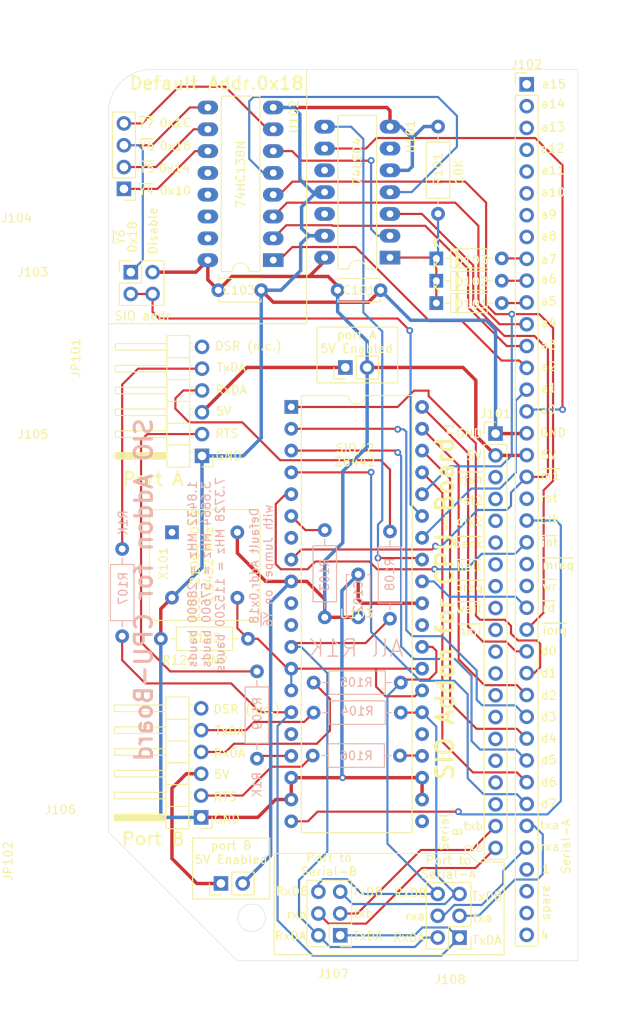
<source format=kicad_pcb>
(kicad_pcb (version 20171130) (host pcbnew 5.1.12-84ad8e8a86~92~ubuntu18.04.1)

  (general
    (thickness 1.6)
    (drawings 147)
    (tracks 471)
    (zones 0)
    (modules 29)
    (nets 101)
  )

  (page A4)
  (title_block
    (title "SIO ADDON for CPU BOARD")
  )

  (layers
    (0 F.Cu signal)
    (31 B.Cu signal)
    (32 B.Adhes user)
    (33 F.Adhes user)
    (34 B.Paste user)
    (35 F.Paste user)
    (36 B.SilkS user)
    (37 F.SilkS user)
    (38 B.Mask user)
    (39 F.Mask user)
    (40 Dwgs.User user)
    (41 Cmts.User user)
    (42 Eco1.User user)
    (43 Eco2.User user)
    (44 Edge.Cuts user)
    (45 Margin user)
    (46 B.CrtYd user)
    (47 F.CrtYd user)
    (48 B.Fab user hide)
    (49 F.Fab user hide)
  )

  (setup
    (last_trace_width 0.25)
    (trace_clearance 0.2)
    (zone_clearance 0.508)
    (zone_45_only no)
    (trace_min 0.2)
    (via_size 0.8)
    (via_drill 0.4)
    (via_min_size 0.4)
    (via_min_drill 0.3)
    (uvia_size 0.3)
    (uvia_drill 0.1)
    (uvias_allowed no)
    (uvia_min_size 0.2)
    (uvia_min_drill 0.1)
    (edge_width 0.05)
    (segment_width 0.2)
    (pcb_text_width 0.3)
    (pcb_text_size 1.5 1.5)
    (mod_edge_width 0.12)
    (mod_text_size 1 1)
    (mod_text_width 0.15)
    (pad_size 1.524 1.524)
    (pad_drill 0.762)
    (pad_to_mask_clearance 0)
    (aux_axis_origin 0 0)
    (visible_elements FFFFFF7F)
    (pcbplotparams
      (layerselection 0x010fc_ffffffff)
      (usegerberextensions false)
      (usegerberattributes true)
      (usegerberadvancedattributes true)
      (creategerberjobfile true)
      (excludeedgelayer true)
      (linewidth 0.100000)
      (plotframeref false)
      (viasonmask false)
      (mode 1)
      (useauxorigin false)
      (hpglpennumber 1)
      (hpglpenspeed 20)
      (hpglpendiameter 15.000000)
      (psnegative false)
      (psa4output false)
      (plotreference true)
      (plotvalue true)
      (plotinvisibletext false)
      (padsonsilk false)
      (subtractmaskfromsilk false)
      (outputformat 1)
      (mirror false)
      (drillshape 0)
      (scaleselection 1)
      (outputdirectory "SIO-ADDON-001/"))
  )

  (net 0 "")
  (net 1 "Net-(D101-Pad1)")
  (net 2 /a5)
  (net 3 /a6)
  (net 4 /a7)
  (net 5 GND)
  (net 6 +5V)
  (net 7 /_rfsh)
  (net 8 /rst2)
  (net 9 /clk2)
  (net 10 /_busack)
  (net 11 /_halt)
  (net 12 /_busrq)
  (net 13 /_wait)
  (net 14 /_nmi)
  (net 15 "Net-(J101-Pad11)")
  (net 16 "Net-(J101-Pad12)")
  (net 17 "Net-(J101-Pad13)")
  (net 18 "Net-(J101-Pad14)")
  (net 19 "Net-(J101-Pad15)")
  (net 20 "Net-(J101-Pad16)")
  (net 21 "Net-(J101-Pad17)")
  (net 22 "Net-(J101-Pad18)")
  (net 23 /txb)
  (net 24 /rxb)
  (net 25 /a15)
  (net 26 /a14)
  (net 27 /a13)
  (net 28 /a12)
  (net 29 /a11)
  (net 30 /a10)
  (net 31 /a9)
  (net 32 /a8)
  (net 33 /a4)
  (net 34 /a3)
  (net 35 /a2)
  (net 36 /a1)
  (net 37 /a0)
  (net 38 /_m1)
  (net 39 /rst)
  (net 40 /clk)
  (net 41 /_int)
  (net 42 /_mreq)
  (net 43 /_wr)
  (net 44 /_rd)
  (net 45 /_iorq)
  (net 46 /d0)
  (net 47 /d1)
  (net 48 /d2)
  (net 49 /d3)
  (net 50 /d4)
  (net 51 /d5)
  (net 52 /d6)
  (net 53 /d7)
  (net 54 /tx)
  (net 55 /rx)
  (net 56 /spare1)
  (net 57 /spare2)
  (net 58 /spare3)
  (net 59 /spare4)
  (net 60 "Net-(J103-Pad1)")
  (net 61 _SIOce)
  (net 62 "Net-(J104-Pad1)")
  (net 63 "Net-(J104-Pad2)")
  (net 64 "Net-(J104-Pad4)")
  (net 65 "Net-(J105-Pad2)")
  (net 66 "Net-(J105-Pad3)")
  (net 67 "Net-(J105-Pad4)")
  (net 68 "Net-(J105-Pad5)")
  (net 69 "Net-(J105-Pad6)")
  (net 70 "Net-(J106-Pad6)")
  (net 71 "Net-(J106-Pad5)")
  (net 72 "Net-(J106-Pad4)")
  (net 73 "Net-(J106-Pad3)")
  (net 74 "Net-(J106-Pad2)")
  (net 75 BAUD_CLK)
  (net 76 "Net-(R103-Pad2)")
  (net 77 "Net-(R106-Pad2)")
  (net 78 "Net-(R109-Pad2)")
  (net 79 "Net-(U101-Pad8)")
  (net 80 "Net-(U101-Pad2)")
  (net 81 "Net-(U101-Pad10)")
  (net 82 "Net-(U101-Pad4)")
  (net 83 "Net-(U101-Pad12)")
  (net 84 "Net-(U101-Pad6)")
  (net 85 "Net-(U102-Pad12)")
  (net 86 "Net-(U102-Pad13)")
  (net 87 "Net-(U102-Pad14)")
  (net 88 "Net-(U102-Pad15)")
  (net 89 /_rst)
  (net 90 "Net-(U103-Pad25)")
  (net 91 "Net-(U103-Pad7)")
  (net 92 "Net-(U103-Pad10)")
  (net 93 "Net-(U103-Pad30)")
  (net 94 "Net-(U103-Pad11)")
  (net 95 "Net-(U103-Pad16)")
  (net 96 "Net-(X101-Pad1)")
  (net 97 RxDB)
  (net 98 TxDB)
  (net 99 RxDA)
  (net 100 TxDA)

  (net_class Default "This is the default net class."
    (clearance 0.2)
    (trace_width 0.25)
    (via_dia 0.8)
    (via_drill 0.4)
    (uvia_dia 0.3)
    (uvia_drill 0.1)
    (add_net /_busack)
    (add_net /_busrq)
    (add_net /_halt)
    (add_net /_int)
    (add_net /_iorq)
    (add_net /_m1)
    (add_net /_mreq)
    (add_net /_nmi)
    (add_net /_rd)
    (add_net /_rfsh)
    (add_net /_rst)
    (add_net /_wait)
    (add_net /_wr)
    (add_net /a0)
    (add_net /a1)
    (add_net /a10)
    (add_net /a11)
    (add_net /a12)
    (add_net /a13)
    (add_net /a14)
    (add_net /a15)
    (add_net /a2)
    (add_net /a3)
    (add_net /a4)
    (add_net /a5)
    (add_net /a6)
    (add_net /a7)
    (add_net /a8)
    (add_net /a9)
    (add_net /clk)
    (add_net /clk2)
    (add_net /d0)
    (add_net /d1)
    (add_net /d2)
    (add_net /d3)
    (add_net /d4)
    (add_net /d5)
    (add_net /d6)
    (add_net /d7)
    (add_net /rst)
    (add_net /rst2)
    (add_net /rx)
    (add_net /rxb)
    (add_net /spare1)
    (add_net /spare2)
    (add_net /spare3)
    (add_net /spare4)
    (add_net /tx)
    (add_net /txb)
    (add_net BAUD_CLK)
    (add_net "Net-(D101-Pad1)")
    (add_net "Net-(J101-Pad11)")
    (add_net "Net-(J101-Pad12)")
    (add_net "Net-(J101-Pad13)")
    (add_net "Net-(J101-Pad14)")
    (add_net "Net-(J101-Pad15)")
    (add_net "Net-(J101-Pad16)")
    (add_net "Net-(J101-Pad17)")
    (add_net "Net-(J101-Pad18)")
    (add_net "Net-(J103-Pad1)")
    (add_net "Net-(J104-Pad1)")
    (add_net "Net-(J104-Pad2)")
    (add_net "Net-(J104-Pad4)")
    (add_net "Net-(J105-Pad2)")
    (add_net "Net-(J105-Pad3)")
    (add_net "Net-(J105-Pad4)")
    (add_net "Net-(J105-Pad5)")
    (add_net "Net-(J105-Pad6)")
    (add_net "Net-(J106-Pad2)")
    (add_net "Net-(J106-Pad3)")
    (add_net "Net-(J106-Pad4)")
    (add_net "Net-(J106-Pad5)")
    (add_net "Net-(J106-Pad6)")
    (add_net "Net-(R103-Pad2)")
    (add_net "Net-(R106-Pad2)")
    (add_net "Net-(R109-Pad2)")
    (add_net "Net-(U101-Pad10)")
    (add_net "Net-(U101-Pad12)")
    (add_net "Net-(U101-Pad2)")
    (add_net "Net-(U101-Pad4)")
    (add_net "Net-(U101-Pad6)")
    (add_net "Net-(U101-Pad8)")
    (add_net "Net-(U102-Pad12)")
    (add_net "Net-(U102-Pad13)")
    (add_net "Net-(U102-Pad14)")
    (add_net "Net-(U102-Pad15)")
    (add_net "Net-(U103-Pad10)")
    (add_net "Net-(U103-Pad11)")
    (add_net "Net-(U103-Pad16)")
    (add_net "Net-(U103-Pad25)")
    (add_net "Net-(U103-Pad30)")
    (add_net "Net-(U103-Pad7)")
    (add_net "Net-(X101-Pad1)")
    (add_net RxDA)
    (add_net RxDB)
    (add_net TxDA)
    (add_net TxDB)
    (add_net _SIOce)
  )

  (net_class PWR ""
    (clearance 0.3)
    (trace_width 0.4)
    (via_dia 0.8)
    (via_drill 0.4)
    (uvia_dia 0.3)
    (uvia_drill 0.1)
    (add_net +5V)
    (add_net GND)
  )

  (module Resistor_THT:R_Axial_DIN0207_L6.3mm_D2.5mm_P10.16mm_Horizontal (layer B.Cu) (tedit 5AE5139B) (tstamp 654D975E)
    (at 48.9 102)
    (descr "Resistor, Axial_DIN0207 series, Axial, Horizontal, pin pitch=10.16mm, 0.25W = 1/4W, length*diameter=6.3*2.5mm^2, http://cdn-reichelt.de/documents/datenblatt/B400/1_4W%23YAG.pdf")
    (tags "Resistor Axial_DIN0207 series Axial Horizontal pin pitch 10.16mm 0.25W = 1/4W length 6.3mm diameter 2.5mm")
    (path /6579814B)
    (fp_text reference R105 (at 4.974999 -0.024999) (layer B.SilkS)
      (effects (font (size 1 1) (thickness 0.15)) (justify mirror))
    )
    (fp_text value R1K (at 5.08 -2.37) (layer B.Fab)
      (effects (font (size 1 1) (thickness 0.15)) (justify mirror))
    )
    (fp_line (start 11.21 1.5) (end -1.05 1.5) (layer B.CrtYd) (width 0.05))
    (fp_line (start 11.21 -1.5) (end 11.21 1.5) (layer B.CrtYd) (width 0.05))
    (fp_line (start -1.05 -1.5) (end 11.21 -1.5) (layer B.CrtYd) (width 0.05))
    (fp_line (start -1.05 1.5) (end -1.05 -1.5) (layer B.CrtYd) (width 0.05))
    (fp_line (start 9.12 0) (end 8.35 0) (layer B.SilkS) (width 0.12))
    (fp_line (start 1.04 0) (end 1.81 0) (layer B.SilkS) (width 0.12))
    (fp_line (start 8.35 1.37) (end 1.81 1.37) (layer B.SilkS) (width 0.12))
    (fp_line (start 8.35 -1.37) (end 8.35 1.37) (layer B.SilkS) (width 0.12))
    (fp_line (start 1.81 -1.37) (end 8.35 -1.37) (layer B.SilkS) (width 0.12))
    (fp_line (start 1.81 1.37) (end 1.81 -1.37) (layer B.SilkS) (width 0.12))
    (fp_line (start 10.16 0) (end 8.23 0) (layer B.Fab) (width 0.1))
    (fp_line (start 0 0) (end 1.93 0) (layer B.Fab) (width 0.1))
    (fp_line (start 8.23 1.25) (end 1.93 1.25) (layer B.Fab) (width 0.1))
    (fp_line (start 8.23 -1.25) (end 8.23 1.25) (layer B.Fab) (width 0.1))
    (fp_line (start 1.93 -1.25) (end 8.23 -1.25) (layer B.Fab) (width 0.1))
    (fp_line (start 1.93 1.25) (end 1.93 -1.25) (layer B.Fab) (width 0.1))
    (fp_text user %R (at 5.08 0) (layer B.Fab)
      (effects (font (size 1 1) (thickness 0.15)) (justify mirror))
    )
    (pad 1 thru_hole circle (at 0 0) (size 1.6 1.6) (drill 0.8) (layers *.Cu *.Mask)
      (net 72 "Net-(J106-Pad4)"))
    (pad 2 thru_hole oval (at 10.16 0) (size 1.6 1.6) (drill 0.8) (layers *.Cu *.Mask)
      (net 97 RxDB))
    (model ${KISYS3DMOD}/Resistor_THT.3dshapes/R_Axial_DIN0207_L6.3mm_D2.5mm_P10.16mm_Horizontal.wrl
      (at (xyz 0 0 0))
      (scale (xyz 1 1 1))
      (rotate (xyz 0 0 0))
    )
  )

  (module Connector_PinHeader_2.54mm:PinHeader_2x03_P2.54mm_Vertical (layer F.Cu) (tedit 59FED5CC) (tstamp 654E380D)
    (at 65.9 131.7 180)
    (descr "Through hole straight pin header, 2x03, 2.54mm pitch, double rows")
    (tags "Through hole pin header THT 2x03 2.54mm double row")
    (path /65A3F65A)
    (fp_text reference J108 (at 1.1 -4.9 180) (layer F.SilkS)
      (effects (font (size 1 1) (thickness 0.15)))
    )
    (fp_text value Conn_Port_to_Serial-A (at 1.27 7.41) (layer F.Fab)
      (effects (font (size 1 1) (thickness 0.15)))
    )
    (fp_text user %R (at 1.27 2.54 90) (layer F.Fab)
      (effects (font (size 1 1) (thickness 0.15)))
    )
    (fp_line (start 0 -1.27) (end 3.81 -1.27) (layer F.Fab) (width 0.1))
    (fp_line (start 3.81 -1.27) (end 3.81 6.35) (layer F.Fab) (width 0.1))
    (fp_line (start 3.81 6.35) (end -1.27 6.35) (layer F.Fab) (width 0.1))
    (fp_line (start -1.27 6.35) (end -1.27 0) (layer F.Fab) (width 0.1))
    (fp_line (start -1.27 0) (end 0 -1.27) (layer F.Fab) (width 0.1))
    (fp_line (start -1.33 6.41) (end 3.87 6.41) (layer F.SilkS) (width 0.12))
    (fp_line (start -1.33 1.27) (end -1.33 6.41) (layer F.SilkS) (width 0.12))
    (fp_line (start 3.87 -1.33) (end 3.87 6.41) (layer F.SilkS) (width 0.12))
    (fp_line (start -1.33 1.27) (end 1.27 1.27) (layer F.SilkS) (width 0.12))
    (fp_line (start 1.27 1.27) (end 1.27 -1.33) (layer F.SilkS) (width 0.12))
    (fp_line (start 1.27 -1.33) (end 3.87 -1.33) (layer F.SilkS) (width 0.12))
    (fp_line (start -1.33 0) (end -1.33 -1.33) (layer F.SilkS) (width 0.12))
    (fp_line (start -1.33 -1.33) (end 0 -1.33) (layer F.SilkS) (width 0.12))
    (fp_line (start -1.8 -1.8) (end -1.8 6.85) (layer F.CrtYd) (width 0.05))
    (fp_line (start -1.8 6.85) (end 4.35 6.85) (layer F.CrtYd) (width 0.05))
    (fp_line (start 4.35 6.85) (end 4.35 -1.8) (layer F.CrtYd) (width 0.05))
    (fp_line (start 4.35 -1.8) (end -1.8 -1.8) (layer F.CrtYd) (width 0.05))
    (pad 6 thru_hole oval (at 2.54 5.08 180) (size 1.7 1.7) (drill 1) (layers *.Cu *.Mask)
      (net 97 RxDB))
    (pad 5 thru_hole oval (at 0 5.08 180) (size 1.7 1.7) (drill 1) (layers *.Cu *.Mask)
      (net 98 TxDB))
    (pad 4 thru_hole oval (at 2.54 2.54 180) (size 1.7 1.7) (drill 1) (layers *.Cu *.Mask)
      (net 55 /rx))
    (pad 3 thru_hole oval (at 0 2.54 180) (size 1.7 1.7) (drill 1) (layers *.Cu *.Mask)
      (net 54 /tx))
    (pad 2 thru_hole oval (at 2.54 0 180) (size 1.7 1.7) (drill 1) (layers *.Cu *.Mask)
      (net 99 RxDA))
    (pad 1 thru_hole rect (at 0 0 180) (size 1.7 1.7) (drill 1) (layers *.Cu *.Mask)
      (net 100 TxDA))
    (model ${KISYS3DMOD}/Connector_PinHeader_2.54mm.3dshapes/PinHeader_2x03_P2.54mm_Vertical.wrl
      (at (xyz 0 0 0))
      (scale (xyz 1 1 1))
      (rotate (xyz 0 0 0))
    )
  )

  (module Connector_PinHeader_2.54mm:PinHeader_2x03_P2.54mm_Vertical (layer F.Cu) (tedit 59FED5CC) (tstamp 654E37F1)
    (at 52 131.44 180)
    (descr "Through hole straight pin header, 2x03, 2.54mm pitch, double rows")
    (tags "Through hole pin header THT 2x03 2.54mm double row")
    (path /65A76AB9)
    (fp_text reference J107 (at 0.8 -4.5) (layer F.SilkS)
      (effects (font (size 1 1) (thickness 0.15)))
    )
    (fp_text value Conn_Port_to_Serial-B (at 1.27 7.41) (layer F.Fab)
      (effects (font (size 1 1) (thickness 0.15)))
    )
    (fp_text user %R (at 1.27 2.54 90) (layer F.Fab)
      (effects (font (size 1 1) (thickness 0.15)))
    )
    (fp_line (start 0 -1.27) (end 3.81 -1.27) (layer F.Fab) (width 0.1))
    (fp_line (start 3.81 -1.27) (end 3.81 6.35) (layer F.Fab) (width 0.1))
    (fp_line (start 3.81 6.35) (end -1.27 6.35) (layer F.Fab) (width 0.1))
    (fp_line (start -1.27 6.35) (end -1.27 0) (layer F.Fab) (width 0.1))
    (fp_line (start -1.27 0) (end 0 -1.27) (layer F.Fab) (width 0.1))
    (fp_line (start -1.33 6.41) (end 3.87 6.41) (layer F.SilkS) (width 0.12))
    (fp_line (start -1.33 1.27) (end -1.33 6.41) (layer F.SilkS) (width 0.12))
    (fp_line (start 3.87 -1.33) (end 3.87 6.41) (layer F.SilkS) (width 0.12))
    (fp_line (start -1.33 1.27) (end 1.27 1.27) (layer F.SilkS) (width 0.12))
    (fp_line (start 1.27 1.27) (end 1.27 -1.33) (layer F.SilkS) (width 0.12))
    (fp_line (start 1.27 -1.33) (end 3.87 -1.33) (layer F.SilkS) (width 0.12))
    (fp_line (start -1.33 0) (end -1.33 -1.33) (layer F.SilkS) (width 0.12))
    (fp_line (start -1.33 -1.33) (end 0 -1.33) (layer F.SilkS) (width 0.12))
    (fp_line (start -1.8 -1.8) (end -1.8 6.85) (layer F.CrtYd) (width 0.05))
    (fp_line (start -1.8 6.85) (end 4.35 6.85) (layer F.CrtYd) (width 0.05))
    (fp_line (start 4.35 6.85) (end 4.35 -1.8) (layer F.CrtYd) (width 0.05))
    (fp_line (start 4.35 -1.8) (end -1.8 -1.8) (layer F.CrtYd) (width 0.05))
    (pad 6 thru_hole oval (at 2.54 5.08 180) (size 1.7 1.7) (drill 1) (layers *.Cu *.Mask)
      (net 97 RxDB))
    (pad 5 thru_hole oval (at 0 5.08 180) (size 1.7 1.7) (drill 1) (layers *.Cu *.Mask)
      (net 98 TxDB))
    (pad 4 thru_hole oval (at 2.54 2.54 180) (size 1.7 1.7) (drill 1) (layers *.Cu *.Mask)
      (net 24 /rxb))
    (pad 3 thru_hole oval (at 0 2.54 180) (size 1.7 1.7) (drill 1) (layers *.Cu *.Mask)
      (net 23 /txb))
    (pad 2 thru_hole oval (at 2.54 0 180) (size 1.7 1.7) (drill 1) (layers *.Cu *.Mask)
      (net 99 RxDA))
    (pad 1 thru_hole rect (at 0 0 180) (size 1.7 1.7) (drill 1) (layers *.Cu *.Mask)
      (net 100 TxDA))
    (model ${KISYS3DMOD}/Connector_PinHeader_2.54mm.3dshapes/PinHeader_2x03_P2.54mm_Vertical.wrl
      (at (xyz 0 0 0))
      (scale (xyz 1 1 1))
      (rotate (xyz 0 0 0))
    )
  )

  (module Capacitor_THT:C_Disc_D4.7mm_W2.5mm_P5.00mm (layer F.Cu) (tedit 5AE50EF0) (tstamp 654DA89A)
    (at 37.8 56.3)
    (descr "C, Disc series, Radial, pin pitch=5.00mm, , diameter*width=4.7*2.5mm^2, Capacitor, http://www.vishay.com/docs/45233/krseries.pdf")
    (tags "C Disc series Radial pin pitch 5.00mm  diameter 4.7mm width 2.5mm Capacitor")
    (path /65959D0E)
    (fp_text reference C103 (at 2.4 0) (layer F.SilkS)
      (effects (font (size 1 1) (thickness 0.15)))
    )
    (fp_text value C10nF (at 2.5 2.5) (layer F.Fab)
      (effects (font (size 1 1) (thickness 0.15)))
    )
    (fp_line (start 6.05 -1.5) (end -1.05 -1.5) (layer F.CrtYd) (width 0.05))
    (fp_line (start 6.05 1.5) (end 6.05 -1.5) (layer F.CrtYd) (width 0.05))
    (fp_line (start -1.05 1.5) (end 6.05 1.5) (layer F.CrtYd) (width 0.05))
    (fp_line (start -1.05 -1.5) (end -1.05 1.5) (layer F.CrtYd) (width 0.05))
    (fp_line (start 4.97 1.055) (end 4.97 1.37) (layer F.SilkS) (width 0.12))
    (fp_line (start 4.97 -1.37) (end 4.97 -1.055) (layer F.SilkS) (width 0.12))
    (fp_line (start 0.03 1.055) (end 0.03 1.37) (layer F.SilkS) (width 0.12))
    (fp_line (start 0.03 -1.37) (end 0.03 -1.055) (layer F.SilkS) (width 0.12))
    (fp_line (start 0.03 1.37) (end 4.97 1.37) (layer F.SilkS) (width 0.12))
    (fp_line (start 0.03 -1.37) (end 4.97 -1.37) (layer F.SilkS) (width 0.12))
    (fp_line (start 4.85 -1.25) (end 0.15 -1.25) (layer F.Fab) (width 0.1))
    (fp_line (start 4.85 1.25) (end 4.85 -1.25) (layer F.Fab) (width 0.1))
    (fp_line (start 0.15 1.25) (end 4.85 1.25) (layer F.Fab) (width 0.1))
    (fp_line (start 0.15 -1.25) (end 0.15 1.25) (layer F.Fab) (width 0.1))
    (fp_text user %R (at 2.5 0) (layer F.Fab)
      (effects (font (size 0.94 0.94) (thickness 0.141)))
    )
    (pad 2 thru_hole circle (at 5 0) (size 1.6 1.6) (drill 0.8) (layers *.Cu *.Mask)
      (net 5 GND))
    (pad 1 thru_hole circle (at 0 0) (size 1.6 1.6) (drill 0.8) (layers *.Cu *.Mask)
      (net 6 +5V))
    (model ${KISYS3DMOD}/Capacitor_THT.3dshapes/C_Disc_D4.7mm_W2.5mm_P5.00mm.wrl
      (at (xyz 0 0 0))
      (scale (xyz 1 1 1))
      (rotate (xyz 0 0 0))
    )
  )

  (module Capacitor_THT:C_Disc_D4.7mm_W2.5mm_P5.00mm (layer B.Cu) (tedit 5AE50EF0) (tstamp 654DA885)
    (at 54.1 94.4 90)
    (descr "C, Disc series, Radial, pin pitch=5.00mm, , diameter*width=4.7*2.5mm^2, Capacitor, http://www.vishay.com/docs/45233/krseries.pdf")
    (tags "C Disc series Radial pin pitch 5.00mm  diameter 4.7mm width 2.5mm Capacitor")
    (path /65959785)
    (fp_text reference C102 (at 2.4 0 270) (layer B.SilkS)
      (effects (font (size 1 1) (thickness 0.15)) (justify mirror))
    )
    (fp_text value C10nF (at 2.5 -2.5 270) (layer B.Fab)
      (effects (font (size 1 1) (thickness 0.15)) (justify mirror))
    )
    (fp_line (start 6.05 1.5) (end -1.05 1.5) (layer B.CrtYd) (width 0.05))
    (fp_line (start 6.05 -1.5) (end 6.05 1.5) (layer B.CrtYd) (width 0.05))
    (fp_line (start -1.05 -1.5) (end 6.05 -1.5) (layer B.CrtYd) (width 0.05))
    (fp_line (start -1.05 1.5) (end -1.05 -1.5) (layer B.CrtYd) (width 0.05))
    (fp_line (start 4.97 -1.055) (end 4.97 -1.37) (layer B.SilkS) (width 0.12))
    (fp_line (start 4.97 1.37) (end 4.97 1.055) (layer B.SilkS) (width 0.12))
    (fp_line (start 0.03 -1.055) (end 0.03 -1.37) (layer B.SilkS) (width 0.12))
    (fp_line (start 0.03 1.37) (end 0.03 1.055) (layer B.SilkS) (width 0.12))
    (fp_line (start 0.03 -1.37) (end 4.97 -1.37) (layer B.SilkS) (width 0.12))
    (fp_line (start 0.03 1.37) (end 4.97 1.37) (layer B.SilkS) (width 0.12))
    (fp_line (start 4.85 1.25) (end 0.15 1.25) (layer B.Fab) (width 0.1))
    (fp_line (start 4.85 -1.25) (end 4.85 1.25) (layer B.Fab) (width 0.1))
    (fp_line (start 0.15 -1.25) (end 4.85 -1.25) (layer B.Fab) (width 0.1))
    (fp_line (start 0.15 1.25) (end 0.15 -1.25) (layer B.Fab) (width 0.1))
    (fp_text user %R (at 2.5 0 270) (layer B.Fab)
      (effects (font (size 0.94 0.94) (thickness 0.141)) (justify mirror))
    )
    (pad 2 thru_hole circle (at 5 0 90) (size 1.6 1.6) (drill 0.8) (layers *.Cu *.Mask)
      (net 5 GND))
    (pad 1 thru_hole circle (at 0 0 90) (size 1.6 1.6) (drill 0.8) (layers *.Cu *.Mask)
      (net 6 +5V))
    (model ${KISYS3DMOD}/Capacitor_THT.3dshapes/C_Disc_D4.7mm_W2.5mm_P5.00mm.wrl
      (at (xyz 0 0 0))
      (scale (xyz 1 1 1))
      (rotate (xyz 0 0 0))
    )
  )

  (module Capacitor_THT:C_Disc_D4.7mm_W2.5mm_P5.00mm (layer F.Cu) (tedit 5AE50EF0) (tstamp 654DA870)
    (at 51.7 56.3)
    (descr "C, Disc series, Radial, pin pitch=5.00mm, , diameter*width=4.7*2.5mm^2, Capacitor, http://www.vishay.com/docs/45233/krseries.pdf")
    (tags "C Disc series Radial pin pitch 5.00mm  diameter 4.7mm width 2.5mm Capacitor")
    (path /65956CCE)
    (fp_text reference C101 (at 2.5 0) (layer F.SilkS)
      (effects (font (size 1 1) (thickness 0.15)))
    )
    (fp_text value C10nF (at 2.5 2.5) (layer F.Fab)
      (effects (font (size 1 1) (thickness 0.15)))
    )
    (fp_line (start 6.05 -1.5) (end -1.05 -1.5) (layer F.CrtYd) (width 0.05))
    (fp_line (start 6.05 1.5) (end 6.05 -1.5) (layer F.CrtYd) (width 0.05))
    (fp_line (start -1.05 1.5) (end 6.05 1.5) (layer F.CrtYd) (width 0.05))
    (fp_line (start -1.05 -1.5) (end -1.05 1.5) (layer F.CrtYd) (width 0.05))
    (fp_line (start 4.97 1.055) (end 4.97 1.37) (layer F.SilkS) (width 0.12))
    (fp_line (start 4.97 -1.37) (end 4.97 -1.055) (layer F.SilkS) (width 0.12))
    (fp_line (start 0.03 1.055) (end 0.03 1.37) (layer F.SilkS) (width 0.12))
    (fp_line (start 0.03 -1.37) (end 0.03 -1.055) (layer F.SilkS) (width 0.12))
    (fp_line (start 0.03 1.37) (end 4.97 1.37) (layer F.SilkS) (width 0.12))
    (fp_line (start 0.03 -1.37) (end 4.97 -1.37) (layer F.SilkS) (width 0.12))
    (fp_line (start 4.85 -1.25) (end 0.15 -1.25) (layer F.Fab) (width 0.1))
    (fp_line (start 4.85 1.25) (end 4.85 -1.25) (layer F.Fab) (width 0.1))
    (fp_line (start 0.15 1.25) (end 4.85 1.25) (layer F.Fab) (width 0.1))
    (fp_line (start 0.15 -1.25) (end 0.15 1.25) (layer F.Fab) (width 0.1))
    (fp_text user %R (at 2.5 0 180) (layer F.Fab)
      (effects (font (size 0.94 0.94) (thickness 0.141)))
    )
    (pad 2 thru_hole circle (at 5 0) (size 1.6 1.6) (drill 0.8) (layers *.Cu *.Mask)
      (net 5 GND))
    (pad 1 thru_hole circle (at 0 0) (size 1.6 1.6) (drill 0.8) (layers *.Cu *.Mask)
      (net 6 +5V))
    (model ${KISYS3DMOD}/Capacitor_THT.3dshapes/C_Disc_D4.7mm_W2.5mm_P5.00mm.wrl
      (at (xyz 0 0 0))
      (scale (xyz 1 1 1))
      (rotate (xyz 0 0 0))
    )
  )

  (module Diode_THT:D_DO-35_SOD27_P7.62mm_Horizontal (layer F.Cu) (tedit 5AE50CD5) (tstamp 654D951D)
    (at 63.2 57.8)
    (descr "Diode, DO-35_SOD27 series, Axial, Horizontal, pin pitch=7.62mm, , length*diameter=4*2mm^2, , http://www.diodes.com/_files/packages/DO-35.pdf")
    (tags "Diode DO-35_SOD27 series Axial Horizontal pin pitch 7.62mm  length 4mm diameter 2mm")
    (path /654E9A2C)
    (fp_text reference D101 (at 4.1 0.1) (layer F.SilkS)
      (effects (font (size 1 1) (thickness 0.15)))
    )
    (fp_text value 1N4148 (at 3.81 2.12) (layer F.Fab)
      (effects (font (size 1 1) (thickness 0.15)))
    )
    (fp_line (start 8.67 -1.25) (end -1.05 -1.25) (layer F.CrtYd) (width 0.05))
    (fp_line (start 8.67 1.25) (end 8.67 -1.25) (layer F.CrtYd) (width 0.05))
    (fp_line (start -1.05 1.25) (end 8.67 1.25) (layer F.CrtYd) (width 0.05))
    (fp_line (start -1.05 -1.25) (end -1.05 1.25) (layer F.CrtYd) (width 0.05))
    (fp_line (start 2.29 -1.12) (end 2.29 1.12) (layer F.SilkS) (width 0.12))
    (fp_line (start 2.53 -1.12) (end 2.53 1.12) (layer F.SilkS) (width 0.12))
    (fp_line (start 2.41 -1.12) (end 2.41 1.12) (layer F.SilkS) (width 0.12))
    (fp_line (start 6.58 0) (end 5.93 0) (layer F.SilkS) (width 0.12))
    (fp_line (start 1.04 0) (end 1.69 0) (layer F.SilkS) (width 0.12))
    (fp_line (start 5.93 -1.12) (end 1.69 -1.12) (layer F.SilkS) (width 0.12))
    (fp_line (start 5.93 1.12) (end 5.93 -1.12) (layer F.SilkS) (width 0.12))
    (fp_line (start 1.69 1.12) (end 5.93 1.12) (layer F.SilkS) (width 0.12))
    (fp_line (start 1.69 -1.12) (end 1.69 1.12) (layer F.SilkS) (width 0.12))
    (fp_line (start 2.31 -1) (end 2.31 1) (layer F.Fab) (width 0.1))
    (fp_line (start 2.51 -1) (end 2.51 1) (layer F.Fab) (width 0.1))
    (fp_line (start 2.41 -1) (end 2.41 1) (layer F.Fab) (width 0.1))
    (fp_line (start 7.62 0) (end 5.81 0) (layer F.Fab) (width 0.1))
    (fp_line (start 0 0) (end 1.81 0) (layer F.Fab) (width 0.1))
    (fp_line (start 5.81 -1) (end 1.81 -1) (layer F.Fab) (width 0.1))
    (fp_line (start 5.81 1) (end 5.81 -1) (layer F.Fab) (width 0.1))
    (fp_line (start 1.81 1) (end 5.81 1) (layer F.Fab) (width 0.1))
    (fp_line (start 1.81 -1) (end 1.81 1) (layer F.Fab) (width 0.1))
    (fp_text user %R (at 4.11 0) (layer F.Fab)
      (effects (font (size 0.8 0.8) (thickness 0.12)))
    )
    (fp_text user K (at 0 -1.8) (layer F.Fab)
      (effects (font (size 1 1) (thickness 0.15)))
    )
    (fp_text user K (at 0 -1.8) (layer F.SilkS)
      (effects (font (size 1 1) (thickness 0.15)))
    )
    (pad 1 thru_hole rect (at 0 0) (size 1.6 1.6) (drill 0.8) (layers *.Cu *.Mask)
      (net 1 "Net-(D101-Pad1)"))
    (pad 2 thru_hole oval (at 7.62 0) (size 1.6 1.6) (drill 0.8) (layers *.Cu *.Mask)
      (net 2 /a5))
    (model ${KISYS3DMOD}/Diode_THT.3dshapes/D_DO-35_SOD27_P7.62mm_Horizontal.wrl
      (at (xyz 0 0 0))
      (scale (xyz 1 1 1))
      (rotate (xyz 0 0 0))
    )
  )

  (module Diode_THT:D_DO-35_SOD27_P7.62mm_Horizontal (layer F.Cu) (tedit 5AE50CD5) (tstamp 654D953C)
    (at 63.2 55.2)
    (descr "Diode, DO-35_SOD27 series, Axial, Horizontal, pin pitch=7.62mm, , length*diameter=4*2mm^2, , http://www.diodes.com/_files/packages/DO-35.pdf")
    (tags "Diode DO-35_SOD27 series Axial Horizontal pin pitch 7.62mm  length 4mm diameter 2mm")
    (path /654EADCC)
    (fp_text reference D102 (at 4.1 0.1) (layer F.SilkS)
      (effects (font (size 1 1) (thickness 0.15)))
    )
    (fp_text value 1N4148 (at 3.81 2.12) (layer F.Fab)
      (effects (font (size 1 1) (thickness 0.15)))
    )
    (fp_line (start 1.81 -1) (end 1.81 1) (layer F.Fab) (width 0.1))
    (fp_line (start 1.81 1) (end 5.81 1) (layer F.Fab) (width 0.1))
    (fp_line (start 5.81 1) (end 5.81 -1) (layer F.Fab) (width 0.1))
    (fp_line (start 5.81 -1) (end 1.81 -1) (layer F.Fab) (width 0.1))
    (fp_line (start 0 0) (end 1.81 0) (layer F.Fab) (width 0.1))
    (fp_line (start 7.62 0) (end 5.81 0) (layer F.Fab) (width 0.1))
    (fp_line (start 2.41 -1) (end 2.41 1) (layer F.Fab) (width 0.1))
    (fp_line (start 2.51 -1) (end 2.51 1) (layer F.Fab) (width 0.1))
    (fp_line (start 2.31 -1) (end 2.31 1) (layer F.Fab) (width 0.1))
    (fp_line (start 1.69 -1.12) (end 1.69 1.12) (layer F.SilkS) (width 0.12))
    (fp_line (start 1.69 1.12) (end 5.93 1.12) (layer F.SilkS) (width 0.12))
    (fp_line (start 5.93 1.12) (end 5.93 -1.12) (layer F.SilkS) (width 0.12))
    (fp_line (start 5.93 -1.12) (end 1.69 -1.12) (layer F.SilkS) (width 0.12))
    (fp_line (start 1.04 0) (end 1.69 0) (layer F.SilkS) (width 0.12))
    (fp_line (start 6.58 0) (end 5.93 0) (layer F.SilkS) (width 0.12))
    (fp_line (start 2.41 -1.12) (end 2.41 1.12) (layer F.SilkS) (width 0.12))
    (fp_line (start 2.53 -1.12) (end 2.53 1.12) (layer F.SilkS) (width 0.12))
    (fp_line (start 2.29 -1.12) (end 2.29 1.12) (layer F.SilkS) (width 0.12))
    (fp_line (start -1.05 -1.25) (end -1.05 1.25) (layer F.CrtYd) (width 0.05))
    (fp_line (start -1.05 1.25) (end 8.67 1.25) (layer F.CrtYd) (width 0.05))
    (fp_line (start 8.67 1.25) (end 8.67 -1.25) (layer F.CrtYd) (width 0.05))
    (fp_line (start 8.67 -1.25) (end -1.05 -1.25) (layer F.CrtYd) (width 0.05))
    (fp_text user K (at 0 -1.8) (layer F.SilkS)
      (effects (font (size 1 1) (thickness 0.15)))
    )
    (fp_text user K (at 0 -1.8) (layer F.Fab)
      (effects (font (size 1 1) (thickness 0.15)))
    )
    (fp_text user %R (at 4.11 0) (layer F.Fab)
      (effects (font (size 0.8 0.8) (thickness 0.12)))
    )
    (pad 2 thru_hole oval (at 7.62 0) (size 1.6 1.6) (drill 0.8) (layers *.Cu *.Mask)
      (net 3 /a6))
    (pad 1 thru_hole rect (at 0 0) (size 1.6 1.6) (drill 0.8) (layers *.Cu *.Mask)
      (net 1 "Net-(D101-Pad1)"))
    (model ${KISYS3DMOD}/Diode_THT.3dshapes/D_DO-35_SOD27_P7.62mm_Horizontal.wrl
      (at (xyz 0 0 0))
      (scale (xyz 1 1 1))
      (rotate (xyz 0 0 0))
    )
  )

  (module Diode_THT:D_DO-35_SOD27_P7.62mm_Horizontal (layer F.Cu) (tedit 5AE50CD5) (tstamp 654D955B)
    (at 63.2 52.6)
    (descr "Diode, DO-35_SOD27 series, Axial, Horizontal, pin pitch=7.62mm, , length*diameter=4*2mm^2, , http://www.diodes.com/_files/packages/DO-35.pdf")
    (tags "Diode DO-35_SOD27 series Axial Horizontal pin pitch 7.62mm  length 4mm diameter 2mm")
    (path /654EB927)
    (fp_text reference D103 (at 4.1 0.2) (layer F.SilkS)
      (effects (font (size 1 1) (thickness 0.15)))
    )
    (fp_text value 1N4148 (at 3.81 2.12) (layer F.Fab)
      (effects (font (size 1 1) (thickness 0.15)))
    )
    (fp_line (start 8.67 -1.25) (end -1.05 -1.25) (layer F.CrtYd) (width 0.05))
    (fp_line (start 8.67 1.25) (end 8.67 -1.25) (layer F.CrtYd) (width 0.05))
    (fp_line (start -1.05 1.25) (end 8.67 1.25) (layer F.CrtYd) (width 0.05))
    (fp_line (start -1.05 -1.25) (end -1.05 1.25) (layer F.CrtYd) (width 0.05))
    (fp_line (start 2.29 -1.12) (end 2.29 1.12) (layer F.SilkS) (width 0.12))
    (fp_line (start 2.53 -1.12) (end 2.53 1.12) (layer F.SilkS) (width 0.12))
    (fp_line (start 2.41 -1.12) (end 2.41 1.12) (layer F.SilkS) (width 0.12))
    (fp_line (start 6.58 0) (end 5.93 0) (layer F.SilkS) (width 0.12))
    (fp_line (start 1.04 0) (end 1.69 0) (layer F.SilkS) (width 0.12))
    (fp_line (start 5.93 -1.12) (end 1.69 -1.12) (layer F.SilkS) (width 0.12))
    (fp_line (start 5.93 1.12) (end 5.93 -1.12) (layer F.SilkS) (width 0.12))
    (fp_line (start 1.69 1.12) (end 5.93 1.12) (layer F.SilkS) (width 0.12))
    (fp_line (start 1.69 -1.12) (end 1.69 1.12) (layer F.SilkS) (width 0.12))
    (fp_line (start 2.31 -1) (end 2.31 1) (layer F.Fab) (width 0.1))
    (fp_line (start 2.51 -1) (end 2.51 1) (layer F.Fab) (width 0.1))
    (fp_line (start 2.41 -1) (end 2.41 1) (layer F.Fab) (width 0.1))
    (fp_line (start 7.62 0) (end 5.81 0) (layer F.Fab) (width 0.1))
    (fp_line (start 0 0) (end 1.81 0) (layer F.Fab) (width 0.1))
    (fp_line (start 5.81 -1) (end 1.81 -1) (layer F.Fab) (width 0.1))
    (fp_line (start 5.81 1) (end 5.81 -1) (layer F.Fab) (width 0.1))
    (fp_line (start 1.81 1) (end 5.81 1) (layer F.Fab) (width 0.1))
    (fp_line (start 1.81 -1) (end 1.81 1) (layer F.Fab) (width 0.1))
    (fp_text user %R (at 4.11 0) (layer F.Fab)
      (effects (font (size 0.8 0.8) (thickness 0.12)))
    )
    (fp_text user K (at 0 -1.8) (layer F.Fab)
      (effects (font (size 1 1) (thickness 0.15)))
    )
    (fp_text user K (at 0 -1.8) (layer F.SilkS)
      (effects (font (size 1 1) (thickness 0.15)))
    )
    (pad 1 thru_hole rect (at 0 0) (size 1.6 1.6) (drill 0.8) (layers *.Cu *.Mask)
      (net 1 "Net-(D101-Pad1)"))
    (pad 2 thru_hole oval (at 7.62 0) (size 1.6 1.6) (drill 0.8) (layers *.Cu *.Mask)
      (net 4 /a7))
    (model ${KISYS3DMOD}/Diode_THT.3dshapes/D_DO-35_SOD27_P7.62mm_Horizontal.wrl
      (at (xyz 0 0 0))
      (scale (xyz 1 1 1))
      (rotate (xyz 0 0 0))
    )
  )

  (module Connector_PinHeader_2.54mm:PinHeader_1x20_P2.54mm_Vertical (layer F.Cu) (tedit 59FED5CC) (tstamp 654D9583)
    (at 70.1 73)
    (descr "Through hole straight pin header, 1x20, 2.54mm pitch, single row")
    (tags "Through hole pin header THT 1x20 2.54mm single row")
    (path /654E4CDF)
    (fp_text reference J101 (at 0 -2.33) (layer F.SilkS)
      (effects (font (size 1 1) (thickness 0.15)))
    )
    (fp_text value Conn_RC2014_x20 (at 0 50.59) (layer F.Fab)
      (effects (font (size 1 1) (thickness 0.15)))
    )
    (fp_line (start 1.8 -1.8) (end -1.8 -1.8) (layer F.CrtYd) (width 0.05))
    (fp_line (start 1.8 50.05) (end 1.8 -1.8) (layer F.CrtYd) (width 0.05))
    (fp_line (start -1.8 50.05) (end 1.8 50.05) (layer F.CrtYd) (width 0.05))
    (fp_line (start -1.8 -1.8) (end -1.8 50.05) (layer F.CrtYd) (width 0.05))
    (fp_line (start -1.33 -1.33) (end 0 -1.33) (layer F.SilkS) (width 0.12))
    (fp_line (start -1.33 0) (end -1.33 -1.33) (layer F.SilkS) (width 0.12))
    (fp_line (start -1.33 1.27) (end 1.33 1.27) (layer F.SilkS) (width 0.12))
    (fp_line (start 1.33 1.27) (end 1.33 49.59) (layer F.SilkS) (width 0.12))
    (fp_line (start -1.33 1.27) (end -1.33 49.59) (layer F.SilkS) (width 0.12))
    (fp_line (start -1.33 49.59) (end 1.33 49.59) (layer F.SilkS) (width 0.12))
    (fp_line (start -1.27 -0.635) (end -0.635 -1.27) (layer F.Fab) (width 0.1))
    (fp_line (start -1.27 49.53) (end -1.27 -0.635) (layer F.Fab) (width 0.1))
    (fp_line (start 1.27 49.53) (end -1.27 49.53) (layer F.Fab) (width 0.1))
    (fp_line (start 1.27 -1.27) (end 1.27 49.53) (layer F.Fab) (width 0.1))
    (fp_line (start -0.635 -1.27) (end 1.27 -1.27) (layer F.Fab) (width 0.1))
    (fp_text user %R (at 0 24.13 90) (layer F.Fab)
      (effects (font (size 1 1) (thickness 0.15)))
    )
    (pad 1 thru_hole rect (at 0 0) (size 1.7 1.7) (drill 1) (layers *.Cu *.Mask)
      (net 5 GND))
    (pad 2 thru_hole oval (at 0 2.54) (size 1.7 1.7) (drill 1) (layers *.Cu *.Mask)
      (net 6 +5V))
    (pad 3 thru_hole oval (at 0 5.08) (size 1.7 1.7) (drill 1) (layers *.Cu *.Mask)
      (net 7 /_rfsh))
    (pad 4 thru_hole oval (at 0 7.62) (size 1.7 1.7) (drill 1) (layers *.Cu *.Mask)
      (net 8 /rst2))
    (pad 5 thru_hole oval (at 0 10.16) (size 1.7 1.7) (drill 1) (layers *.Cu *.Mask)
      (net 9 /clk2))
    (pad 6 thru_hole oval (at 0 12.7) (size 1.7 1.7) (drill 1) (layers *.Cu *.Mask)
      (net 10 /_busack))
    (pad 7 thru_hole oval (at 0 15.24) (size 1.7 1.7) (drill 1) (layers *.Cu *.Mask)
      (net 11 /_halt))
    (pad 8 thru_hole oval (at 0 17.78) (size 1.7 1.7) (drill 1) (layers *.Cu *.Mask)
      (net 12 /_busrq))
    (pad 9 thru_hole oval (at 0 20.32) (size 1.7 1.7) (drill 1) (layers *.Cu *.Mask)
      (net 13 /_wait))
    (pad 10 thru_hole oval (at 0 22.86) (size 1.7 1.7) (drill 1) (layers *.Cu *.Mask)
      (net 14 /_nmi))
    (pad 11 thru_hole oval (at 0 25.4) (size 1.7 1.7) (drill 1) (layers *.Cu *.Mask)
      (net 15 "Net-(J101-Pad11)"))
    (pad 12 thru_hole oval (at 0 27.94) (size 1.7 1.7) (drill 1) (layers *.Cu *.Mask)
      (net 16 "Net-(J101-Pad12)"))
    (pad 13 thru_hole oval (at 0 30.48) (size 1.7 1.7) (drill 1) (layers *.Cu *.Mask)
      (net 17 "Net-(J101-Pad13)"))
    (pad 14 thru_hole oval (at 0 33.02) (size 1.7 1.7) (drill 1) (layers *.Cu *.Mask)
      (net 18 "Net-(J101-Pad14)"))
    (pad 15 thru_hole oval (at 0 35.56) (size 1.7 1.7) (drill 1) (layers *.Cu *.Mask)
      (net 19 "Net-(J101-Pad15)"))
    (pad 16 thru_hole oval (at 0 38.1) (size 1.7 1.7) (drill 1) (layers *.Cu *.Mask)
      (net 20 "Net-(J101-Pad16)"))
    (pad 17 thru_hole oval (at 0 40.64) (size 1.7 1.7) (drill 1) (layers *.Cu *.Mask)
      (net 21 "Net-(J101-Pad17)"))
    (pad 18 thru_hole oval (at 0 43.18) (size 1.7 1.7) (drill 1) (layers *.Cu *.Mask)
      (net 22 "Net-(J101-Pad18)"))
    (pad 19 thru_hole oval (at 0 45.72) (size 1.7 1.7) (drill 1) (layers *.Cu *.Mask)
      (net 23 /txb))
    (pad 20 thru_hole oval (at 0 48.26) (size 1.7 1.7) (drill 1) (layers *.Cu *.Mask)
      (net 24 /rxb))
    (model ${KISYS3DMOD}/Connector_PinHeader_2.54mm.3dshapes/PinHeader_1x20_P2.54mm_Vertical.wrl
      (at (xyz 0 0 0))
      (scale (xyz 1 1 1))
      (rotate (xyz 0 0 0))
    )
  )

  (module Connector_PinHeader_2.54mm:PinHeader_1x40_P2.54mm_Vertical (layer F.Cu) (tedit 59FED5CC) (tstamp 654D95BF)
    (at 73.725001 32.325001)
    (descr "Through hole straight pin header, 1x40, 2.54mm pitch, single row")
    (tags "Through hole pin header THT 1x40 2.54mm single row")
    (path /654C86A3)
    (fp_text reference J102 (at 0 -2.33) (layer F.SilkS)
      (effects (font (size 1 1) (thickness 0.15)))
    )
    (fp_text value Conn_RC2014_x40 (at 0 101.39) (layer F.Fab)
      (effects (font (size 1 1) (thickness 0.15)))
    )
    (fp_line (start 1.8 -1.8) (end -1.8 -1.8) (layer F.CrtYd) (width 0.05))
    (fp_line (start 1.8 100.85) (end 1.8 -1.8) (layer F.CrtYd) (width 0.05))
    (fp_line (start -1.8 100.85) (end 1.8 100.85) (layer F.CrtYd) (width 0.05))
    (fp_line (start -1.8 -1.8) (end -1.8 100.85) (layer F.CrtYd) (width 0.05))
    (fp_line (start -1.33 -1.33) (end 0 -1.33) (layer F.SilkS) (width 0.12))
    (fp_line (start -1.33 0) (end -1.33 -1.33) (layer F.SilkS) (width 0.12))
    (fp_line (start -1.33 1.27) (end 1.33 1.27) (layer F.SilkS) (width 0.12))
    (fp_line (start 1.33 1.27) (end 1.33 100.39) (layer F.SilkS) (width 0.12))
    (fp_line (start -1.33 1.27) (end -1.33 100.39) (layer F.SilkS) (width 0.12))
    (fp_line (start -1.33 100.39) (end 1.33 100.39) (layer F.SilkS) (width 0.12))
    (fp_line (start -1.27 -0.635) (end -0.635 -1.27) (layer F.Fab) (width 0.1))
    (fp_line (start -1.27 100.33) (end -1.27 -0.635) (layer F.Fab) (width 0.1))
    (fp_line (start 1.27 100.33) (end -1.27 100.33) (layer F.Fab) (width 0.1))
    (fp_line (start 1.27 -1.27) (end 1.27 100.33) (layer F.Fab) (width 0.1))
    (fp_line (start -0.635 -1.27) (end 1.27 -1.27) (layer F.Fab) (width 0.1))
    (fp_text user %R (at 0 49.53 90) (layer F.Fab)
      (effects (font (size 1 1) (thickness 0.15)))
    )
    (pad 1 thru_hole rect (at 0 0) (size 1.7 1.7) (drill 1) (layers *.Cu *.Mask)
      (net 25 /a15))
    (pad 2 thru_hole oval (at 0 2.54) (size 1.7 1.7) (drill 1) (layers *.Cu *.Mask)
      (net 26 /a14))
    (pad 3 thru_hole oval (at 0 5.08) (size 1.7 1.7) (drill 1) (layers *.Cu *.Mask)
      (net 27 /a13))
    (pad 4 thru_hole oval (at 0 7.62) (size 1.7 1.7) (drill 1) (layers *.Cu *.Mask)
      (net 28 /a12))
    (pad 5 thru_hole oval (at 0 10.16) (size 1.7 1.7) (drill 1) (layers *.Cu *.Mask)
      (net 29 /a11))
    (pad 6 thru_hole oval (at 0 12.7) (size 1.7 1.7) (drill 1) (layers *.Cu *.Mask)
      (net 30 /a10))
    (pad 7 thru_hole oval (at 0 15.24) (size 1.7 1.7) (drill 1) (layers *.Cu *.Mask)
      (net 31 /a9))
    (pad 8 thru_hole oval (at 0 17.78) (size 1.7 1.7) (drill 1) (layers *.Cu *.Mask)
      (net 32 /a8))
    (pad 9 thru_hole oval (at 0 20.32) (size 1.7 1.7) (drill 1) (layers *.Cu *.Mask)
      (net 4 /a7))
    (pad 10 thru_hole oval (at 0 22.86) (size 1.7 1.7) (drill 1) (layers *.Cu *.Mask)
      (net 3 /a6))
    (pad 11 thru_hole oval (at 0 25.4) (size 1.7 1.7) (drill 1) (layers *.Cu *.Mask)
      (net 2 /a5))
    (pad 12 thru_hole oval (at 0 27.94) (size 1.7 1.7) (drill 1) (layers *.Cu *.Mask)
      (net 33 /a4))
    (pad 13 thru_hole oval (at 0 30.48) (size 1.7 1.7) (drill 1) (layers *.Cu *.Mask)
      (net 34 /a3))
    (pad 14 thru_hole oval (at 0 33.02) (size 1.7 1.7) (drill 1) (layers *.Cu *.Mask)
      (net 35 /a2))
    (pad 15 thru_hole oval (at 0 35.56) (size 1.7 1.7) (drill 1) (layers *.Cu *.Mask)
      (net 36 /a1))
    (pad 16 thru_hole oval (at 0 38.1) (size 1.7 1.7) (drill 1) (layers *.Cu *.Mask)
      (net 37 /a0))
    (pad 17 thru_hole oval (at 0 40.64) (size 1.7 1.7) (drill 1) (layers *.Cu *.Mask)
      (net 5 GND))
    (pad 18 thru_hole oval (at 0 43.18) (size 1.7 1.7) (drill 1) (layers *.Cu *.Mask)
      (net 6 +5V))
    (pad 19 thru_hole oval (at 0 45.72) (size 1.7 1.7) (drill 1) (layers *.Cu *.Mask)
      (net 38 /_m1))
    (pad 20 thru_hole oval (at 0 48.26) (size 1.7 1.7) (drill 1) (layers *.Cu *.Mask)
      (net 39 /rst))
    (pad 21 thru_hole oval (at 0 50.8) (size 1.7 1.7) (drill 1) (layers *.Cu *.Mask)
      (net 40 /clk))
    (pad 22 thru_hole oval (at 0 53.34) (size 1.7 1.7) (drill 1) (layers *.Cu *.Mask)
      (net 41 /_int))
    (pad 23 thru_hole oval (at 0 55.88) (size 1.7 1.7) (drill 1) (layers *.Cu *.Mask)
      (net 42 /_mreq))
    (pad 24 thru_hole oval (at 0 58.42) (size 1.7 1.7) (drill 1) (layers *.Cu *.Mask)
      (net 43 /_wr))
    (pad 25 thru_hole oval (at 0 60.96) (size 1.7 1.7) (drill 1) (layers *.Cu *.Mask)
      (net 44 /_rd))
    (pad 26 thru_hole oval (at 0 63.5) (size 1.7 1.7) (drill 1) (layers *.Cu *.Mask)
      (net 45 /_iorq))
    (pad 27 thru_hole oval (at 0 66.04) (size 1.7 1.7) (drill 1) (layers *.Cu *.Mask)
      (net 46 /d0))
    (pad 28 thru_hole oval (at 0 68.58) (size 1.7 1.7) (drill 1) (layers *.Cu *.Mask)
      (net 47 /d1))
    (pad 29 thru_hole oval (at 0 71.12) (size 1.7 1.7) (drill 1) (layers *.Cu *.Mask)
      (net 48 /d2))
    (pad 30 thru_hole oval (at 0 73.66) (size 1.7 1.7) (drill 1) (layers *.Cu *.Mask)
      (net 49 /d3))
    (pad 31 thru_hole oval (at 0 76.2) (size 1.7 1.7) (drill 1) (layers *.Cu *.Mask)
      (net 50 /d4))
    (pad 32 thru_hole oval (at 0 78.74) (size 1.7 1.7) (drill 1) (layers *.Cu *.Mask)
      (net 51 /d5))
    (pad 33 thru_hole oval (at 0 81.28) (size 1.7 1.7) (drill 1) (layers *.Cu *.Mask)
      (net 52 /d6))
    (pad 34 thru_hole oval (at 0 83.82) (size 1.7 1.7) (drill 1) (layers *.Cu *.Mask)
      (net 53 /d7))
    (pad 35 thru_hole oval (at 0 86.36) (size 1.7 1.7) (drill 1) (layers *.Cu *.Mask)
      (net 54 /tx))
    (pad 36 thru_hole oval (at 0 88.9) (size 1.7 1.7) (drill 1) (layers *.Cu *.Mask)
      (net 55 /rx))
    (pad 37 thru_hole oval (at 0 91.44) (size 1.7 1.7) (drill 1) (layers *.Cu *.Mask)
      (net 56 /spare1))
    (pad 38 thru_hole oval (at 0 93.98) (size 1.7 1.7) (drill 1) (layers *.Cu *.Mask)
      (net 57 /spare2))
    (pad 39 thru_hole oval (at 0 96.52) (size 1.7 1.7) (drill 1) (layers *.Cu *.Mask)
      (net 58 /spare3))
    (pad 40 thru_hole oval (at 0 99.06) (size 1.7 1.7) (drill 1) (layers *.Cu *.Mask)
      (net 59 /spare4))
    (model ${KISYS3DMOD}/Connector_PinHeader_2.54mm.3dshapes/PinHeader_1x40_P2.54mm_Vertical.wrl
      (at (xyz 0 0 0))
      (scale (xyz 1 1 1))
      (rotate (xyz 0 0 0))
    )
  )

  (module Connector_PinHeader_2.54mm:PinHeader_2x02_P2.54mm_Vertical (layer F.Cu) (tedit 59FED5CC) (tstamp 654D95D9)
    (at 27.6 54.2)
    (descr "Through hole straight pin header, 2x02, 2.54mm pitch, double rows")
    (tags "Through hole pin header THT 2x02 2.54mm double row")
    (path /6550474B)
    (fp_text reference J103 (at -11.4 0) (layer F.SilkS)
      (effects (font (size 1 1) (thickness 0.15)))
    )
    (fp_text value Conn_Y6 (at 1.27 4.87) (layer F.Fab)
      (effects (font (size 1 1) (thickness 0.15)))
    )
    (fp_line (start 4.35 -1.8) (end -1.8 -1.8) (layer F.CrtYd) (width 0.05))
    (fp_line (start 4.35 4.35) (end 4.35 -1.8) (layer F.CrtYd) (width 0.05))
    (fp_line (start -1.8 4.35) (end 4.35 4.35) (layer F.CrtYd) (width 0.05))
    (fp_line (start -1.8 -1.8) (end -1.8 4.35) (layer F.CrtYd) (width 0.05))
    (fp_line (start -1.33 -1.33) (end 0 -1.33) (layer F.SilkS) (width 0.12))
    (fp_line (start -1.33 0) (end -1.33 -1.33) (layer F.SilkS) (width 0.12))
    (fp_line (start 1.27 -1.33) (end 3.87 -1.33) (layer F.SilkS) (width 0.12))
    (fp_line (start 1.27 1.27) (end 1.27 -1.33) (layer F.SilkS) (width 0.12))
    (fp_line (start -1.33 1.27) (end 1.27 1.27) (layer F.SilkS) (width 0.12))
    (fp_line (start 3.87 -1.33) (end 3.87 3.87) (layer F.SilkS) (width 0.12))
    (fp_line (start -1.33 1.27) (end -1.33 3.87) (layer F.SilkS) (width 0.12))
    (fp_line (start -1.33 3.87) (end 3.87 3.87) (layer F.SilkS) (width 0.12))
    (fp_line (start -1.27 0) (end 0 -1.27) (layer F.Fab) (width 0.1))
    (fp_line (start -1.27 3.81) (end -1.27 0) (layer F.Fab) (width 0.1))
    (fp_line (start 3.81 3.81) (end -1.27 3.81) (layer F.Fab) (width 0.1))
    (fp_line (start 3.81 -1.27) (end 3.81 3.81) (layer F.Fab) (width 0.1))
    (fp_line (start 0 -1.27) (end 3.81 -1.27) (layer F.Fab) (width 0.1))
    (fp_text user %R (at 1.27 1.27 90) (layer F.Fab)
      (effects (font (size 1 1) (thickness 0.15)))
    )
    (pad 1 thru_hole rect (at 0 0) (size 1.7 1.7) (drill 1) (layers *.Cu *.Mask)
      (net 60 "Net-(J103-Pad1)"))
    (pad 2 thru_hole oval (at 2.54 0) (size 1.7 1.7) (drill 1) (layers *.Cu *.Mask)
      (net 6 +5V))
    (pad 3 thru_hole oval (at 0 2.54) (size 1.7 1.7) (drill 1) (layers *.Cu *.Mask)
      (net 61 _SIOce))
    (pad 4 thru_hole oval (at 2.54 2.54) (size 1.7 1.7) (drill 1) (layers *.Cu *.Mask)
      (net 61 _SIOce))
    (model ${KISYS3DMOD}/Connector_PinHeader_2.54mm.3dshapes/PinHeader_2x02_P2.54mm_Vertical.wrl
      (at (xyz 0 0 0))
      (scale (xyz 1 1 1))
      (rotate (xyz 0 0 0))
    )
  )

  (module Connector_PinHeader_2.54mm:PinHeader_1x04_P2.54mm_Vertical (layer F.Cu) (tedit 59FED5CC) (tstamp 654D95F1)
    (at 26.8 44.5 180)
    (descr "Through hole straight pin header, 1x04, 2.54mm pitch, single row")
    (tags "Through hole pin header THT 1x04 2.54mm single row")
    (path /654EF810)
    (fp_text reference J104 (at 12.5 -3.4) (layer F.SilkS)
      (effects (font (size 1 1) (thickness 0.15)))
    )
    (fp_text value Conn_Selector (at 0 9.95) (layer F.Fab)
      (effects (font (size 1 1) (thickness 0.15)))
    )
    (fp_line (start 1.8 -1.8) (end -1.8 -1.8) (layer F.CrtYd) (width 0.05))
    (fp_line (start 1.8 9.4) (end 1.8 -1.8) (layer F.CrtYd) (width 0.05))
    (fp_line (start -1.8 9.4) (end 1.8 9.4) (layer F.CrtYd) (width 0.05))
    (fp_line (start -1.8 -1.8) (end -1.8 9.4) (layer F.CrtYd) (width 0.05))
    (fp_line (start -1.33 -1.33) (end 0 -1.33) (layer F.SilkS) (width 0.12))
    (fp_line (start -1.33 0) (end -1.33 -1.33) (layer F.SilkS) (width 0.12))
    (fp_line (start -1.33 1.27) (end 1.33 1.27) (layer F.SilkS) (width 0.12))
    (fp_line (start 1.33 1.27) (end 1.33 8.95) (layer F.SilkS) (width 0.12))
    (fp_line (start -1.33 1.27) (end -1.33 8.95) (layer F.SilkS) (width 0.12))
    (fp_line (start -1.33 8.95) (end 1.33 8.95) (layer F.SilkS) (width 0.12))
    (fp_line (start -1.27 -0.635) (end -0.635 -1.27) (layer F.Fab) (width 0.1))
    (fp_line (start -1.27 8.89) (end -1.27 -0.635) (layer F.Fab) (width 0.1))
    (fp_line (start 1.27 8.89) (end -1.27 8.89) (layer F.Fab) (width 0.1))
    (fp_line (start 1.27 -1.27) (end 1.27 8.89) (layer F.Fab) (width 0.1))
    (fp_line (start -0.635 -1.27) (end 1.27 -1.27) (layer F.Fab) (width 0.1))
    (fp_text user %R (at 0 3.81 90) (layer F.Fab)
      (effects (font (size 1 1) (thickness 0.15)))
    )
    (pad 1 thru_hole rect (at 0 0 180) (size 1.7 1.7) (drill 1) (layers *.Cu *.Mask)
      (net 62 "Net-(J104-Pad1)"))
    (pad 2 thru_hole oval (at 0 2.54 180) (size 1.7 1.7) (drill 1) (layers *.Cu *.Mask)
      (net 63 "Net-(J104-Pad2)"))
    (pad 3 thru_hole oval (at 0 5.08 180) (size 1.7 1.7) (drill 1) (layers *.Cu *.Mask)
      (net 60 "Net-(J103-Pad1)"))
    (pad 4 thru_hole oval (at 0 7.62 180) (size 1.7 1.7) (drill 1) (layers *.Cu *.Mask)
      (net 64 "Net-(J104-Pad4)"))
    (model ${KISYS3DMOD}/Connector_PinHeader_2.54mm.3dshapes/PinHeader_1x04_P2.54mm_Vertical.wrl
      (at (xyz 0 0 0))
      (scale (xyz 1 1 1))
      (rotate (xyz 0 0 0))
    )
  )

  (module Connector_PinHeader_2.54mm:PinHeader_1x06_P2.54mm_Horizontal (layer F.Cu) (tedit 59FED5CB) (tstamp 654D9658)
    (at 35.9 75.6 180)
    (descr "Through hole angled pin header, 1x06, 2.54mm pitch, 6mm pin length, single row")
    (tags "Through hole angled pin header THT 1x06 2.54mm single row")
    (path /6573DAFC)
    (fp_text reference J105 (at 19.7 2.5) (layer F.SilkS)
      (effects (font (size 1 1) (thickness 0.15)))
    )
    (fp_text value Conn_FTDI_A_x06 (at 4.385 14.97) (layer F.Fab)
      (effects (font (size 1 1) (thickness 0.15)))
    )
    (fp_line (start 10.55 -1.8) (end -1.8 -1.8) (layer F.CrtYd) (width 0.05))
    (fp_line (start 10.55 14.5) (end 10.55 -1.8) (layer F.CrtYd) (width 0.05))
    (fp_line (start -1.8 14.5) (end 10.55 14.5) (layer F.CrtYd) (width 0.05))
    (fp_line (start -1.8 -1.8) (end -1.8 14.5) (layer F.CrtYd) (width 0.05))
    (fp_line (start -1.27 -1.27) (end 0 -1.27) (layer F.SilkS) (width 0.12))
    (fp_line (start -1.27 0) (end -1.27 -1.27) (layer F.SilkS) (width 0.12))
    (fp_line (start 1.042929 13.08) (end 1.44 13.08) (layer F.SilkS) (width 0.12))
    (fp_line (start 1.042929 12.32) (end 1.44 12.32) (layer F.SilkS) (width 0.12))
    (fp_line (start 10.1 13.08) (end 4.1 13.08) (layer F.SilkS) (width 0.12))
    (fp_line (start 10.1 12.32) (end 10.1 13.08) (layer F.SilkS) (width 0.12))
    (fp_line (start 4.1 12.32) (end 10.1 12.32) (layer F.SilkS) (width 0.12))
    (fp_line (start 1.44 11.43) (end 4.1 11.43) (layer F.SilkS) (width 0.12))
    (fp_line (start 1.042929 10.54) (end 1.44 10.54) (layer F.SilkS) (width 0.12))
    (fp_line (start 1.042929 9.78) (end 1.44 9.78) (layer F.SilkS) (width 0.12))
    (fp_line (start 10.1 10.54) (end 4.1 10.54) (layer F.SilkS) (width 0.12))
    (fp_line (start 10.1 9.78) (end 10.1 10.54) (layer F.SilkS) (width 0.12))
    (fp_line (start 4.1 9.78) (end 10.1 9.78) (layer F.SilkS) (width 0.12))
    (fp_line (start 1.44 8.89) (end 4.1 8.89) (layer F.SilkS) (width 0.12))
    (fp_line (start 1.042929 8) (end 1.44 8) (layer F.SilkS) (width 0.12))
    (fp_line (start 1.042929 7.24) (end 1.44 7.24) (layer F.SilkS) (width 0.12))
    (fp_line (start 10.1 8) (end 4.1 8) (layer F.SilkS) (width 0.12))
    (fp_line (start 10.1 7.24) (end 10.1 8) (layer F.SilkS) (width 0.12))
    (fp_line (start 4.1 7.24) (end 10.1 7.24) (layer F.SilkS) (width 0.12))
    (fp_line (start 1.44 6.35) (end 4.1 6.35) (layer F.SilkS) (width 0.12))
    (fp_line (start 1.042929 5.46) (end 1.44 5.46) (layer F.SilkS) (width 0.12))
    (fp_line (start 1.042929 4.7) (end 1.44 4.7) (layer F.SilkS) (width 0.12))
    (fp_line (start 10.1 5.46) (end 4.1 5.46) (layer F.SilkS) (width 0.12))
    (fp_line (start 10.1 4.7) (end 10.1 5.46) (layer F.SilkS) (width 0.12))
    (fp_line (start 4.1 4.7) (end 10.1 4.7) (layer F.SilkS) (width 0.12))
    (fp_line (start 1.44 3.81) (end 4.1 3.81) (layer F.SilkS) (width 0.12))
    (fp_line (start 1.042929 2.92) (end 1.44 2.92) (layer F.SilkS) (width 0.12))
    (fp_line (start 1.042929 2.16) (end 1.44 2.16) (layer F.SilkS) (width 0.12))
    (fp_line (start 10.1 2.92) (end 4.1 2.92) (layer F.SilkS) (width 0.12))
    (fp_line (start 10.1 2.16) (end 10.1 2.92) (layer F.SilkS) (width 0.12))
    (fp_line (start 4.1 2.16) (end 10.1 2.16) (layer F.SilkS) (width 0.12))
    (fp_line (start 1.44 1.27) (end 4.1 1.27) (layer F.SilkS) (width 0.12))
    (fp_line (start 1.11 0.38) (end 1.44 0.38) (layer F.SilkS) (width 0.12))
    (fp_line (start 1.11 -0.38) (end 1.44 -0.38) (layer F.SilkS) (width 0.12))
    (fp_line (start 4.1 0.28) (end 10.1 0.28) (layer F.SilkS) (width 0.12))
    (fp_line (start 4.1 0.16) (end 10.1 0.16) (layer F.SilkS) (width 0.12))
    (fp_line (start 4.1 0.04) (end 10.1 0.04) (layer F.SilkS) (width 0.12))
    (fp_line (start 4.1 -0.08) (end 10.1 -0.08) (layer F.SilkS) (width 0.12))
    (fp_line (start 4.1 -0.2) (end 10.1 -0.2) (layer F.SilkS) (width 0.12))
    (fp_line (start 4.1 -0.32) (end 10.1 -0.32) (layer F.SilkS) (width 0.12))
    (fp_line (start 10.1 0.38) (end 4.1 0.38) (layer F.SilkS) (width 0.12))
    (fp_line (start 10.1 -0.38) (end 10.1 0.38) (layer F.SilkS) (width 0.12))
    (fp_line (start 4.1 -0.38) (end 10.1 -0.38) (layer F.SilkS) (width 0.12))
    (fp_line (start 4.1 -1.33) (end 1.44 -1.33) (layer F.SilkS) (width 0.12))
    (fp_line (start 4.1 14.03) (end 4.1 -1.33) (layer F.SilkS) (width 0.12))
    (fp_line (start 1.44 14.03) (end 4.1 14.03) (layer F.SilkS) (width 0.12))
    (fp_line (start 1.44 -1.33) (end 1.44 14.03) (layer F.SilkS) (width 0.12))
    (fp_line (start 4.04 13.02) (end 10.04 13.02) (layer F.Fab) (width 0.1))
    (fp_line (start 10.04 12.38) (end 10.04 13.02) (layer F.Fab) (width 0.1))
    (fp_line (start 4.04 12.38) (end 10.04 12.38) (layer F.Fab) (width 0.1))
    (fp_line (start -0.32 13.02) (end 1.5 13.02) (layer F.Fab) (width 0.1))
    (fp_line (start -0.32 12.38) (end -0.32 13.02) (layer F.Fab) (width 0.1))
    (fp_line (start -0.32 12.38) (end 1.5 12.38) (layer F.Fab) (width 0.1))
    (fp_line (start 4.04 10.48) (end 10.04 10.48) (layer F.Fab) (width 0.1))
    (fp_line (start 10.04 9.84) (end 10.04 10.48) (layer F.Fab) (width 0.1))
    (fp_line (start 4.04 9.84) (end 10.04 9.84) (layer F.Fab) (width 0.1))
    (fp_line (start -0.32 10.48) (end 1.5 10.48) (layer F.Fab) (width 0.1))
    (fp_line (start -0.32 9.84) (end -0.32 10.48) (layer F.Fab) (width 0.1))
    (fp_line (start -0.32 9.84) (end 1.5 9.84) (layer F.Fab) (width 0.1))
    (fp_line (start 4.04 7.94) (end 10.04 7.94) (layer F.Fab) (width 0.1))
    (fp_line (start 10.04 7.3) (end 10.04 7.94) (layer F.Fab) (width 0.1))
    (fp_line (start 4.04 7.3) (end 10.04 7.3) (layer F.Fab) (width 0.1))
    (fp_line (start -0.32 7.94) (end 1.5 7.94) (layer F.Fab) (width 0.1))
    (fp_line (start -0.32 7.3) (end -0.32 7.94) (layer F.Fab) (width 0.1))
    (fp_line (start -0.32 7.3) (end 1.5 7.3) (layer F.Fab) (width 0.1))
    (fp_line (start 4.04 5.4) (end 10.04 5.4) (layer F.Fab) (width 0.1))
    (fp_line (start 10.04 4.76) (end 10.04 5.4) (layer F.Fab) (width 0.1))
    (fp_line (start 4.04 4.76) (end 10.04 4.76) (layer F.Fab) (width 0.1))
    (fp_line (start -0.32 5.4) (end 1.5 5.4) (layer F.Fab) (width 0.1))
    (fp_line (start -0.32 4.76) (end -0.32 5.4) (layer F.Fab) (width 0.1))
    (fp_line (start -0.32 4.76) (end 1.5 4.76) (layer F.Fab) (width 0.1))
    (fp_line (start 4.04 2.86) (end 10.04 2.86) (layer F.Fab) (width 0.1))
    (fp_line (start 10.04 2.22) (end 10.04 2.86) (layer F.Fab) (width 0.1))
    (fp_line (start 4.04 2.22) (end 10.04 2.22) (layer F.Fab) (width 0.1))
    (fp_line (start -0.32 2.86) (end 1.5 2.86) (layer F.Fab) (width 0.1))
    (fp_line (start -0.32 2.22) (end -0.32 2.86) (layer F.Fab) (width 0.1))
    (fp_line (start -0.32 2.22) (end 1.5 2.22) (layer F.Fab) (width 0.1))
    (fp_line (start 4.04 0.32) (end 10.04 0.32) (layer F.Fab) (width 0.1))
    (fp_line (start 10.04 -0.32) (end 10.04 0.32) (layer F.Fab) (width 0.1))
    (fp_line (start 4.04 -0.32) (end 10.04 -0.32) (layer F.Fab) (width 0.1))
    (fp_line (start -0.32 0.32) (end 1.5 0.32) (layer F.Fab) (width 0.1))
    (fp_line (start -0.32 -0.32) (end -0.32 0.32) (layer F.Fab) (width 0.1))
    (fp_line (start -0.32 -0.32) (end 1.5 -0.32) (layer F.Fab) (width 0.1))
    (fp_line (start 1.5 -0.635) (end 2.135 -1.27) (layer F.Fab) (width 0.1))
    (fp_line (start 1.5 13.97) (end 1.5 -0.635) (layer F.Fab) (width 0.1))
    (fp_line (start 4.04 13.97) (end 1.5 13.97) (layer F.Fab) (width 0.1))
    (fp_line (start 4.04 -1.27) (end 4.04 13.97) (layer F.Fab) (width 0.1))
    (fp_line (start 2.135 -1.27) (end 4.04 -1.27) (layer F.Fab) (width 0.1))
    (fp_text user %R (at 2.77 6.35 90) (layer F.Fab)
      (effects (font (size 1 1) (thickness 0.15)))
    )
    (pad 1 thru_hole rect (at 0 0 180) (size 1.7 1.7) (drill 1) (layers *.Cu *.Mask)
      (net 5 GND))
    (pad 2 thru_hole oval (at 0 2.54 180) (size 1.7 1.7) (drill 1) (layers *.Cu *.Mask)
      (net 65 "Net-(J105-Pad2)"))
    (pad 3 thru_hole oval (at 0 5.08 180) (size 1.7 1.7) (drill 1) (layers *.Cu *.Mask)
      (net 66 "Net-(J105-Pad3)"))
    (pad 4 thru_hole oval (at 0 7.62 180) (size 1.7 1.7) (drill 1) (layers *.Cu *.Mask)
      (net 67 "Net-(J105-Pad4)"))
    (pad 5 thru_hole oval (at 0 10.16 180) (size 1.7 1.7) (drill 1) (layers *.Cu *.Mask)
      (net 68 "Net-(J105-Pad5)"))
    (pad 6 thru_hole oval (at 0 12.7 180) (size 1.7 1.7) (drill 1) (layers *.Cu *.Mask)
      (net 69 "Net-(J105-Pad6)"))
    (model ${KISYS3DMOD}/Connector_PinHeader_2.54mm.3dshapes/PinHeader_1x06_P2.54mm_Horizontal.wrl
      (at (xyz 0 0 0))
      (scale (xyz 1 1 1))
      (rotate (xyz 0 0 0))
    )
  )

  (module Connector_PinHeader_2.54mm:PinHeader_1x06_P2.54mm_Horizontal (layer F.Cu) (tedit 59FED5CB) (tstamp 654D96BF)
    (at 35.8 117.7 180)
    (descr "Through hole angled pin header, 1x06, 2.54mm pitch, 6mm pin length, single row")
    (tags "Through hole angled pin header THT 1x06 2.54mm single row")
    (path /6574039F)
    (fp_text reference J106 (at 16.4 0.9) (layer F.SilkS)
      (effects (font (size 1 1) (thickness 0.15)))
    )
    (fp_text value Conn_FTDI_B_x06 (at 4.385 14.97) (layer F.Fab)
      (effects (font (size 1 1) (thickness 0.15)))
    )
    (fp_line (start 2.135 -1.27) (end 4.04 -1.27) (layer F.Fab) (width 0.1))
    (fp_line (start 4.04 -1.27) (end 4.04 13.97) (layer F.Fab) (width 0.1))
    (fp_line (start 4.04 13.97) (end 1.5 13.97) (layer F.Fab) (width 0.1))
    (fp_line (start 1.5 13.97) (end 1.5 -0.635) (layer F.Fab) (width 0.1))
    (fp_line (start 1.5 -0.635) (end 2.135 -1.27) (layer F.Fab) (width 0.1))
    (fp_line (start -0.32 -0.32) (end 1.5 -0.32) (layer F.Fab) (width 0.1))
    (fp_line (start -0.32 -0.32) (end -0.32 0.32) (layer F.Fab) (width 0.1))
    (fp_line (start -0.32 0.32) (end 1.5 0.32) (layer F.Fab) (width 0.1))
    (fp_line (start 4.04 -0.32) (end 10.04 -0.32) (layer F.Fab) (width 0.1))
    (fp_line (start 10.04 -0.32) (end 10.04 0.32) (layer F.Fab) (width 0.1))
    (fp_line (start 4.04 0.32) (end 10.04 0.32) (layer F.Fab) (width 0.1))
    (fp_line (start -0.32 2.22) (end 1.5 2.22) (layer F.Fab) (width 0.1))
    (fp_line (start -0.32 2.22) (end -0.32 2.86) (layer F.Fab) (width 0.1))
    (fp_line (start -0.32 2.86) (end 1.5 2.86) (layer F.Fab) (width 0.1))
    (fp_line (start 4.04 2.22) (end 10.04 2.22) (layer F.Fab) (width 0.1))
    (fp_line (start 10.04 2.22) (end 10.04 2.86) (layer F.Fab) (width 0.1))
    (fp_line (start 4.04 2.86) (end 10.04 2.86) (layer F.Fab) (width 0.1))
    (fp_line (start -0.32 4.76) (end 1.5 4.76) (layer F.Fab) (width 0.1))
    (fp_line (start -0.32 4.76) (end -0.32 5.4) (layer F.Fab) (width 0.1))
    (fp_line (start -0.32 5.4) (end 1.5 5.4) (layer F.Fab) (width 0.1))
    (fp_line (start 4.04 4.76) (end 10.04 4.76) (layer F.Fab) (width 0.1))
    (fp_line (start 10.04 4.76) (end 10.04 5.4) (layer F.Fab) (width 0.1))
    (fp_line (start 4.04 5.4) (end 10.04 5.4) (layer F.Fab) (width 0.1))
    (fp_line (start -0.32 7.3) (end 1.5 7.3) (layer F.Fab) (width 0.1))
    (fp_line (start -0.32 7.3) (end -0.32 7.94) (layer F.Fab) (width 0.1))
    (fp_line (start -0.32 7.94) (end 1.5 7.94) (layer F.Fab) (width 0.1))
    (fp_line (start 4.04 7.3) (end 10.04 7.3) (layer F.Fab) (width 0.1))
    (fp_line (start 10.04 7.3) (end 10.04 7.94) (layer F.Fab) (width 0.1))
    (fp_line (start 4.04 7.94) (end 10.04 7.94) (layer F.Fab) (width 0.1))
    (fp_line (start -0.32 9.84) (end 1.5 9.84) (layer F.Fab) (width 0.1))
    (fp_line (start -0.32 9.84) (end -0.32 10.48) (layer F.Fab) (width 0.1))
    (fp_line (start -0.32 10.48) (end 1.5 10.48) (layer F.Fab) (width 0.1))
    (fp_line (start 4.04 9.84) (end 10.04 9.84) (layer F.Fab) (width 0.1))
    (fp_line (start 10.04 9.84) (end 10.04 10.48) (layer F.Fab) (width 0.1))
    (fp_line (start 4.04 10.48) (end 10.04 10.48) (layer F.Fab) (width 0.1))
    (fp_line (start -0.32 12.38) (end 1.5 12.38) (layer F.Fab) (width 0.1))
    (fp_line (start -0.32 12.38) (end -0.32 13.02) (layer F.Fab) (width 0.1))
    (fp_line (start -0.32 13.02) (end 1.5 13.02) (layer F.Fab) (width 0.1))
    (fp_line (start 4.04 12.38) (end 10.04 12.38) (layer F.Fab) (width 0.1))
    (fp_line (start 10.04 12.38) (end 10.04 13.02) (layer F.Fab) (width 0.1))
    (fp_line (start 4.04 13.02) (end 10.04 13.02) (layer F.Fab) (width 0.1))
    (fp_line (start 1.44 -1.33) (end 1.44 14.03) (layer F.SilkS) (width 0.12))
    (fp_line (start 1.44 14.03) (end 4.1 14.03) (layer F.SilkS) (width 0.12))
    (fp_line (start 4.1 14.03) (end 4.1 -1.33) (layer F.SilkS) (width 0.12))
    (fp_line (start 4.1 -1.33) (end 1.44 -1.33) (layer F.SilkS) (width 0.12))
    (fp_line (start 4.1 -0.38) (end 10.1 -0.38) (layer F.SilkS) (width 0.12))
    (fp_line (start 10.1 -0.38) (end 10.1 0.38) (layer F.SilkS) (width 0.12))
    (fp_line (start 10.1 0.38) (end 4.1 0.38) (layer F.SilkS) (width 0.12))
    (fp_line (start 4.1 -0.32) (end 10.1 -0.32) (layer F.SilkS) (width 0.12))
    (fp_line (start 4.1 -0.2) (end 10.1 -0.2) (layer F.SilkS) (width 0.12))
    (fp_line (start 4.1 -0.08) (end 10.1 -0.08) (layer F.SilkS) (width 0.12))
    (fp_line (start 4.1 0.04) (end 10.1 0.04) (layer F.SilkS) (width 0.12))
    (fp_line (start 4.1 0.16) (end 10.1 0.16) (layer F.SilkS) (width 0.12))
    (fp_line (start 4.1 0.28) (end 10.1 0.28) (layer F.SilkS) (width 0.12))
    (fp_line (start 1.11 -0.38) (end 1.44 -0.38) (layer F.SilkS) (width 0.12))
    (fp_line (start 1.11 0.38) (end 1.44 0.38) (layer F.SilkS) (width 0.12))
    (fp_line (start 1.44 1.27) (end 4.1 1.27) (layer F.SilkS) (width 0.12))
    (fp_line (start 4.1 2.16) (end 10.1 2.16) (layer F.SilkS) (width 0.12))
    (fp_line (start 10.1 2.16) (end 10.1 2.92) (layer F.SilkS) (width 0.12))
    (fp_line (start 10.1 2.92) (end 4.1 2.92) (layer F.SilkS) (width 0.12))
    (fp_line (start 1.042929 2.16) (end 1.44 2.16) (layer F.SilkS) (width 0.12))
    (fp_line (start 1.042929 2.92) (end 1.44 2.92) (layer F.SilkS) (width 0.12))
    (fp_line (start 1.44 3.81) (end 4.1 3.81) (layer F.SilkS) (width 0.12))
    (fp_line (start 4.1 4.7) (end 10.1 4.7) (layer F.SilkS) (width 0.12))
    (fp_line (start 10.1 4.7) (end 10.1 5.46) (layer F.SilkS) (width 0.12))
    (fp_line (start 10.1 5.46) (end 4.1 5.46) (layer F.SilkS) (width 0.12))
    (fp_line (start 1.042929 4.7) (end 1.44 4.7) (layer F.SilkS) (width 0.12))
    (fp_line (start 1.042929 5.46) (end 1.44 5.46) (layer F.SilkS) (width 0.12))
    (fp_line (start 1.44 6.35) (end 4.1 6.35) (layer F.SilkS) (width 0.12))
    (fp_line (start 4.1 7.24) (end 10.1 7.24) (layer F.SilkS) (width 0.12))
    (fp_line (start 10.1 7.24) (end 10.1 8) (layer F.SilkS) (width 0.12))
    (fp_line (start 10.1 8) (end 4.1 8) (layer F.SilkS) (width 0.12))
    (fp_line (start 1.042929 7.24) (end 1.44 7.24) (layer F.SilkS) (width 0.12))
    (fp_line (start 1.042929 8) (end 1.44 8) (layer F.SilkS) (width 0.12))
    (fp_line (start 1.44 8.89) (end 4.1 8.89) (layer F.SilkS) (width 0.12))
    (fp_line (start 4.1 9.78) (end 10.1 9.78) (layer F.SilkS) (width 0.12))
    (fp_line (start 10.1 9.78) (end 10.1 10.54) (layer F.SilkS) (width 0.12))
    (fp_line (start 10.1 10.54) (end 4.1 10.54) (layer F.SilkS) (width 0.12))
    (fp_line (start 1.042929 9.78) (end 1.44 9.78) (layer F.SilkS) (width 0.12))
    (fp_line (start 1.042929 10.54) (end 1.44 10.54) (layer F.SilkS) (width 0.12))
    (fp_line (start 1.44 11.43) (end 4.1 11.43) (layer F.SilkS) (width 0.12))
    (fp_line (start 4.1 12.32) (end 10.1 12.32) (layer F.SilkS) (width 0.12))
    (fp_line (start 10.1 12.32) (end 10.1 13.08) (layer F.SilkS) (width 0.12))
    (fp_line (start 10.1 13.08) (end 4.1 13.08) (layer F.SilkS) (width 0.12))
    (fp_line (start 1.042929 12.32) (end 1.44 12.32) (layer F.SilkS) (width 0.12))
    (fp_line (start 1.042929 13.08) (end 1.44 13.08) (layer F.SilkS) (width 0.12))
    (fp_line (start -1.27 0) (end -1.27 -1.27) (layer F.SilkS) (width 0.12))
    (fp_line (start -1.27 -1.27) (end 0 -1.27) (layer F.SilkS) (width 0.12))
    (fp_line (start -1.8 -1.8) (end -1.8 14.5) (layer F.CrtYd) (width 0.05))
    (fp_line (start -1.8 14.5) (end 10.55 14.5) (layer F.CrtYd) (width 0.05))
    (fp_line (start 10.55 14.5) (end 10.55 -1.8) (layer F.CrtYd) (width 0.05))
    (fp_line (start 10.55 -1.8) (end -1.8 -1.8) (layer F.CrtYd) (width 0.05))
    (fp_text user %R (at 2.77 6.35 90) (layer F.Fab)
      (effects (font (size 1 1) (thickness 0.15)))
    )
    (pad 6 thru_hole oval (at 0 12.7 180) (size 1.7 1.7) (drill 1) (layers *.Cu *.Mask)
      (net 70 "Net-(J106-Pad6)"))
    (pad 5 thru_hole oval (at 0 10.16 180) (size 1.7 1.7) (drill 1) (layers *.Cu *.Mask)
      (net 71 "Net-(J106-Pad5)"))
    (pad 4 thru_hole oval (at 0 7.62 180) (size 1.7 1.7) (drill 1) (layers *.Cu *.Mask)
      (net 72 "Net-(J106-Pad4)"))
    (pad 3 thru_hole oval (at 0 5.08 180) (size 1.7 1.7) (drill 1) (layers *.Cu *.Mask)
      (net 73 "Net-(J106-Pad3)"))
    (pad 2 thru_hole oval (at 0 2.54 180) (size 1.7 1.7) (drill 1) (layers *.Cu *.Mask)
      (net 74 "Net-(J106-Pad2)"))
    (pad 1 thru_hole rect (at 0 0 180) (size 1.7 1.7) (drill 1) (layers *.Cu *.Mask)
      (net 5 GND))
    (model ${KISYS3DMOD}/Connector_PinHeader_2.54mm.3dshapes/PinHeader_1x06_P2.54mm_Horizontal.wrl
      (at (xyz 0 0 0))
      (scale (xyz 1 1 1))
      (rotate (xyz 0 0 0))
    )
  )

  (module Connector_PinHeader_2.54mm:PinHeader_1x02_P2.54mm_Vertical (layer F.Cu) (tedit 59FED5CC) (tstamp 654D96D5)
    (at 52.6 65.3 90)
    (descr "Through hole straight pin header, 1x02, 2.54mm pitch, single row")
    (tags "Through hole pin header THT 1x02 2.54mm single row")
    (path /657E0669)
    (fp_text reference JP101 (at 1.1 -31.4 90) (layer F.SilkS)
      (effects (font (size 1 1) (thickness 0.15)))
    )
    (fp_text value 5V_Open (at 0 4.87 90) (layer F.Fab)
      (effects (font (size 1 1) (thickness 0.15)))
    )
    (fp_line (start -0.635 -1.27) (end 1.27 -1.27) (layer F.Fab) (width 0.1))
    (fp_line (start 1.27 -1.27) (end 1.27 3.81) (layer F.Fab) (width 0.1))
    (fp_line (start 1.27 3.81) (end -1.27 3.81) (layer F.Fab) (width 0.1))
    (fp_line (start -1.27 3.81) (end -1.27 -0.635) (layer F.Fab) (width 0.1))
    (fp_line (start -1.27 -0.635) (end -0.635 -1.27) (layer F.Fab) (width 0.1))
    (fp_line (start -1.33 3.87) (end 1.33 3.87) (layer F.SilkS) (width 0.12))
    (fp_line (start -1.33 1.27) (end -1.33 3.87) (layer F.SilkS) (width 0.12))
    (fp_line (start 1.33 1.27) (end 1.33 3.87) (layer F.SilkS) (width 0.12))
    (fp_line (start -1.33 1.27) (end 1.33 1.27) (layer F.SilkS) (width 0.12))
    (fp_line (start -1.33 0) (end -1.33 -1.33) (layer F.SilkS) (width 0.12))
    (fp_line (start -1.33 -1.33) (end 0 -1.33) (layer F.SilkS) (width 0.12))
    (fp_line (start -1.8 -1.8) (end -1.8 4.35) (layer F.CrtYd) (width 0.05))
    (fp_line (start -1.8 4.35) (end 1.8 4.35) (layer F.CrtYd) (width 0.05))
    (fp_line (start 1.8 4.35) (end 1.8 -1.8) (layer F.CrtYd) (width 0.05))
    (fp_line (start 1.8 -1.8) (end -1.8 -1.8) (layer F.CrtYd) (width 0.05))
    (fp_text user %R (at 0 1.27) (layer F.Fab)
      (effects (font (size 1 1) (thickness 0.15)))
    )
    (pad 2 thru_hole oval (at 0 2.54 90) (size 1.7 1.7) (drill 1) (layers *.Cu *.Mask)
      (net 6 +5V))
    (pad 1 thru_hole rect (at 0 0 90) (size 1.7 1.7) (drill 1) (layers *.Cu *.Mask)
      (net 66 "Net-(J105-Pad3)"))
    (model ${KISYS3DMOD}/Connector_PinHeader_2.54mm.3dshapes/PinHeader_1x02_P2.54mm_Vertical.wrl
      (at (xyz 0 0 0))
      (scale (xyz 1 1 1))
      (rotate (xyz 0 0 0))
    )
  )

  (module Connector_PinHeader_2.54mm:PinHeader_1x02_P2.54mm_Vertical (layer F.Cu) (tedit 59FED5CC) (tstamp 654D96EB)
    (at 38.1 125.4 90)
    (descr "Through hole straight pin header, 1x02, 2.54mm pitch, single row")
    (tags "Through hole pin header THT 1x02 2.54mm single row")
    (path /657D0851)
    (fp_text reference JP102 (at 2.6 -24.8 90) (layer F.SilkS)
      (effects (font (size 1 1) (thickness 0.15)))
    )
    (fp_text value 5V_Open (at 0 4.87 90) (layer F.Fab)
      (effects (font (size 1 1) (thickness 0.15)))
    )
    (fp_line (start 1.8 -1.8) (end -1.8 -1.8) (layer F.CrtYd) (width 0.05))
    (fp_line (start 1.8 4.35) (end 1.8 -1.8) (layer F.CrtYd) (width 0.05))
    (fp_line (start -1.8 4.35) (end 1.8 4.35) (layer F.CrtYd) (width 0.05))
    (fp_line (start -1.8 -1.8) (end -1.8 4.35) (layer F.CrtYd) (width 0.05))
    (fp_line (start -1.33 -1.33) (end 0 -1.33) (layer F.SilkS) (width 0.12))
    (fp_line (start -1.33 0) (end -1.33 -1.33) (layer F.SilkS) (width 0.12))
    (fp_line (start -1.33 1.27) (end 1.33 1.27) (layer F.SilkS) (width 0.12))
    (fp_line (start 1.33 1.27) (end 1.33 3.87) (layer F.SilkS) (width 0.12))
    (fp_line (start -1.33 1.27) (end -1.33 3.87) (layer F.SilkS) (width 0.12))
    (fp_line (start -1.33 3.87) (end 1.33 3.87) (layer F.SilkS) (width 0.12))
    (fp_line (start -1.27 -0.635) (end -0.635 -1.27) (layer F.Fab) (width 0.1))
    (fp_line (start -1.27 3.81) (end -1.27 -0.635) (layer F.Fab) (width 0.1))
    (fp_line (start 1.27 3.81) (end -1.27 3.81) (layer F.Fab) (width 0.1))
    (fp_line (start 1.27 -1.27) (end 1.27 3.81) (layer F.Fab) (width 0.1))
    (fp_line (start -0.635 -1.27) (end 1.27 -1.27) (layer F.Fab) (width 0.1))
    (fp_text user %R (at 0 1.27) (layer F.Fab)
      (effects (font (size 1 1) (thickness 0.15)))
    )
    (pad 1 thru_hole rect (at 0 0 90) (size 1.7 1.7) (drill 1) (layers *.Cu *.Mask)
      (net 73 "Net-(J106-Pad3)"))
    (pad 2 thru_hole oval (at 0 2.54 90) (size 1.7 1.7) (drill 1) (layers *.Cu *.Mask)
      (net 6 +5V))
    (model ${KISYS3DMOD}/Connector_PinHeader_2.54mm.3dshapes/PinHeader_1x02_P2.54mm_Vertical.wrl
      (at (xyz 0 0 0))
      (scale (xyz 1 1 1))
      (rotate (xyz 0 0 0))
    )
  )

  (module Resistor_THT:R_Axial_DIN0207_L6.3mm_D2.5mm_P10.16mm_Horizontal (layer F.Cu) (tedit 5AE5139B) (tstamp 654D9702)
    (at 63.4 47.4 90)
    (descr "Resistor, Axial_DIN0207 series, Axial, Horizontal, pin pitch=10.16mm, 0.25W = 1/4W, length*diameter=6.3*2.5mm^2, http://cdn-reichelt.de/documents/datenblatt/B400/1_4W%23YAG.pdf")
    (tags "Resistor Axial_DIN0207 series Axial Horizontal pin pitch 10.16mm 0.25W = 1/4W length 6.3mm diameter 2.5mm")
    (path /65561787)
    (fp_text reference R101 (at 5.2 0 90) (layer F.SilkS)
      (effects (font (size 1 1) (thickness 0.15)))
    )
    (fp_text value R1K (at 5.08 2.37 90) (layer F.Fab)
      (effects (font (size 1 1) (thickness 0.15)))
    )
    (fp_line (start 11.21 -1.5) (end -1.05 -1.5) (layer F.CrtYd) (width 0.05))
    (fp_line (start 11.21 1.5) (end 11.21 -1.5) (layer F.CrtYd) (width 0.05))
    (fp_line (start -1.05 1.5) (end 11.21 1.5) (layer F.CrtYd) (width 0.05))
    (fp_line (start -1.05 -1.5) (end -1.05 1.5) (layer F.CrtYd) (width 0.05))
    (fp_line (start 9.12 0) (end 8.35 0) (layer F.SilkS) (width 0.12))
    (fp_line (start 1.04 0) (end 1.81 0) (layer F.SilkS) (width 0.12))
    (fp_line (start 8.35 -1.37) (end 1.81 -1.37) (layer F.SilkS) (width 0.12))
    (fp_line (start 8.35 1.37) (end 8.35 -1.37) (layer F.SilkS) (width 0.12))
    (fp_line (start 1.81 1.37) (end 8.35 1.37) (layer F.SilkS) (width 0.12))
    (fp_line (start 1.81 -1.37) (end 1.81 1.37) (layer F.SilkS) (width 0.12))
    (fp_line (start 10.16 0) (end 8.23 0) (layer F.Fab) (width 0.1))
    (fp_line (start 0 0) (end 1.93 0) (layer F.Fab) (width 0.1))
    (fp_line (start 8.23 -1.25) (end 1.93 -1.25) (layer F.Fab) (width 0.1))
    (fp_line (start 8.23 1.25) (end 8.23 -1.25) (layer F.Fab) (width 0.1))
    (fp_line (start 1.93 1.25) (end 8.23 1.25) (layer F.Fab) (width 0.1))
    (fp_line (start 1.93 -1.25) (end 1.93 1.25) (layer F.Fab) (width 0.1))
    (fp_text user %R (at 5.08 0 90) (layer F.Fab)
      (effects (font (size 1 1) (thickness 0.15)))
    )
    (pad 1 thru_hole circle (at 0 0 90) (size 1.6 1.6) (drill 0.8) (layers *.Cu *.Mask)
      (net 1 "Net-(D101-Pad1)"))
    (pad 2 thru_hole oval (at 10.16 0 90) (size 1.6 1.6) (drill 0.8) (layers *.Cu *.Mask)
      (net 5 GND))
    (model ${KISYS3DMOD}/Resistor_THT.3dshapes/R_Axial_DIN0207_L6.3mm_D2.5mm_P10.16mm_Horizontal.wrl
      (at (xyz 0 0 0))
      (scale (xyz 1 1 1))
      (rotate (xyz 0 0 0))
    )
  )

  (module Resistor_THT:R_Axial_DIN0207_L6.3mm_D2.5mm_P10.16mm_Horizontal (layer F.Cu) (tedit 5AE5139B) (tstamp 654D9719)
    (at 31.1 96.9)
    (descr "Resistor, Axial_DIN0207 series, Axial, Horizontal, pin pitch=10.16mm, 0.25W = 1/4W, length*diameter=6.3*2.5mm^2, http://cdn-reichelt.de/documents/datenblatt/B400/1_4W%23YAG.pdf")
    (tags "Resistor Axial_DIN0207 series Axial Horizontal pin pitch 10.16mm 0.25W = 1/4W length 6.3mm diameter 2.5mm")
    (path /654C35D6)
    (fp_text reference R102 (at 5.1 -0.1) (layer F.SilkS)
      (effects (font (size 1 1) (thickness 0.15)))
    )
    (fp_text value R120 (at 5.08 2.37) (layer F.Fab)
      (effects (font (size 1 1) (thickness 0.15)))
    )
    (fp_line (start 11.21 -1.5) (end -1.05 -1.5) (layer F.CrtYd) (width 0.05))
    (fp_line (start 11.21 1.5) (end 11.21 -1.5) (layer F.CrtYd) (width 0.05))
    (fp_line (start -1.05 1.5) (end 11.21 1.5) (layer F.CrtYd) (width 0.05))
    (fp_line (start -1.05 -1.5) (end -1.05 1.5) (layer F.CrtYd) (width 0.05))
    (fp_line (start 9.12 0) (end 8.35 0) (layer F.SilkS) (width 0.12))
    (fp_line (start 1.04 0) (end 1.81 0) (layer F.SilkS) (width 0.12))
    (fp_line (start 8.35 -1.37) (end 1.81 -1.37) (layer F.SilkS) (width 0.12))
    (fp_line (start 8.35 1.37) (end 8.35 -1.37) (layer F.SilkS) (width 0.12))
    (fp_line (start 1.81 1.37) (end 8.35 1.37) (layer F.SilkS) (width 0.12))
    (fp_line (start 1.81 -1.37) (end 1.81 1.37) (layer F.SilkS) (width 0.12))
    (fp_line (start 10.16 0) (end 8.23 0) (layer F.Fab) (width 0.1))
    (fp_line (start 0 0) (end 1.93 0) (layer F.Fab) (width 0.1))
    (fp_line (start 8.23 -1.25) (end 1.93 -1.25) (layer F.Fab) (width 0.1))
    (fp_line (start 8.23 1.25) (end 8.23 -1.25) (layer F.Fab) (width 0.1))
    (fp_line (start 1.93 1.25) (end 8.23 1.25) (layer F.Fab) (width 0.1))
    (fp_line (start 1.93 -1.25) (end 1.93 1.25) (layer F.Fab) (width 0.1))
    (fp_text user %R (at 5.08 0) (layer F.Fab)
      (effects (font (size 1 1) (thickness 0.15)))
    )
    (pad 1 thru_hole circle (at 0 0) (size 1.6 1.6) (drill 0.8) (layers *.Cu *.Mask)
      (net 5 GND))
    (pad 2 thru_hole oval (at 10.16 0) (size 1.6 1.6) (drill 0.8) (layers *.Cu *.Mask)
      (net 75 BAUD_CLK))
    (model ${KISYS3DMOD}/Resistor_THT.3dshapes/R_Axial_DIN0207_L6.3mm_D2.5mm_P10.16mm_Horizontal.wrl
      (at (xyz 0 0 0))
      (scale (xyz 1 1 1))
      (rotate (xyz 0 0 0))
    )
  )

  (module Resistor_THT:R_Axial_DIN0207_L6.3mm_D2.5mm_P10.16mm_Horizontal (layer B.Cu) (tedit 5AE5139B) (tstamp 654D9730)
    (at 50.2 94.4 90)
    (descr "Resistor, Axial_DIN0207 series, Axial, Horizontal, pin pitch=10.16mm, 0.25W = 1/4W, length*diameter=6.3*2.5mm^2, http://cdn-reichelt.de/documents/datenblatt/B400/1_4W%23YAG.pdf")
    (tags "Resistor Axial_DIN0207 series Axial Horizontal pin pitch 10.16mm 0.25W = 1/4W length 6.3mm diameter 2.5mm")
    (path /6568A1B5)
    (fp_text reference R103 (at 4.924999 -0.024999 270) (layer B.SilkS)
      (effects (font (size 1 1) (thickness 0.15)) (justify mirror))
    )
    (fp_text value R10K (at 5.08 -2.37 270) (layer B.Fab)
      (effects (font (size 1 1) (thickness 0.15)) (justify mirror))
    )
    (fp_line (start 1.93 1.25) (end 1.93 -1.25) (layer B.Fab) (width 0.1))
    (fp_line (start 1.93 -1.25) (end 8.23 -1.25) (layer B.Fab) (width 0.1))
    (fp_line (start 8.23 -1.25) (end 8.23 1.25) (layer B.Fab) (width 0.1))
    (fp_line (start 8.23 1.25) (end 1.93 1.25) (layer B.Fab) (width 0.1))
    (fp_line (start 0 0) (end 1.93 0) (layer B.Fab) (width 0.1))
    (fp_line (start 10.16 0) (end 8.23 0) (layer B.Fab) (width 0.1))
    (fp_line (start 1.81 1.37) (end 1.81 -1.37) (layer B.SilkS) (width 0.12))
    (fp_line (start 1.81 -1.37) (end 8.35 -1.37) (layer B.SilkS) (width 0.12))
    (fp_line (start 8.35 -1.37) (end 8.35 1.37) (layer B.SilkS) (width 0.12))
    (fp_line (start 8.35 1.37) (end 1.81 1.37) (layer B.SilkS) (width 0.12))
    (fp_line (start 1.04 0) (end 1.81 0) (layer B.SilkS) (width 0.12))
    (fp_line (start 9.12 0) (end 8.35 0) (layer B.SilkS) (width 0.12))
    (fp_line (start -1.05 1.5) (end -1.05 -1.5) (layer B.CrtYd) (width 0.05))
    (fp_line (start -1.05 -1.5) (end 11.21 -1.5) (layer B.CrtYd) (width 0.05))
    (fp_line (start 11.21 -1.5) (end 11.21 1.5) (layer B.CrtYd) (width 0.05))
    (fp_line (start 11.21 1.5) (end -1.05 1.5) (layer B.CrtYd) (width 0.05))
    (fp_text user %R (at 5.08 0 270) (layer B.Fab)
      (effects (font (size 1 1) (thickness 0.15)) (justify mirror))
    )
    (pad 2 thru_hole oval (at 10.16 0 90) (size 1.6 1.6) (drill 0.8) (layers *.Cu *.Mask)
      (net 76 "Net-(R103-Pad2)"))
    (pad 1 thru_hole circle (at 0 0 90) (size 1.6 1.6) (drill 0.8) (layers *.Cu *.Mask)
      (net 6 +5V))
    (model ${KISYS3DMOD}/Resistor_THT.3dshapes/R_Axial_DIN0207_L6.3mm_D2.5mm_P10.16mm_Horizontal.wrl
      (at (xyz 0 0 0))
      (scale (xyz 1 1 1))
      (rotate (xyz 0 0 0))
    )
  )

  (module Resistor_THT:R_Axial_DIN0207_L6.3mm_D2.5mm_P10.16mm_Horizontal (layer B.Cu) (tedit 5AE5139B) (tstamp 654D9747)
    (at 48.9 105.5)
    (descr "Resistor, Axial_DIN0207 series, Axial, Horizontal, pin pitch=10.16mm, 0.25W = 1/4W, length*diameter=6.3*2.5mm^2, http://cdn-reichelt.de/documents/datenblatt/B400/1_4W%23YAG.pdf")
    (tags "Resistor Axial_DIN0207 series Axial Horizontal pin pitch 10.16mm 0.25W = 1/4W length 6.3mm diameter 2.5mm")
    (path /65798155)
    (fp_text reference R104 (at 5.074999 -0.174999) (layer B.SilkS)
      (effects (font (size 1 1) (thickness 0.15)) (justify mirror))
    )
    (fp_text value R1K (at 5.08 -2.37) (layer B.Fab)
      (effects (font (size 1 1) (thickness 0.15)) (justify mirror))
    )
    (fp_line (start 1.93 1.25) (end 1.93 -1.25) (layer B.Fab) (width 0.1))
    (fp_line (start 1.93 -1.25) (end 8.23 -1.25) (layer B.Fab) (width 0.1))
    (fp_line (start 8.23 -1.25) (end 8.23 1.25) (layer B.Fab) (width 0.1))
    (fp_line (start 8.23 1.25) (end 1.93 1.25) (layer B.Fab) (width 0.1))
    (fp_line (start 0 0) (end 1.93 0) (layer B.Fab) (width 0.1))
    (fp_line (start 10.16 0) (end 8.23 0) (layer B.Fab) (width 0.1))
    (fp_line (start 1.81 1.37) (end 1.81 -1.37) (layer B.SilkS) (width 0.12))
    (fp_line (start 1.81 -1.37) (end 8.35 -1.37) (layer B.SilkS) (width 0.12))
    (fp_line (start 8.35 -1.37) (end 8.35 1.37) (layer B.SilkS) (width 0.12))
    (fp_line (start 8.35 1.37) (end 1.81 1.37) (layer B.SilkS) (width 0.12))
    (fp_line (start 1.04 0) (end 1.81 0) (layer B.SilkS) (width 0.12))
    (fp_line (start 9.12 0) (end 8.35 0) (layer B.SilkS) (width 0.12))
    (fp_line (start -1.05 1.5) (end -1.05 -1.5) (layer B.CrtYd) (width 0.05))
    (fp_line (start -1.05 -1.5) (end 11.21 -1.5) (layer B.CrtYd) (width 0.05))
    (fp_line (start 11.21 -1.5) (end 11.21 1.5) (layer B.CrtYd) (width 0.05))
    (fp_line (start 11.21 1.5) (end -1.05 1.5) (layer B.CrtYd) (width 0.05))
    (fp_text user %R (at 5.08 0) (layer B.Fab)
      (effects (font (size 1 1) (thickness 0.15)) (justify mirror))
    )
    (pad 2 thru_hole oval (at 10.16 0) (size 1.6 1.6) (drill 0.8) (layers *.Cu *.Mask)
      (net 98 TxDB))
    (pad 1 thru_hole circle (at 0 0) (size 1.6 1.6) (drill 0.8) (layers *.Cu *.Mask)
      (net 71 "Net-(J106-Pad5)"))
    (model ${KISYS3DMOD}/Resistor_THT.3dshapes/R_Axial_DIN0207_L6.3mm_D2.5mm_P10.16mm_Horizontal.wrl
      (at (xyz 0 0 0))
      (scale (xyz 1 1 1))
      (rotate (xyz 0 0 0))
    )
  )

  (module Resistor_THT:R_Axial_DIN0207_L6.3mm_D2.5mm_P10.16mm_Horizontal (layer B.Cu) (tedit 5AE5139B) (tstamp 654D9775)
    (at 48.8 110.5)
    (descr "Resistor, Axial_DIN0207 series, Axial, Horizontal, pin pitch=10.16mm, 0.25W = 1/4W, length*diameter=6.3*2.5mm^2, http://cdn-reichelt.de/documents/datenblatt/B400/1_4W%23YAG.pdf")
    (tags "Resistor Axial_DIN0207 series Axial Horizontal pin pitch 10.16mm 0.25W = 1/4W length 6.3mm diameter 2.5mm")
    (path /65797E87)
    (fp_text reference R106 (at 5.074999 0.025001) (layer B.SilkS)
      (effects (font (size 1 1) (thickness 0.15)) (justify mirror))
    )
    (fp_text value R1K (at 5 -2.4) (layer B.Fab)
      (effects (font (size 1 1) (thickness 0.15)) (justify mirror))
    )
    (fp_line (start 1.93 1.25) (end 1.93 -1.25) (layer B.Fab) (width 0.1))
    (fp_line (start 1.93 -1.25) (end 8.23 -1.25) (layer B.Fab) (width 0.1))
    (fp_line (start 8.23 -1.25) (end 8.23 1.25) (layer B.Fab) (width 0.1))
    (fp_line (start 8.23 1.25) (end 1.93 1.25) (layer B.Fab) (width 0.1))
    (fp_line (start 0 0) (end 1.93 0) (layer B.Fab) (width 0.1))
    (fp_line (start 10.16 0) (end 8.23 0) (layer B.Fab) (width 0.1))
    (fp_line (start 1.81 1.37) (end 1.81 -1.37) (layer B.SilkS) (width 0.12))
    (fp_line (start 1.81 -1.37) (end 8.35 -1.37) (layer B.SilkS) (width 0.12))
    (fp_line (start 8.35 -1.37) (end 8.35 1.37) (layer B.SilkS) (width 0.12))
    (fp_line (start 8.35 1.37) (end 1.81 1.37) (layer B.SilkS) (width 0.12))
    (fp_line (start 1.04 0) (end 1.81 0) (layer B.SilkS) (width 0.12))
    (fp_line (start 9.12 0) (end 8.35 0) (layer B.SilkS) (width 0.12))
    (fp_line (start -1.05 1.5) (end -1.05 -1.5) (layer B.CrtYd) (width 0.05))
    (fp_line (start -1.05 -1.5) (end 11.21 -1.5) (layer B.CrtYd) (width 0.05))
    (fp_line (start 11.21 -1.5) (end 11.21 1.5) (layer B.CrtYd) (width 0.05))
    (fp_line (start 11.21 1.5) (end -1.05 1.5) (layer B.CrtYd) (width 0.05))
    (fp_text user %R (at 5.08 0) (layer B.Fab)
      (effects (font (size 1 1) (thickness 0.15)) (justify mirror))
    )
    (pad 2 thru_hole oval (at 10.16 0) (size 1.6 1.6) (drill 0.8) (layers *.Cu *.Mask)
      (net 77 "Net-(R106-Pad2)"))
    (pad 1 thru_hole circle (at 0 0) (size 1.6 1.6) (drill 0.8) (layers *.Cu *.Mask)
      (net 74 "Net-(J106-Pad2)"))
    (model ${KISYS3DMOD}/Resistor_THT.3dshapes/R_Axial_DIN0207_L6.3mm_D2.5mm_P10.16mm_Horizontal.wrl
      (at (xyz 0 0 0))
      (scale (xyz 1 1 1))
      (rotate (xyz 0 0 0))
    )
  )

  (module Resistor_THT:R_Axial_DIN0207_L6.3mm_D2.5mm_P10.16mm_Horizontal (layer B.Cu) (tedit 5AE5139B) (tstamp 654D978C)
    (at 26.6 86.44 270)
    (descr "Resistor, Axial_DIN0207 series, Axial, Horizontal, pin pitch=10.16mm, 0.25W = 1/4W, length*diameter=6.3*2.5mm^2, http://cdn-reichelt.de/documents/datenblatt/B400/1_4W%23YAG.pdf")
    (tags "Resistor Axial_DIN0207 series Axial Horizontal pin pitch 10.16mm 0.25W = 1/4W length 6.3mm diameter 2.5mm")
    (path /657737D3)
    (fp_text reference R107 (at 4.6 -0.1 270) (layer B.SilkS)
      (effects (font (size 1 1) (thickness 0.15)) (justify mirror))
    )
    (fp_text value R1K (at 5.08 -2.37 270) (layer B.Fab)
      (effects (font (size 1 1) (thickness 0.15)) (justify mirror))
    )
    (fp_line (start 11.21 1.5) (end -1.05 1.5) (layer B.CrtYd) (width 0.05))
    (fp_line (start 11.21 -1.5) (end 11.21 1.5) (layer B.CrtYd) (width 0.05))
    (fp_line (start -1.05 -1.5) (end 11.21 -1.5) (layer B.CrtYd) (width 0.05))
    (fp_line (start -1.05 1.5) (end -1.05 -1.5) (layer B.CrtYd) (width 0.05))
    (fp_line (start 9.12 0) (end 8.35 0) (layer B.SilkS) (width 0.12))
    (fp_line (start 1.04 0) (end 1.81 0) (layer B.SilkS) (width 0.12))
    (fp_line (start 8.35 1.37) (end 1.81 1.37) (layer B.SilkS) (width 0.12))
    (fp_line (start 8.35 -1.37) (end 8.35 1.37) (layer B.SilkS) (width 0.12))
    (fp_line (start 1.81 -1.37) (end 8.35 -1.37) (layer B.SilkS) (width 0.12))
    (fp_line (start 1.81 1.37) (end 1.81 -1.37) (layer B.SilkS) (width 0.12))
    (fp_line (start 10.16 0) (end 8.23 0) (layer B.Fab) (width 0.1))
    (fp_line (start 0 0) (end 1.93 0) (layer B.Fab) (width 0.1))
    (fp_line (start 8.23 1.25) (end 1.93 1.25) (layer B.Fab) (width 0.1))
    (fp_line (start 8.23 -1.25) (end 8.23 1.25) (layer B.Fab) (width 0.1))
    (fp_line (start 1.93 -1.25) (end 8.23 -1.25) (layer B.Fab) (width 0.1))
    (fp_line (start 1.93 1.25) (end 1.93 -1.25) (layer B.Fab) (width 0.1))
    (fp_text user %R (at 5.08 0 270) (layer B.Fab)
      (effects (font (size 1 1) (thickness 0.15)) (justify mirror))
    )
    (pad 1 thru_hole circle (at 0 0 270) (size 1.6 1.6) (drill 0.8) (layers *.Cu *.Mask)
      (net 68 "Net-(J105-Pad5)"))
    (pad 2 thru_hole oval (at 10.16 0 270) (size 1.6 1.6) (drill 0.8) (layers *.Cu *.Mask)
      (net 100 TxDA))
    (model ${KISYS3DMOD}/Resistor_THT.3dshapes/R_Axial_DIN0207_L6.3mm_D2.5mm_P10.16mm_Horizontal.wrl
      (at (xyz 0 0 0))
      (scale (xyz 1 1 1))
      (rotate (xyz 0 0 0))
    )
  )

  (module Resistor_THT:R_Axial_DIN0207_L6.3mm_D2.5mm_P10.16mm_Horizontal (layer B.Cu) (tedit 5AE5139B) (tstamp 654D97A3)
    (at 57.8 84.4 270)
    (descr "Resistor, Axial_DIN0207 series, Axial, Horizontal, pin pitch=10.16mm, 0.25W = 1/4W, length*diameter=6.3*2.5mm^2, http://cdn-reichelt.de/documents/datenblatt/B400/1_4W%23YAG.pdf")
    (tags "Resistor Axial_DIN0207 series Axial Horizontal pin pitch 10.16mm 0.25W = 1/4W length 6.3mm diameter 2.5mm")
    (path /65772E9B)
    (fp_text reference R108 (at 5.004999 0.025001 270) (layer B.SilkS)
      (effects (font (size 1 1) (thickness 0.15)) (justify mirror))
    )
    (fp_text value R1K (at 5.08 -2.37 270) (layer B.Fab)
      (effects (font (size 1 1) (thickness 0.15)) (justify mirror))
    )
    (fp_line (start 1.93 1.25) (end 1.93 -1.25) (layer B.Fab) (width 0.1))
    (fp_line (start 1.93 -1.25) (end 8.23 -1.25) (layer B.Fab) (width 0.1))
    (fp_line (start 8.23 -1.25) (end 8.23 1.25) (layer B.Fab) (width 0.1))
    (fp_line (start 8.23 1.25) (end 1.93 1.25) (layer B.Fab) (width 0.1))
    (fp_line (start 0 0) (end 1.93 0) (layer B.Fab) (width 0.1))
    (fp_line (start 10.16 0) (end 8.23 0) (layer B.Fab) (width 0.1))
    (fp_line (start 1.81 1.37) (end 1.81 -1.37) (layer B.SilkS) (width 0.12))
    (fp_line (start 1.81 -1.37) (end 8.35 -1.37) (layer B.SilkS) (width 0.12))
    (fp_line (start 8.35 -1.37) (end 8.35 1.37) (layer B.SilkS) (width 0.12))
    (fp_line (start 8.35 1.37) (end 1.81 1.37) (layer B.SilkS) (width 0.12))
    (fp_line (start 1.04 0) (end 1.81 0) (layer B.SilkS) (width 0.12))
    (fp_line (start 9.12 0) (end 8.35 0) (layer B.SilkS) (width 0.12))
    (fp_line (start -1.05 1.5) (end -1.05 -1.5) (layer B.CrtYd) (width 0.05))
    (fp_line (start -1.05 -1.5) (end 11.21 -1.5) (layer B.CrtYd) (width 0.05))
    (fp_line (start 11.21 -1.5) (end 11.21 1.5) (layer B.CrtYd) (width 0.05))
    (fp_line (start 11.21 1.5) (end -1.05 1.5) (layer B.CrtYd) (width 0.05))
    (fp_text user %R (at 5.08 0 270) (layer B.Fab)
      (effects (font (size 1 1) (thickness 0.15)) (justify mirror))
    )
    (pad 2 thru_hole oval (at 10.16 0 270) (size 1.6 1.6) (drill 0.8) (layers *.Cu *.Mask)
      (net 99 RxDA))
    (pad 1 thru_hole circle (at 0 0 270) (size 1.6 1.6) (drill 0.8) (layers *.Cu *.Mask)
      (net 67 "Net-(J105-Pad4)"))
    (model ${KISYS3DMOD}/Resistor_THT.3dshapes/R_Axial_DIN0207_L6.3mm_D2.5mm_P10.16mm_Horizontal.wrl
      (at (xyz 0 0 0))
      (scale (xyz 1 1 1))
      (rotate (xyz 0 0 0))
    )
  )

  (module Resistor_THT:R_Axial_DIN0207_L6.3mm_D2.5mm_P10.16mm_Horizontal (layer B.Cu) (tedit 5AE5139B) (tstamp 654D97BA)
    (at 42.3 100.7 270)
    (descr "Resistor, Axial_DIN0207 series, Axial, Horizontal, pin pitch=10.16mm, 0.25W = 1/4W, length*diameter=6.3*2.5mm^2, http://cdn-reichelt.de/documents/datenblatt/B400/1_4W%23YAG.pdf")
    (tags "Resistor Axial_DIN0207 series Axial Horizontal pin pitch 10.16mm 0.25W = 1/4W length 6.3mm diameter 2.5mm")
    (path /6577071D)
    (fp_text reference R109 (at 4.904999 -0.024999 270) (layer B.SilkS)
      (effects (font (size 1 1) (thickness 0.15)) (justify mirror))
    )
    (fp_text value R1K (at 5.08 -2.37 270) (layer B.Fab)
      (effects (font (size 1 1) (thickness 0.15)) (justify mirror))
    )
    (fp_line (start 11.21 1.5) (end -1.05 1.5) (layer B.CrtYd) (width 0.05))
    (fp_line (start 11.21 -1.5) (end 11.21 1.5) (layer B.CrtYd) (width 0.05))
    (fp_line (start -1.05 -1.5) (end 11.21 -1.5) (layer B.CrtYd) (width 0.05))
    (fp_line (start -1.05 1.5) (end -1.05 -1.5) (layer B.CrtYd) (width 0.05))
    (fp_line (start 9.12 0) (end 8.35 0) (layer B.SilkS) (width 0.12))
    (fp_line (start 1.04 0) (end 1.81 0) (layer B.SilkS) (width 0.12))
    (fp_line (start 8.35 1.37) (end 1.81 1.37) (layer B.SilkS) (width 0.12))
    (fp_line (start 8.35 -1.37) (end 8.35 1.37) (layer B.SilkS) (width 0.12))
    (fp_line (start 1.81 -1.37) (end 8.35 -1.37) (layer B.SilkS) (width 0.12))
    (fp_line (start 1.81 1.37) (end 1.81 -1.37) (layer B.SilkS) (width 0.12))
    (fp_line (start 10.16 0) (end 8.23 0) (layer B.Fab) (width 0.1))
    (fp_line (start 0 0) (end 1.93 0) (layer B.Fab) (width 0.1))
    (fp_line (start 8.23 1.25) (end 1.93 1.25) (layer B.Fab) (width 0.1))
    (fp_line (start 8.23 -1.25) (end 8.23 1.25) (layer B.Fab) (width 0.1))
    (fp_line (start 1.93 -1.25) (end 8.23 -1.25) (layer B.Fab) (width 0.1))
    (fp_line (start 1.93 1.25) (end 1.93 -1.25) (layer B.Fab) (width 0.1))
    (fp_text user %R (at 5.08 0 270) (layer B.Fab)
      (effects (font (size 1 1) (thickness 0.15)) (justify mirror))
    )
    (pad 1 thru_hole circle (at 0 0 270) (size 1.6 1.6) (drill 0.8) (layers *.Cu *.Mask)
      (net 65 "Net-(J105-Pad2)"))
    (pad 2 thru_hole oval (at 10.16 0 270) (size 1.6 1.6) (drill 0.8) (layers *.Cu *.Mask)
      (net 78 "Net-(R109-Pad2)"))
    (model ${KISYS3DMOD}/Resistor_THT.3dshapes/R_Axial_DIN0207_L6.3mm_D2.5mm_P10.16mm_Horizontal.wrl
      (at (xyz 0 0 0))
      (scale (xyz 1 1 1))
      (rotate (xyz 0 0 0))
    )
  )

  (module Package_DIP:DIP-14_W7.62mm_LongPads (layer F.Cu) (tedit 5A02E8C5) (tstamp 654D97DC)
    (at 57.8 52.5 180)
    (descr "14-lead though-hole mounted DIP package, row spacing 7.62 mm (300 mils), LongPads")
    (tags "THT DIP DIL PDIP 2.54mm 7.62mm 300mil LongPads")
    (path /654D3EB9)
    (fp_text reference U101 (at -2.4 14.1 270) (layer F.SilkS)
      (effects (font (size 1 1) (thickness 0.15)))
    )
    (fp_text value 74LS04 (at 3.81 17.57) (layer F.Fab)
      (effects (font (size 1 1) (thickness 0.15)))
    )
    (fp_line (start 9.1 -1.55) (end -1.45 -1.55) (layer F.CrtYd) (width 0.05))
    (fp_line (start 9.1 16.8) (end 9.1 -1.55) (layer F.CrtYd) (width 0.05))
    (fp_line (start -1.45 16.8) (end 9.1 16.8) (layer F.CrtYd) (width 0.05))
    (fp_line (start -1.45 -1.55) (end -1.45 16.8) (layer F.CrtYd) (width 0.05))
    (fp_line (start 6.06 -1.33) (end 4.81 -1.33) (layer F.SilkS) (width 0.12))
    (fp_line (start 6.06 16.57) (end 6.06 -1.33) (layer F.SilkS) (width 0.12))
    (fp_line (start 1.56 16.57) (end 6.06 16.57) (layer F.SilkS) (width 0.12))
    (fp_line (start 1.56 -1.33) (end 1.56 16.57) (layer F.SilkS) (width 0.12))
    (fp_line (start 2.81 -1.33) (end 1.56 -1.33) (layer F.SilkS) (width 0.12))
    (fp_line (start 0.635 -0.27) (end 1.635 -1.27) (layer F.Fab) (width 0.1))
    (fp_line (start 0.635 16.51) (end 0.635 -0.27) (layer F.Fab) (width 0.1))
    (fp_line (start 6.985 16.51) (end 0.635 16.51) (layer F.Fab) (width 0.1))
    (fp_line (start 6.985 -1.27) (end 6.985 16.51) (layer F.Fab) (width 0.1))
    (fp_line (start 1.635 -1.27) (end 6.985 -1.27) (layer F.Fab) (width 0.1))
    (fp_arc (start 3.81 -1.33) (end 2.81 -1.33) (angle -180) (layer F.SilkS) (width 0.12))
    (fp_text user %R (at 3.81 7.62) (layer F.Fab)
      (effects (font (size 1 1) (thickness 0.15)))
    )
    (pad 1 thru_hole rect (at 0 0 180) (size 2.4 1.6) (drill 0.8) (layers *.Cu *.Mask)
      (net 1 "Net-(D101-Pad1)"))
    (pad 8 thru_hole oval (at 7.62 15.24 180) (size 2.4 1.6) (drill 0.8) (layers *.Cu *.Mask)
      (net 79 "Net-(U101-Pad8)"))
    (pad 2 thru_hole oval (at 0 2.54 180) (size 2.4 1.6) (drill 0.8) (layers *.Cu *.Mask)
      (net 80 "Net-(U101-Pad2)"))
    (pad 9 thru_hole oval (at 7.62 12.7 180) (size 2.4 1.6) (drill 0.8) (layers *.Cu *.Mask)
      (net 37 /a0))
    (pad 3 thru_hole oval (at 0 5.08 180) (size 2.4 1.6) (drill 0.8) (layers *.Cu *.Mask)
      (net 38 /_m1))
    (pad 10 thru_hole oval (at 7.62 10.16 180) (size 2.4 1.6) (drill 0.8) (layers *.Cu *.Mask)
      (net 81 "Net-(U101-Pad10)"))
    (pad 4 thru_hole oval (at 0 7.62 180) (size 2.4 1.6) (drill 0.8) (layers *.Cu *.Mask)
      (net 82 "Net-(U101-Pad4)"))
    (pad 11 thru_hole oval (at 7.62 7.62 180) (size 2.4 1.6) (drill 0.8) (layers *.Cu *.Mask)
      (net 5 GND))
    (pad 5 thru_hole oval (at 0 10.16 180) (size 2.4 1.6) (drill 0.8) (layers *.Cu *.Mask)
      (net 5 GND))
    (pad 12 thru_hole oval (at 7.62 5.08 180) (size 2.4 1.6) (drill 0.8) (layers *.Cu *.Mask)
      (net 83 "Net-(U101-Pad12)"))
    (pad 6 thru_hole oval (at 0 12.7 180) (size 2.4 1.6) (drill 0.8) (layers *.Cu *.Mask)
      (net 84 "Net-(U101-Pad6)"))
    (pad 13 thru_hole oval (at 7.62 2.54 180) (size 2.4 1.6) (drill 0.8) (layers *.Cu *.Mask)
      (net 5 GND))
    (pad 7 thru_hole oval (at 0 15.24 180) (size 2.4 1.6) (drill 0.8) (layers *.Cu *.Mask)
      (net 5 GND))
    (pad 14 thru_hole oval (at 7.62 0 180) (size 2.4 1.6) (drill 0.8) (layers *.Cu *.Mask)
      (net 6 +5V))
    (model ${KISYS3DMOD}/Package_DIP.3dshapes/DIP-14_W7.62mm.wrl
      (at (xyz 0 0 0))
      (scale (xyz 1 1 1))
      (rotate (xyz 0 0 0))
    )
  )

  (module Package_DIP:DIP-16_W7.62mm_LongPads (layer F.Cu) (tedit 5A02E8C5) (tstamp 654D9800)
    (at 44.2 52.8 180)
    (descr "16-lead though-hole mounted DIP package, row spacing 7.62 mm (300 mils), LongPads")
    (tags "THT DIP DIL PDIP 2.54mm 7.62mm 300mil LongPads")
    (path /654D321A)
    (fp_text reference U102 (at -2.4 16.7 90) (layer F.SilkS)
      (effects (font (size 1 1) (thickness 0.15)))
    )
    (fp_text value 74HC138N (at 3.81 20.11) (layer F.Fab)
      (effects (font (size 1 1) (thickness 0.15)))
    )
    (fp_line (start 9.1 -1.55) (end -1.45 -1.55) (layer F.CrtYd) (width 0.05))
    (fp_line (start 9.1 19.3) (end 9.1 -1.55) (layer F.CrtYd) (width 0.05))
    (fp_line (start -1.45 19.3) (end 9.1 19.3) (layer F.CrtYd) (width 0.05))
    (fp_line (start -1.45 -1.55) (end -1.45 19.3) (layer F.CrtYd) (width 0.05))
    (fp_line (start 6.06 -1.33) (end 4.81 -1.33) (layer F.SilkS) (width 0.12))
    (fp_line (start 6.06 19.11) (end 6.06 -1.33) (layer F.SilkS) (width 0.12))
    (fp_line (start 1.56 19.11) (end 6.06 19.11) (layer F.SilkS) (width 0.12))
    (fp_line (start 1.56 -1.33) (end 1.56 19.11) (layer F.SilkS) (width 0.12))
    (fp_line (start 2.81 -1.33) (end 1.56 -1.33) (layer F.SilkS) (width 0.12))
    (fp_line (start 0.635 -0.27) (end 1.635 -1.27) (layer F.Fab) (width 0.1))
    (fp_line (start 0.635 19.05) (end 0.635 -0.27) (layer F.Fab) (width 0.1))
    (fp_line (start 6.985 19.05) (end 0.635 19.05) (layer F.Fab) (width 0.1))
    (fp_line (start 6.985 -1.27) (end 6.985 19.05) (layer F.Fab) (width 0.1))
    (fp_line (start 1.635 -1.27) (end 6.985 -1.27) (layer F.Fab) (width 0.1))
    (fp_arc (start 3.81 -1.33) (end 2.81 -1.33) (angle -180) (layer F.SilkS) (width 0.12))
    (fp_text user %R (at 3.81 8.89) (layer F.Fab)
      (effects (font (size 1 1) (thickness 0.15)))
    )
    (pad 1 thru_hole rect (at 0 0 180) (size 2.4 1.6) (drill 0.8) (layers *.Cu *.Mask)
      (net 35 /a2))
    (pad 9 thru_hole oval (at 7.62 17.78 180) (size 2.4 1.6) (drill 0.8) (layers *.Cu *.Mask)
      (net 60 "Net-(J103-Pad1)"))
    (pad 2 thru_hole oval (at 0 2.54 180) (size 2.4 1.6) (drill 0.8) (layers *.Cu *.Mask)
      (net 34 /a3))
    (pad 10 thru_hole oval (at 7.62 15.24 180) (size 2.4 1.6) (drill 0.8) (layers *.Cu *.Mask)
      (net 63 "Net-(J104-Pad2)"))
    (pad 3 thru_hole oval (at 0 5.08 180) (size 2.4 1.6) (drill 0.8) (layers *.Cu *.Mask)
      (net 33 /a4))
    (pad 11 thru_hole oval (at 7.62 12.7 180) (size 2.4 1.6) (drill 0.8) (layers *.Cu *.Mask)
      (net 62 "Net-(J104-Pad1)"))
    (pad 4 thru_hole oval (at 0 7.62 180) (size 2.4 1.6) (drill 0.8) (layers *.Cu *.Mask)
      (net 45 /_iorq))
    (pad 12 thru_hole oval (at 7.62 10.16 180) (size 2.4 1.6) (drill 0.8) (layers *.Cu *.Mask)
      (net 85 "Net-(U102-Pad12)"))
    (pad 5 thru_hole oval (at 0 10.16 180) (size 2.4 1.6) (drill 0.8) (layers *.Cu *.Mask)
      (net 82 "Net-(U101-Pad4)"))
    (pad 13 thru_hole oval (at 7.62 7.62 180) (size 2.4 1.6) (drill 0.8) (layers *.Cu *.Mask)
      (net 86 "Net-(U102-Pad13)"))
    (pad 6 thru_hole oval (at 0 12.7 180) (size 2.4 1.6) (drill 0.8) (layers *.Cu *.Mask)
      (net 80 "Net-(U101-Pad2)"))
    (pad 14 thru_hole oval (at 7.62 5.08 180) (size 2.4 1.6) (drill 0.8) (layers *.Cu *.Mask)
      (net 87 "Net-(U102-Pad14)"))
    (pad 7 thru_hole oval (at 0 15.24 180) (size 2.4 1.6) (drill 0.8) (layers *.Cu *.Mask)
      (net 64 "Net-(J104-Pad4)"))
    (pad 15 thru_hole oval (at 7.62 2.54 180) (size 2.4 1.6) (drill 0.8) (layers *.Cu *.Mask)
      (net 88 "Net-(U102-Pad15)"))
    (pad 8 thru_hole oval (at 0 17.78 180) (size 2.4 1.6) (drill 0.8) (layers *.Cu *.Mask)
      (net 5 GND))
    (pad 16 thru_hole oval (at 7.62 0 180) (size 2.4 1.6) (drill 0.8) (layers *.Cu *.Mask)
      (net 6 +5V))
    (model ${KISYS3DMOD}/Package_DIP.3dshapes/DIP-16_W7.62mm.wrl
      (at (xyz 0 0 0))
      (scale (xyz 1 1 1))
      (rotate (xyz 0 0 0))
    )
  )

  (module Package_DIP:DIP-40_W15.24mm (layer F.Cu) (tedit 5A02E8C5) (tstamp 654D983C)
    (at 46.3 69.9)
    (descr "40-lead though-hole mounted DIP package, row spacing 15.24 mm (600 mils)")
    (tags "THT DIP DIL PDIP 2.54mm 15.24mm 600mil")
    (path /654D0919)
    (fp_text reference U103 (at 7.6 24.1) (layer F.SilkS)
      (effects (font (size 1 1) (thickness 0.15)))
    )
    (fp_text value Z8440 (at 7.62 50.59) (layer F.Fab)
      (effects (font (size 1 1) (thickness 0.15)))
    )
    (fp_line (start 16.3 -1.55) (end -1.05 -1.55) (layer F.CrtYd) (width 0.05))
    (fp_line (start 16.3 49.8) (end 16.3 -1.55) (layer F.CrtYd) (width 0.05))
    (fp_line (start -1.05 49.8) (end 16.3 49.8) (layer F.CrtYd) (width 0.05))
    (fp_line (start -1.05 -1.55) (end -1.05 49.8) (layer F.CrtYd) (width 0.05))
    (fp_line (start 14.08 -1.33) (end 8.62 -1.33) (layer F.SilkS) (width 0.12))
    (fp_line (start 14.08 49.59) (end 14.08 -1.33) (layer F.SilkS) (width 0.12))
    (fp_line (start 1.16 49.59) (end 14.08 49.59) (layer F.SilkS) (width 0.12))
    (fp_line (start 1.16 -1.33) (end 1.16 49.59) (layer F.SilkS) (width 0.12))
    (fp_line (start 6.62 -1.33) (end 1.16 -1.33) (layer F.SilkS) (width 0.12))
    (fp_line (start 0.255 -0.27) (end 1.255 -1.27) (layer F.Fab) (width 0.1))
    (fp_line (start 0.255 49.53) (end 0.255 -0.27) (layer F.Fab) (width 0.1))
    (fp_line (start 14.985 49.53) (end 0.255 49.53) (layer F.Fab) (width 0.1))
    (fp_line (start 14.985 -1.27) (end 14.985 49.53) (layer F.Fab) (width 0.1))
    (fp_line (start 1.255 -1.27) (end 14.985 -1.27) (layer F.Fab) (width 0.1))
    (fp_arc (start 7.62 -1.33) (end 6.62 -1.33) (angle -180) (layer F.SilkS) (width 0.12))
    (fp_text user %R (at 7.62 24.13) (layer F.Fab)
      (effects (font (size 1 1) (thickness 0.15)))
    )
    (pad 1 thru_hole rect (at 0 0) (size 1.6 1.6) (drill 0.8) (layers *.Cu *.Mask)
      (net 47 /d1))
    (pad 21 thru_hole oval (at 15.24 48.26) (size 1.6 1.6) (drill 0.8) (layers *.Cu *.Mask)
      (net 89 /_rst))
    (pad 2 thru_hole oval (at 0 2.54) (size 1.6 1.6) (drill 0.8) (layers *.Cu *.Mask)
      (net 49 /d3))
    (pad 22 thru_hole oval (at 15.24 45.72) (size 1.6 1.6) (drill 0.8) (layers *.Cu *.Mask)
      (net 5 GND))
    (pad 3 thru_hole oval (at 0 5.08) (size 1.6 1.6) (drill 0.8) (layers *.Cu *.Mask)
      (net 51 /d5))
    (pad 23 thru_hole oval (at 15.24 43.18) (size 1.6 1.6) (drill 0.8) (layers *.Cu *.Mask)
      (net 5 GND))
    (pad 4 thru_hole oval (at 0 7.62) (size 1.6 1.6) (drill 0.8) (layers *.Cu *.Mask)
      (net 53 /d7))
    (pad 24 thru_hole oval (at 15.24 40.64) (size 1.6 1.6) (drill 0.8) (layers *.Cu *.Mask)
      (net 77 "Net-(R106-Pad2)"))
    (pad 5 thru_hole oval (at 0 10.16) (size 1.6 1.6) (drill 0.8) (layers *.Cu *.Mask)
      (net 41 /_int))
    (pad 25 thru_hole oval (at 15.24 38.1) (size 1.6 1.6) (drill 0.8) (layers *.Cu *.Mask)
      (net 90 "Net-(U103-Pad25)"))
    (pad 6 thru_hole oval (at 0 12.7) (size 1.6 1.6) (drill 0.8) (layers *.Cu *.Mask)
      (net 76 "Net-(R103-Pad2)"))
    (pad 26 thru_hole oval (at 15.24 35.56) (size 1.6 1.6) (drill 0.8) (layers *.Cu *.Mask)
      (net 98 TxDB))
    (pad 7 thru_hole oval (at 0 15.24) (size 1.6 1.6) (drill 0.8) (layers *.Cu *.Mask)
      (net 91 "Net-(U103-Pad7)"))
    (pad 27 thru_hole oval (at 15.24 33.02) (size 1.6 1.6) (drill 0.8) (layers *.Cu *.Mask)
      (net 75 BAUD_CLK))
    (pad 8 thru_hole oval (at 0 17.78) (size 1.6 1.6) (drill 0.8) (layers *.Cu *.Mask)
      (net 38 /_m1))
    (pad 28 thru_hole oval (at 15.24 30.48) (size 1.6 1.6) (drill 0.8) (layers *.Cu *.Mask)
      (net 75 BAUD_CLK))
    (pad 9 thru_hole oval (at 0 20.32) (size 1.6 1.6) (drill 0.8) (layers *.Cu *.Mask)
      (net 6 +5V))
    (pad 29 thru_hole oval (at 15.24 27.94) (size 1.6 1.6) (drill 0.8) (layers *.Cu *.Mask)
      (net 97 RxDB))
    (pad 10 thru_hole oval (at 0 22.86) (size 1.6 1.6) (drill 0.8) (layers *.Cu *.Mask)
      (net 92 "Net-(U103-Pad10)"))
    (pad 30 thru_hole oval (at 15.24 25.4) (size 1.6 1.6) (drill 0.8) (layers *.Cu *.Mask)
      (net 93 "Net-(U103-Pad30)"))
    (pad 11 thru_hole oval (at 0 25.4) (size 1.6 1.6) (drill 0.8) (layers *.Cu *.Mask)
      (net 94 "Net-(U103-Pad11)"))
    (pad 31 thru_hole oval (at 15.24 22.86) (size 1.6 1.6) (drill 0.8) (layers *.Cu *.Mask)
      (net 5 GND))
    (pad 12 thru_hole oval (at 0 27.94) (size 1.6 1.6) (drill 0.8) (layers *.Cu *.Mask)
      (net 99 RxDA))
    (pad 32 thru_hole oval (at 15.24 20.32) (size 1.6 1.6) (drill 0.8) (layers *.Cu *.Mask)
      (net 44 /_rd))
    (pad 13 thru_hole oval (at 0 30.48) (size 1.6 1.6) (drill 0.8) (layers *.Cu *.Mask)
      (net 75 BAUD_CLK))
    (pad 33 thru_hole oval (at 15.24 17.78) (size 1.6 1.6) (drill 0.8) (layers *.Cu *.Mask)
      (net 79 "Net-(U101-Pad8)"))
    (pad 14 thru_hole oval (at 0 33.02) (size 1.6 1.6) (drill 0.8) (layers *.Cu *.Mask)
      (net 75 BAUD_CLK))
    (pad 34 thru_hole oval (at 15.24 15.24) (size 1.6 1.6) (drill 0.8) (layers *.Cu *.Mask)
      (net 36 /a1))
    (pad 15 thru_hole oval (at 0 35.56) (size 1.6 1.6) (drill 0.8) (layers *.Cu *.Mask)
      (net 100 TxDA))
    (pad 35 thru_hole oval (at 15.24 12.7) (size 1.6 1.6) (drill 0.8) (layers *.Cu *.Mask)
      (net 61 _SIOce))
    (pad 16 thru_hole oval (at 0 38.1) (size 1.6 1.6) (drill 0.8) (layers *.Cu *.Mask)
      (net 95 "Net-(U103-Pad16)"))
    (pad 36 thru_hole oval (at 15.24 10.16) (size 1.6 1.6) (drill 0.8) (layers *.Cu *.Mask)
      (net 45 /_iorq))
    (pad 17 thru_hole oval (at 0 40.64) (size 1.6 1.6) (drill 0.8) (layers *.Cu *.Mask)
      (net 78 "Net-(R109-Pad2)"))
    (pad 37 thru_hole oval (at 15.24 7.62) (size 1.6 1.6) (drill 0.8) (layers *.Cu *.Mask)
      (net 52 /d6))
    (pad 18 thru_hole oval (at 0 43.18) (size 1.6 1.6) (drill 0.8) (layers *.Cu *.Mask)
      (net 5 GND))
    (pad 38 thru_hole oval (at 15.24 5.08) (size 1.6 1.6) (drill 0.8) (layers *.Cu *.Mask)
      (net 50 /d4))
    (pad 19 thru_hole oval (at 0 45.72) (size 1.6 1.6) (drill 0.8) (layers *.Cu *.Mask)
      (net 5 GND))
    (pad 39 thru_hole oval (at 15.24 2.54) (size 1.6 1.6) (drill 0.8) (layers *.Cu *.Mask)
      (net 48 /d2))
    (pad 20 thru_hole oval (at 0 48.26) (size 1.6 1.6) (drill 0.8) (layers *.Cu *.Mask)
      (net 40 /clk))
    (pad 40 thru_hole oval (at 15.24 0) (size 1.6 1.6) (drill 0.8) (layers *.Cu *.Mask)
      (net 46 /d0))
    (model ${KISYS3DMOD}/Package_DIP.3dshapes/DIP-40_W15.24mm.wrl
      (at (xyz 0 0 0))
      (scale (xyz 1 1 1))
      (rotate (xyz 0 0 0))
    )
  )

  (module Oscillator:Oscillator_DIP-8 (layer F.Cu) (tedit 58CD3344) (tstamp 654D985E)
    (at 32.4 84.5 270)
    (descr "Oscillator, DIP8,http://cdn-reichelt.de/documents/datenblatt/B400/OSZI.pdf")
    (tags oscillator)
    (path /654C2713)
    (fp_text reference X101 (at 3.6 1 90) (layer F.SilkS)
      (effects (font (size 1 1) (thickness 0.15)))
    )
    (fp_text value CXO_DIP8 (at 3.81 3.74 90) (layer F.Fab)
      (effects (font (size 1 1) (thickness 0.15)))
    )
    (fp_line (start -2.54 2.54) (end -2.54 -9.51) (layer F.Fab) (width 0.1))
    (fp_line (start -1.89 -10.16) (end 9.51 -10.16) (layer F.Fab) (width 0.1))
    (fp_line (start 10.16 -9.51) (end 10.16 1.89) (layer F.Fab) (width 0.1))
    (fp_line (start -2.54 2.54) (end 9.51 2.54) (layer F.Fab) (width 0.1))
    (fp_line (start -2.64 2.64) (end 9.51 2.64) (layer F.SilkS) (width 0.12))
    (fp_line (start 10.26 1.89) (end 10.26 -9.51) (layer F.SilkS) (width 0.12))
    (fp_line (start 9.51 -10.26) (end -1.89 -10.26) (layer F.SilkS) (width 0.12))
    (fp_line (start -2.64 -9.51) (end -2.64 2.64) (layer F.SilkS) (width 0.12))
    (fp_line (start -1.54 1.54) (end 8.81 1.54) (layer F.Fab) (width 0.1))
    (fp_line (start -1.54 1.54) (end -1.54 -8.81) (layer F.Fab) (width 0.1))
    (fp_line (start -1.19 -9.16) (end 8.81 -9.16) (layer F.Fab) (width 0.1))
    (fp_line (start 9.16 1.19) (end 9.16 -8.81) (layer F.Fab) (width 0.1))
    (fp_line (start -2.79 2.79) (end 10.41 2.79) (layer F.CrtYd) (width 0.05))
    (fp_line (start -2.79 -10.41) (end -2.79 2.79) (layer F.CrtYd) (width 0.05))
    (fp_line (start 10.41 -10.41) (end -2.79 -10.41) (layer F.CrtYd) (width 0.05))
    (fp_line (start 10.41 2.79) (end 10.41 -10.41) (layer F.CrtYd) (width 0.05))
    (fp_text user %R (at 3.81 -3.81 90) (layer F.Fab)
      (effects (font (size 1 1) (thickness 0.15)))
    )
    (fp_arc (start 8.81 1.19) (end 9.16 1.19) (angle 90) (layer F.Fab) (width 0.1))
    (fp_arc (start 8.81 -8.81) (end 8.81 -9.16) (angle 90) (layer F.Fab) (width 0.1))
    (fp_arc (start -1.19 -8.81) (end -1.54 -8.81) (angle 90) (layer F.Fab) (width 0.1))
    (fp_arc (start 9.51 1.89) (end 10.26 1.89) (angle 90) (layer F.SilkS) (width 0.12))
    (fp_arc (start 9.51 -9.51) (end 9.51 -10.26) (angle 90) (layer F.SilkS) (width 0.12))
    (fp_arc (start -1.89 -9.51) (end -2.64 -9.51) (angle 90) (layer F.SilkS) (width 0.12))
    (fp_arc (start 9.51 1.89) (end 10.16 1.89) (angle 90) (layer F.Fab) (width 0.1))
    (fp_arc (start 9.51 -9.51) (end 9.51 -10.16) (angle 90) (layer F.Fab) (width 0.1))
    (fp_arc (start -1.89 -9.51) (end -2.54 -9.51) (angle 90) (layer F.Fab) (width 0.1))
    (pad 1 thru_hole rect (at 0 0 270) (size 1.6 1.6) (drill 0.8) (layers *.Cu *.Mask)
      (net 96 "Net-(X101-Pad1)"))
    (pad 8 thru_hole circle (at 0 -7.62 270) (size 1.6 1.6) (drill 0.8) (layers *.Cu *.Mask)
      (net 6 +5V))
    (pad 5 thru_hole circle (at 7.62 -7.62 270) (size 1.6 1.6) (drill 0.8) (layers *.Cu *.Mask)
      (net 75 BAUD_CLK))
    (pad 4 thru_hole circle (at 7.62 0 270) (size 1.6 1.6) (drill 0.8) (layers *.Cu *.Mask)
      (net 5 GND))
    (model ${KISYS3DMOD}/Oscillator.3dshapes/Oscillator_DIP-8.wrl
      (at (xyz 0 0 0))
      (scale (xyz 1 1 1))
      (rotate (xyz 0 0 0))
    )
  )

  (gr_text "SIO/2\nZ8442" (at 53.7 75.5) (layer F.SilkS)
    (effects (font (size 1 1) (thickness 0.15)))
  )
  (gr_text r1 (at 64.7 72.4 90) (layer F.SilkS)
    (effects (font (size 1 1) (thickness 0.15)))
  )
  (gr_line (start 67.9 122.9) (end 66.9 121.9) (layer F.SilkS) (width 0.12))
  (gr_line (start 71.1 122.9) (end 67.9 122.9) (layer F.SilkS) (width 0.12))
  (gr_line (start 71.1 133.7) (end 71.1 122.9) (layer F.SilkS) (width 0.12))
  (gr_line (start 44.3 133.7) (end 71.1 133.7) (layer F.SilkS) (width 0.12))
  (gr_line (start 44.3 121.9) (end 44.3 133.7) (layer F.SilkS) (width 0.12))
  (gr_line (start 44.5 121.9) (end 44.3 121.9) (layer F.SilkS) (width 0.12))
  (gr_line (start 66.9 121.9) (end 44.5 121.9) (layer F.SilkS) (width 0.12))
  (gr_text spare (at 75.9 127.6 90) (layer F.SilkS)
    (effects (font (size 1 1) (thickness 0.15)))
  )
  (gr_text 4 (at 75.8 131.4) (layer F.SilkS)
    (effects (font (size 1 1) (thickness 0.15)))
  )
  (gr_text 1 (at 76 123.7) (layer F.SilkS)
    (effects (font (size 1 1) (thickness 0.15)))
  )
  (gr_text ~nmi (at 67.1 96) (layer F.SilkS)
    (effects (font (size 1 1) (thickness 0.15)))
  )
  (gr_text ~wait (at 67 93.4) (layer F.SilkS)
    (effects (font (size 1 1) (thickness 0.15)))
  )
  (gr_text ~breq (at 67 90.9) (layer F.SilkS)
    (effects (font (size 1 1) (thickness 0.15)))
  )
  (gr_text 5V (at 67.6 75.6) (layer F.SilkS)
    (effects (font (size 1 1) (thickness 0.15)))
  )
  (gr_text ~rfsh (at 67.2 78.3) (layer F.SilkS)
    (effects (font (size 1 1) (thickness 0.15)))
  )
  (gr_text rst2 (at 67.2 80.8) (layer F.SilkS)
    (effects (font (size 1 1) (thickness 0.15)))
  )
  (gr_text clk2 (at 67.1 83.2) (layer F.SilkS)
    (effects (font (size 1 1) (thickness 0.15)))
  )
  (gr_text ~back (at 66.9 85.8) (layer F.SilkS)
    (effects (font (size 1 1) (thickness 0.15)))
  )
  (gr_text ~halt (at 67 88.5) (layer F.SilkS)
    (effects (font (size 1 1) (thickness 0.15)))
  )
  (gr_text GND (at 67 73) (layer F.SilkS)
    (effects (font (size 1 1) (thickness 0.15)))
  )
  (gr_text d7 (at 76.3 116.1) (layer F.SilkS)
    (effects (font (size 1 1) (thickness 0.15)))
  )
  (gr_text d6 (at 76.3 113.6) (layer F.SilkS)
    (effects (font (size 1 1) (thickness 0.15)))
  )
  (gr_text d5 (at 76.3 111) (layer F.SilkS)
    (effects (font (size 1 1) (thickness 0.15)))
  )
  (gr_text d4 (at 76.3 108.5) (layer F.SilkS)
    (effects (font (size 1 1) (thickness 0.15)))
  )
  (gr_text d3 (at 76.3 106) (layer F.SilkS)
    (effects (font (size 1 1) (thickness 0.15)))
  )
  (gr_text d2 (at 76.3 103.5) (layer F.SilkS)
    (effects (font (size 1 1) (thickness 0.15)))
  )
  (gr_text d1 (at 76.3 100.9) (layer F.SilkS)
    (effects (font (size 1 1) (thickness 0.15)))
  )
  (gr_text d0 (at 76.3 98.3) (layer F.SilkS)
    (effects (font (size 1 1) (thickness 0.15)))
  )
  (gr_text ~iorq (at 77 95.9) (layer F.SilkS)
    (effects (font (size 1 1) (thickness 0.15)))
  )
  (gr_text ~rd (at 76.3 93.3) (layer F.SilkS)
    (effects (font (size 1 1) (thickness 0.15)))
  )
  (gr_text ~wr (at 76.4 90.8) (layer F.SilkS)
    (effects (font (size 1 1) (thickness 0.15)))
  )
  (gr_text ~mreq (at 77.4 88.3) (layer F.SilkS)
    (effects (font (size 1 1) (thickness 0.15)))
  )
  (gr_text ~int (at 76.4 85.7) (layer F.SilkS)
    (effects (font (size 1 1) (thickness 0.15)))
  )
  (gr_text clk (at 76.4 83) (layer F.SilkS)
    (effects (font (size 1 1) (thickness 0.15)))
  )
  (gr_text rst (at 76.3 80.5) (layer F.SilkS)
    (effects (font (size 1 1) (thickness 0.15)))
  )
  (gr_text ~m1 (at 76.5 77.9) (layer F.SilkS)
    (effects (font (size 1 1) (thickness 0.15)))
  )
  (gr_text 5V (at 76.3 75.5) (layer F.SilkS)
    (effects (font (size 1 1) (thickness 0.15)))
  )
  (gr_text GND (at 76.8 72.9) (layer F.SilkS)
    (effects (font (size 1 1) (thickness 0.15)))
  )
  (gr_text a0 (at 76.2 70.2) (layer F.SilkS)
    (effects (font (size 1 1) (thickness 0.15)))
  )
  (gr_text a1 (at 76.3 67.7) (layer F.SilkS)
    (effects (font (size 1 1) (thickness 0.15)))
  )
  (gr_text a2 (at 76.3 65.2) (layer F.SilkS)
    (effects (font (size 1 1) (thickness 0.15)))
  )
  (gr_text a3 (at 76.3 62.7) (layer F.SilkS)
    (effects (font (size 1 1) (thickness 0.15)))
  )
  (gr_text a4 (at 76.3 60.1) (layer F.SilkS)
    (effects (font (size 1 1) (thickness 0.15)))
  )
  (gr_text a5 (at 76.3 57.6) (layer F.SilkS)
    (effects (font (size 1 1) (thickness 0.15)))
  )
  (gr_text a6 (at 76.3 55) (layer F.SilkS)
    (effects (font (size 1 1) (thickness 0.15)))
  )
  (gr_text a7 (at 76.3 52.7) (layer F.SilkS)
    (effects (font (size 1 1) (thickness 0.15)))
  )
  (gr_text a8 (at 76.3 50) (layer F.SilkS)
    (effects (font (size 1 1) (thickness 0.15)))
  )
  (gr_text a9 (at 76.3 47.5) (layer F.SilkS)
    (effects (font (size 1 1) (thickness 0.15)))
  )
  (gr_text a10 (at 76.8 44.9) (layer F.SilkS)
    (effects (font (size 1 1) (thickness 0.15)))
  )
  (gr_text a11 (at 76.8 42.3) (layer F.SilkS)
    (effects (font (size 1 1) (thickness 0.15)))
  )
  (gr_text a12 (at 76.7 39.8) (layer F.SilkS)
    (effects (font (size 1 1) (thickness 0.15)))
  )
  (gr_text a13 (at 76.8 37.3) (layer F.SilkS)
    (effects (font (size 1 1) (thickness 0.15)))
  )
  (gr_text a14 (at 76.8 34.6) (layer F.SilkS)
    (effects (font (size 1 1) (thickness 0.15)))
  )
  (gr_text a15 (at 76.9 32.3) (layer F.SilkS)
    (effects (font (size 1 1) (thickness 0.15)))
  )
  (gr_text "SIO Addon for CPU-Board" (at 29.1 91.2 90) (layer B.SilkS) (tstamp 654E6D89)
    (effects (font (size 2 2) (thickness 0.35)) (justify mirror))
  )
  (gr_text "SIO Addon for CPU-Board" (at 64.2 93.4 90) (layer F.SilkS) (tstamp 654E6D7F)
    (effects (font (size 2 2) (thickness 0.35)))
  )
  (gr_text "Default Addr.0x18\nwith Jumper on ~Y6" (at 42.8 88.4 90) (layer B.SilkS) (tstamp 654E6D77)
    (effects (font (size 1 1) (thickness 0.15)) (justify mirror))
  )
  (gr_text "1.8432 MHz = 28800 bauds\n3.6864 MHz = 57600 bauds\n7.3728 MHz = 115200 bauds" (at 36.4 89.4 90) (layer B.SilkS)
    (effects (font (size 1 1) (thickness 0.15)) (justify mirror))
  )
  (gr_text "ECS-2100A-018\n1.8432 MHz" (at 35.9 88.3 90) (layer F.SilkS)
    (effects (font (size 1 1) (thickness 0.15)))
  )
  (gr_line (start 48.1 60.2) (end 25.1 60.2) (layer F.SilkS) (width 0.12))
  (gr_line (start 48.1 30.7) (end 48.1 60.2) (layer F.SilkS) (width 0.12))
  (gr_text "Default Addr.0x18" (at 37.6 32.2) (layer F.SilkS) (tstamp 654E6C91)
    (effects (font (size 1.5 1.5) (thickness 0.25)))
  )
  (gr_text RxDA (at 60 131.7) (layer F.SilkS) (tstamp 654E6B60)
    (effects (font (size 1 1) (thickness 0.15)))
  )
  (gr_text rxa (at 60.7 129.2) (layer F.SilkS) (tstamp 654E6B5F)
    (effects (font (size 1 1) (thickness 0.15)))
  )
  (gr_text RxDB (at 60.2 126.5) (layer F.SilkS) (tstamp 654E6B5E)
    (effects (font (size 1 1) (thickness 0.15)))
  )
  (gr_text TxDA (at 69.1 132) (layer F.SilkS) (tstamp 654E6B55)
    (effects (font (size 1 1) (thickness 0.15)))
  )
  (gr_text TxDB (at 69.1 126.9) (layer F.SilkS) (tstamp 654E6B54)
    (effects (font (size 1 1) (thickness 0.15)))
  )
  (gr_text txa (at 68.6 129.4) (layer F.SilkS) (tstamp 654E6B53)
    (effects (font (size 1 1) (thickness 0.15)))
  )
  (gr_text rxb (at 46.9 129) (layer F.SilkS)
    (effects (font (size 1 1) (thickness 0.15)))
  )
  (gr_text txb (at 54.7 128.9) (layer F.SilkS)
    (effects (font (size 1 1) (thickness 0.15)))
  )
  (gr_text TxDA (at 55.2 131.5) (layer F.SilkS)
    (effects (font (size 1 1) (thickness 0.15)))
  )
  (gr_text RxDA (at 46.2 131.5) (layer F.SilkS)
    (effects (font (size 1 1) (thickness 0.15)))
  )
  (gr_text RxDB (at 46.4 126.3) (layer F.SilkS)
    (effects (font (size 1 1) (thickness 0.15)))
  )
  (gr_text TxDB (at 55.2 126.4) (layer F.SilkS)
    (effects (font (size 1 1) (thickness 0.15)))
  )
  (gr_text "Port to\nSerial-B" (at 50.7 123.2) (layer F.SilkS)
    (effects (font (size 1 1) (thickness 0.15)))
  )
  (gr_text "Port to\nSerial-A" (at 64.6 123.5) (layer F.SilkS)
    (effects (font (size 1 1) (thickness 0.15)))
  )
  (gr_text "Serial\nB" (at 64.9 119.4 90) (layer F.SilkS)
    (effects (font (size 1 1) (thickness 0.15)))
  )
  (gr_text Serial-A (at 78.3 121.1 90) (layer F.SilkS)
    (effects (font (size 1 1) (thickness 0.15)))
  )
  (gr_text rxa (at 76.4 121.1) (layer F.SilkS)
    (effects (font (size 1 1) (thickness 0.15)))
  )
  (gr_text txa (at 76.4 118.6) (layer F.SilkS)
    (effects (font (size 1 1) (thickness 0.15)))
  )
  (gr_text rxb (at 67.5 121.2) (layer F.SilkS)
    (effects (font (size 1 1) (thickness 0.15)))
  )
  (gr_text txb (at 67.5 118.7) (layer F.SilkS)
    (effects (font (size 1 1) (thickness 0.15)))
  )
  (gr_line (start 34.8 127.2) (end 36.7 127.2) (layer F.SilkS) (width 0.12) (tstamp 654E6AAE))
  (gr_line (start 34.8 120.1) (end 34.8 127.2) (layer F.SilkS) (width 0.12))
  (gr_line (start 43.8 120.1) (end 34.8 120.1) (layer F.SilkS) (width 0.12))
  (gr_line (start 43.8 127.2) (end 43.8 120.1) (layer F.SilkS) (width 0.12))
  (gr_line (start 36.7 127.2) (end 43.8 127.2) (layer F.SilkS) (width 0.12))
  (gr_text "port B\n5V Enabled" (at 39.3 121.8) (layer F.SilkS) (tstamp 654E6A67)
    (effects (font (size 1 1) (thickness 0.15)))
  )
  (gr_text RTS (at 38.6 115.3) (layer F.SilkS) (tstamp 654E6A1F)
    (effects (font (size 1 1) (thickness 0.15)))
  )
  (gr_text "DSR (n.c.)" (at 41.1 105.1) (layer F.SilkS) (tstamp 654E6A1E)
    (effects (font (size 1 1) (thickness 0.15)))
  )
  (gr_text GND (at 38.8 117.9) (layer F.SilkS) (tstamp 654E6A1D)
    (effects (font (size 1 1) (thickness 0.15)))
  )
  (gr_text 5V (at 38.2 112.7) (layer F.SilkS) (tstamp 654E6A1C)
    (effects (font (size 1 1) (thickness 0.15)))
  )
  (gr_text RxDA (at 39.1 110.2) (layer F.SilkS) (tstamp 654E6A1B)
    (effects (font (size 1 1) (thickness 0.15)))
  )
  (gr_text TxDA (at 39.1 107.6) (layer F.SilkS) (tstamp 654E6A1A)
    (effects (font (size 1 1) (thickness 0.15)))
  )
  (gr_line (start 55.4 67.1) (end 49.3 67.1) (layer F.SilkS) (width 0.12))
  (gr_line (start 49.3 60.6) (end 49.3 67.1) (layer F.SilkS) (width 0.12))
  (gr_line (start 58.7 60.6) (end 49.3 60.6) (layer F.SilkS) (width 0.12))
  (gr_line (start 58.7 67.1) (end 58.7 60.6) (layer F.SilkS) (width 0.12))
  (gr_line (start 55.4 67.1) (end 58.7 67.1) (layer F.SilkS) (width 0.12))
  (gr_text "port A\n5V Enabled" (at 53.9 62.3) (layer F.SilkS)
    (effects (font (size 1 1) (thickness 0.15)))
  )
  (gr_text GND (at 39 75.6) (layer F.SilkS)
    (effects (font (size 1 1) (thickness 0.15)))
  )
  (gr_text RTS (at 38.8 73) (layer F.SilkS)
    (effects (font (size 1 1) (thickness 0.15)))
  )
  (gr_text 5V (at 38.4 70.4) (layer F.SilkS)
    (effects (font (size 1 1) (thickness 0.15)))
  )
  (gr_text RxDA (at 39.3 67.9) (layer F.SilkS)
    (effects (font (size 1 1) (thickness 0.15)))
  )
  (gr_text TxDA (at 39.3 65.3) (layer F.SilkS)
    (effects (font (size 1 1) (thickness 0.15)))
  )
  (gr_text "DSR (n.c.)" (at 41.3 62.8) (layer F.SilkS)
    (effects (font (size 1 1) (thickness 0.15)))
  )
  (gr_text "Port B" (at 30.2 120.2) (layer F.SilkS) (tstamp 654E6860)
    (effects (font (size 1.5 1.5) (thickness 0.25)))
  )
  (gr_text "Port A" (at 30.2 78.3) (layer F.SilkS)
    (effects (font (size 1.5 1.5) (thickness 0.25)))
  )
  (gr_text ~Y6 (at 26.4 50.1 90) (layer F.SilkS) (tstamp 654E6626)
    (effects (font (size 1 1) (thickness 0.15)))
  )
  (gr_text ~Y5 (at 29.5 42.1) (layer F.SilkS) (tstamp 654E6611)
    (effects (font (size 1 1) (thickness 0.15)))
  )
  (gr_text ~Y6 (at 29.5 39.5) (layer F.SilkS) (tstamp 654E660F)
    (effects (font (size 1 1) (thickness 0.15)))
  )
  (gr_text ~Y4 (at 29.4 44.7) (layer F.SilkS)
    (effects (font (size 1 1) (thickness 0.15)))
  )
  (gr_text ~Y7 (at 29.4 36.9) (layer F.SilkS)
    (effects (font (size 1 1) (thickness 0.15)))
  )
  (gr_text "SIO addr" (at 29 59.3) (layer F.SilkS)
    (effects (font (size 1 1) (thickness 0.15)))
  )
  (gr_text Disable (at 30.2 49.4 90) (layer F.SilkS)
    (effects (font (size 1 1) (thickness 0.15)))
  )
  (gr_text 0x18 (at 27.8 50.1 90) (layer F.SilkS) (tstamp 654E646D)
    (effects (font (size 1 1) (thickness 0.15)))
  )
  (gr_text 0x10 (at 32.8 44.7) (layer F.SilkS)
    (effects (font (size 1 1) (thickness 0.15)))
  )
  (gr_text 0x14 (at 32.7 42.1) (layer F.SilkS)
    (effects (font (size 1 1) (thickness 0.15)))
  )
  (gr_text 0x1C (at 32.8 36.8) (layer F.SilkS)
    (effects (font (size 1 1) (thickness 0.15)))
  )
  (gr_text 0x18 (at 32.8 39.5) (layer F.SilkS)
    (effects (font (size 1 1) (thickness 0.15)))
  )
  (gr_text 74LS04 (at 54 41.3 90) (layer F.SilkS)
    (effects (font (size 1 1) (thickness 0.15)))
  )
  (gr_text 74HC138N (at 40.4 42.8 90) (layer F.SilkS)
    (effects (font (size 1 1) (thickness 0.15)))
  )
  (gr_text "R120 DNP" (at 35.1 99.4) (layer F.SilkS)
    (effects (font (size 1 1) (thickness 0.15)))
  )
  (gr_text R1K (at 26.7 83.4 90) (layer B.SilkS) (tstamp 654E616B)
    (effects (font (size 1 1) (thickness 0.15)) (justify mirror))
  )
  (gr_text R1K (at 42.3 113.9 90) (layer B.SilkS)
    (effects (font (size 1 1) (thickness 0.15)) (justify mirror))
  )
  (gr_text "All R1K" (at 53.8 98) (layer B.SilkS)
    (effects (font (size 2 2) (thickness 0.15)) (justify mirror))
  )
  (gr_text 10K (at 65.8 42.5 90) (layer F.SilkS)
    (effects (font (size 1 1) (thickness 0.15)))
  )
  (gr_circle (center 41.7 129.4) (end 43.3 129.5) (layer Edge.Cuts) (width 0.05))
  (gr_line (start 41.7 134.4) (end 41.7 128.8) (layer Eco1.User) (width 0.15))
  (dimension 5 (width 0.15) (layer Eco1.User)
    (gr_text "5,000 mm" (at 31.9 131.9 90) (layer Eco1.User)
      (effects (font (size 1 1) (thickness 0.15)))
    )
    (feature1 (pts (xy 41.7 129.4) (xy 32.613579 129.4)))
    (feature2 (pts (xy 41.7 134.4) (xy 32.613579 134.4)))
    (crossbar (pts (xy 33.2 134.4) (xy 33.2 129.4)))
    (arrow1a (pts (xy 33.2 129.4) (xy 33.786421 130.526504)))
    (arrow1b (pts (xy 33.2 129.4) (xy 32.613579 130.526504)))
    (arrow2a (pts (xy 33.2 134.4) (xy 33.786421 133.273496)))
    (arrow2b (pts (xy 33.2 134.4) (xy 32.613579 133.273496)))
  )
  (dimension 16.7 (width 0.15) (layer Eco1.User)
    (gr_text "16,700 mm" (at 33.35 141.5) (layer Eco1.User)
      (effects (font (size 1 1) (thickness 0.15)))
    )
    (feature1 (pts (xy 41.7 134.4) (xy 41.7 140.786421)))
    (feature2 (pts (xy 25 134.4) (xy 25 140.786421)))
    (crossbar (pts (xy 25 140.2) (xy 41.7 140.2)))
    (arrow1a (pts (xy 41.7 140.2) (xy 40.573496 140.786421)))
    (arrow1b (pts (xy 41.7 140.2) (xy 40.573496 139.613579)))
    (arrow2a (pts (xy 25 140.2) (xy 26.126504 140.786421)))
    (arrow2b (pts (xy 25 140.2) (xy 26.126504 139.613579)))
  )
  (gr_line (start 25 119.4) (end 40 134.4) (layer Edge.Cuts) (width 0.05) (tstamp 654DAFBD))
  (dimension 15 (width 0.15) (layer Eco1.User)
    (gr_text "15,000 mm" (at 21.3 126.9 90) (layer Eco1.User)
      (effects (font (size 1 1) (thickness 0.15)))
    )
    (feature1 (pts (xy 25 119.4) (xy 22.013579 119.4)))
    (feature2 (pts (xy 25 134.4) (xy 22.013579 134.4)))
    (crossbar (pts (xy 22.6 134.4) (xy 22.6 119.4)))
    (arrow1a (pts (xy 22.6 119.4) (xy 23.186421 120.526504)))
    (arrow1b (pts (xy 22.6 119.4) (xy 22.013579 120.526504)))
    (arrow2a (pts (xy 22.6 134.4) (xy 23.186421 133.273496)))
    (arrow2b (pts (xy 22.6 134.4) (xy 22.013579 133.273496)))
  )
  (dimension 15 (width 0.15) (layer Eco1.User)
    (gr_text "15,000 mm" (at 32.5 137.4) (layer Eco1.User)
      (effects (font (size 1 1) (thickness 0.15)))
    )
    (feature1 (pts (xy 25 134.4) (xy 25 136.686421)))
    (feature2 (pts (xy 40 134.4) (xy 40 136.686421)))
    (crossbar (pts (xy 40 136.1) (xy 25 136.1)))
    (arrow1a (pts (xy 25 136.1) (xy 26.126504 135.513579)))
    (arrow1b (pts (xy 25 136.1) (xy 26.126504 136.686421)))
    (arrow2a (pts (xy 40 136.1) (xy 38.873496 135.513579)))
    (arrow2b (pts (xy 40 136.1) (xy 38.873496 136.686421)))
  )
  (gr_line (start 79.7 134.4) (end 40 134.4) (layer Edge.Cuts) (width 0.05))
  (gr_line (start 25 35.6) (end 25 119.4) (layer Edge.Cuts) (width 0.05))
  (gr_arc (start 30 35.6) (end 30 30.6) (angle -90) (layer Edge.Cuts) (width 0.05))
  (dimension 49.9 (width 0.15) (layer Eco1.User)
    (gr_text "49,900 mm" (at 50.05 24.9) (layer Eco1.User)
      (effects (font (size 1 1) (thickness 0.15)))
    )
    (feature1 (pts (xy 25.1 32.3) (xy 25.1 25.613579)))
    (feature2 (pts (xy 75 32.3) (xy 75 25.613579)))
    (crossbar (pts (xy 75 26.2) (xy 25.1 26.2)))
    (arrow1a (pts (xy 25.1 26.2) (xy 26.226504 25.613579)))
    (arrow1b (pts (xy 25.1 26.2) (xy 26.226504 26.786421)))
    (arrow2a (pts (xy 75 26.2) (xy 73.873496 25.613579)))
    (arrow2b (pts (xy 75 26.2) (xy 73.873496 26.786421)))
  )
  (gr_line (start 30 30.6) (end 79.7 30.6) (layer Edge.Cuts) (width 0.05))
  (dimension 1.7 (width 0.15) (layer Eco1.User)
    (gr_text "1,700 mm" (at 69.2 31.45 90) (layer Eco1.User)
      (effects (font (size 1 1) (thickness 0.15)))
    )
    (feature1 (pts (xy 73.7 30.6) (xy 69.913579 30.6)))
    (feature2 (pts (xy 73.7 32.3) (xy 69.913579 32.3)))
    (crossbar (pts (xy 70.5 32.3) (xy 70.5 30.6)))
    (arrow1a (pts (xy 70.5 30.6) (xy 71.086421 31.726504)))
    (arrow1b (pts (xy 70.5 30.6) (xy 69.913579 31.726504)))
    (arrow2a (pts (xy 70.5 32.3) (xy 71.086421 31.173496)))
    (arrow2b (pts (xy 70.5 32.3) (xy 69.913579 31.173496)))
  )
  (gr_line (start 79.7 134.4) (end 79.7 30.6) (layer Edge.Cuts) (width 0.05))
  (dimension 3.6 (width 0.15) (layer Eco1.User)
    (gr_text "3,600 mm" (at 71.9 142.4) (layer Eco1.User)
      (effects (font (size 1 1) (thickness 0.15)))
    )
    (feature1 (pts (xy 73.7 121.3) (xy 73.7 141.686421)))
    (feature2 (pts (xy 70.1 121.3) (xy 70.1 141.686421)))
    (crossbar (pts (xy 70.1 141.1) (xy 73.7 141.1)))
    (arrow1a (pts (xy 73.7 141.1) (xy 72.573496 141.686421)))
    (arrow1b (pts (xy 73.7 141.1) (xy 72.573496 140.513579)))
    (arrow2a (pts (xy 70.1 141.1) (xy 71.226504 141.686421)))
    (arrow2b (pts (xy 70.1 141.1) (xy 71.226504 140.513579)))
  )
  (dimension 6 (width 0.15) (layer Eco1.User) (tstamp 654DAF72)
    (gr_text "6,000 mm" (at 76.7 23.2) (layer Eco1.User) (tstamp 654DAF72)
      (effects (font (size 1 1) (thickness 0.15)))
    )
    (feature1 (pts (xy 79.7 32.3) (xy 79.7 23.913579)))
    (feature2 (pts (xy 73.7 32.3) (xy 73.7 23.913579)))
    (crossbar (pts (xy 73.7 24.5) (xy 79.7 24.5)))
    (arrow1a (pts (xy 79.7 24.5) (xy 78.573496 25.086421)))
    (arrow1b (pts (xy 79.7 24.5) (xy 78.573496 23.913579)))
    (arrow2a (pts (xy 73.7 24.5) (xy 74.826504 25.086421)))
    (arrow2b (pts (xy 73.7 24.5) (xy 74.826504 23.913579)))
  )
  (dimension 6 (width 0.15) (layer Eco1.User)
    (gr_text "6,000 mm" (at 76.7 139.3) (layer Eco1.User)
      (effects (font (size 1 1) (thickness 0.15)))
    )
    (feature1 (pts (xy 79.7 131.4) (xy 79.7 138.586421)))
    (feature2 (pts (xy 73.7 131.4) (xy 73.7 138.586421)))
    (crossbar (pts (xy 73.7 138) (xy 79.7 138)))
    (arrow1a (pts (xy 79.7 138) (xy 78.573496 138.586421)))
    (arrow1b (pts (xy 79.7 138) (xy 78.573496 137.413579)))
    (arrow2a (pts (xy 73.7 138) (xy 74.826504 138.586421)))
    (arrow2b (pts (xy 73.7 138) (xy 74.826504 137.413579)))
  )
  (dimension 3 (width 0.15) (layer Eco1.User)
    (gr_text "3,000 mm" (at 82.9 132.9 270) (layer Eco1.User)
      (effects (font (size 1 1) (thickness 0.15)))
    )
    (feature1 (pts (xy 73.7 134.4) (xy 82.186421 134.4)))
    (feature2 (pts (xy 73.7 131.4) (xy 82.186421 131.4)))
    (crossbar (pts (xy 81.6 131.4) (xy 81.6 134.4)))
    (arrow1a (pts (xy 81.6 134.4) (xy 81.013579 133.273496)))
    (arrow1b (pts (xy 81.6 134.4) (xy 82.186421 133.273496)))
    (arrow2a (pts (xy 81.6 131.4) (xy 81.013579 132.526504)))
    (arrow2b (pts (xy 81.6 131.4) (xy 82.186421 132.526504)))
  )

  (segment (start 63.1 52.5) (end 63.2 52.6) (width 0.25) (layer F.Cu) (net 1))
  (segment (start 57.8 52.5) (end 63.1 52.5) (width 0.25) (layer F.Cu) (net 1))
  (segment (start 63.2 52.6) (end 63.2 55.2) (width 0.25) (layer F.Cu) (net 1))
  (segment (start 63.2 55.2) (end 63.2 57.8) (width 0.25) (layer F.Cu) (net 1))
  (segment (start 63.4 52.4) (end 63.2 52.6) (width 0.25) (layer B.Cu) (net 1))
  (segment (start 63.4 47.4) (end 63.4 52.4) (width 0.25) (layer B.Cu) (net 1))
  (segment (start 73.650002 57.8) (end 73.725001 57.725001) (width 0.25) (layer F.Cu) (net 2))
  (segment (start 70.82 57.8) (end 73.650002 57.8) (width 0.25) (layer F.Cu) (net 2))
  (segment (start 73.710002 55.2) (end 73.725001 55.185001) (width 0.25) (layer F.Cu) (net 3))
  (segment (start 70.82 55.2) (end 73.710002 55.2) (width 0.25) (layer F.Cu) (net 3))
  (segment (start 73.68 52.6) (end 73.725001 52.645001) (width 0.25) (layer F.Cu) (net 4))
  (segment (start 70.82 52.6) (end 73.68 52.6) (width 0.25) (layer F.Cu) (net 4))
  (segment (start 31.1 93.42) (end 32.4 92.12) (width 0.4) (layer F.Cu) (net 5))
  (segment (start 31.1 96.9) (end 31.1 93.42) (width 0.4) (layer F.Cu) (net 5))
  (segment (start 35.8 117.7) (end 42.4 117.7) (width 0.4) (layer F.Cu) (net 5))
  (segment (start 44.48 115.62) (end 46.3 115.62) (width 0.4) (layer F.Cu) (net 5))
  (segment (start 42.4 117.7) (end 44.48 115.62) (width 0.4) (layer F.Cu) (net 5))
  (segment (start 46.3 115.62) (end 46.3 113.08) (width 0.4) (layer F.Cu) (net 5))
  (segment (start 61.54 113.08) (end 61.54 115.62) (width 0.4) (layer F.Cu) (net 5))
  (segment (start 73.690002 73) (end 73.725001 72.965001) (width 0.4) (layer B.Cu) (net 5))
  (segment (start 70.1 73) (end 70.1 60.9) (width 0.4) (layer B.Cu) (net 5))
  (segment (start 70.1 60.9) (end 69 59.8) (width 0.4) (layer B.Cu) (net 5))
  (segment (start 60.2 59.8) (end 56.7 56.3) (width 0.4) (layer B.Cu) (net 5))
  (segment (start 69 59.8) (end 60.2 59.8) (width 0.4) (layer B.Cu) (net 5))
  (segment (start 42.8 56.3) (end 42.8 73.5) (width 0.4) (layer B.Cu) (net 5))
  (segment (start 40.7 75.6) (end 35.9 75.6) (width 0.4) (layer B.Cu) (net 5))
  (segment (start 42.8 73.5) (end 40.7 75.6) (width 0.4) (layer B.Cu) (net 5))
  (segment (start 73.690002 73) (end 73.725001 72.965001) (width 0.4) (layer F.Cu) (net 5))
  (segment (start 70.1 73) (end 73.690002 73) (width 0.4) (layer F.Cu) (net 5))
  (segment (start 61.54 92.76) (end 54.56 92.76) (width 0.4) (layer F.Cu) (net 5))
  (segment (start 54.1 92.3) (end 54.1 89.4) (width 0.4) (layer F.Cu) (net 5))
  (segment (start 54.56 92.76) (end 54.1 92.3) (width 0.4) (layer F.Cu) (net 5))
  (segment (start 42.8 56.3) (end 44.2 57.7) (width 0.4) (layer F.Cu) (net 5))
  (segment (start 55.3 57.7) (end 56.7 56.3) (width 0.4) (layer F.Cu) (net 5))
  (segment (start 44.2 57.7) (end 55.3 57.7) (width 0.4) (layer F.Cu) (net 5))
  (segment (start 50.18 44.88) (end 49.22 44.88) (width 0.4) (layer B.Cu) (net 5))
  (segment (start 49.22 44.88) (end 47.5 46.6) (width 0.4) (layer B.Cu) (net 5))
  (segment (start 47.5 46.6) (end 47.5 49.1) (width 0.4) (layer B.Cu) (net 5))
  (segment (start 48.36 49.96) (end 50.18 49.96) (width 0.4) (layer B.Cu) (net 5))
  (segment (start 47.5 49.1) (end 48.36 49.96) (width 0.4) (layer B.Cu) (net 5))
  (segment (start 42.8 56.3) (end 45.1 56.3) (width 0.4) (layer B.Cu) (net 5))
  (segment (start 45.1 56.3) (end 47.4 54) (width 0.4) (layer B.Cu) (net 5))
  (segment (start 47.4 54) (end 47.4 50.9) (width 0.4) (layer B.Cu) (net 5))
  (segment (start 48.34 49.96) (end 50.18 49.96) (width 0.4) (layer B.Cu) (net 5))
  (segment (start 47.4 50.9) (end 48.34 49.96) (width 0.4) (layer B.Cu) (net 5))
  (segment (start 50.18 44.88) (end 48.78 44.88) (width 0.4) (layer B.Cu) (net 5))
  (segment (start 48.78 44.88) (end 47.3 43.4) (width 0.4) (layer B.Cu) (net 5))
  (segment (start 47.3 43.4) (end 47.3 35.8) (width 0.4) (layer B.Cu) (net 5))
  (segment (start 46.52 35.02) (end 44.2 35.02) (width 0.4) (layer B.Cu) (net 5))
  (segment (start 47.3 35.8) (end 46.52 35.02) (width 0.4) (layer B.Cu) (net 5))
  (segment (start 57.8 42.34) (end 59.96 42.34) (width 0.4) (layer B.Cu) (net 5))
  (segment (start 59.96 42.34) (end 60.4 41.9) (width 0.4) (layer B.Cu) (net 5))
  (segment (start 60.4 41.9) (end 60.4 38.6) (width 0.4) (layer B.Cu) (net 5))
  (segment (start 59.06 37.26) (end 57.8 37.26) (width 0.4) (layer B.Cu) (net 5))
  (segment (start 60.4 38.6) (end 59.06 37.26) (width 0.4) (layer B.Cu) (net 5))
  (segment (start 61.76 37.24) (end 60.4 38.6) (width 0.4) (layer B.Cu) (net 5))
  (segment (start 63.4 37.24) (end 61.76 37.24) (width 0.4) (layer B.Cu) (net 5))
  (segment (start 44.2 35.02) (end 57.42 35.02) (width 0.4) (layer F.Cu) (net 5))
  (segment (start 57.8 35.4) (end 57.8 37.26) (width 0.4) (layer F.Cu) (net 5))
  (segment (start 57.42 35.02) (end 57.8 35.4) (width 0.4) (layer F.Cu) (net 5))
  (segment (start 35.9 88.62) (end 32.4 92.12) (width 0.4) (layer B.Cu) (net 5))
  (segment (start 35.9 75.6) (end 35.9 88.62) (width 0.4) (layer B.Cu) (net 5))
  (segment (start 31.1 96.9) (end 31.1 117.5) (width 0.4) (layer B.Cu) (net 5))
  (segment (start 31.3 117.7) (end 35.8 117.7) (width 0.4) (layer B.Cu) (net 5))
  (segment (start 31.1 117.5) (end 31.3 117.7) (width 0.4) (layer B.Cu) (net 5))
  (segment (start 54.1 89.4) (end 52.2 91.3) (width 0.4) (layer B.Cu) (net 5))
  (via (at 52.28 113.08) (size 0.8) (drill 0.4) (layers F.Cu B.Cu) (net 5))
  (segment (start 52.2 113) (end 52.28 113.08) (width 0.4) (layer B.Cu) (net 5))
  (segment (start 52.2 91.3) (end 52.2 113) (width 0.4) (layer B.Cu) (net 5))
  (segment (start 46.3 113.08) (end 52.28 113.08) (width 0.4) (layer F.Cu) (net 5))
  (segment (start 52.28 113.08) (end 61.54 113.08) (width 0.4) (layer F.Cu) (net 5))
  (segment (start 46.3 90.22) (end 43.32 90.22) (width 0.4) (layer F.Cu) (net 6))
  (segment (start 40.02 86.92) (end 40.02 84.5) (width 0.4) (layer F.Cu) (net 6))
  (segment (start 43.32 90.22) (end 40.02 86.92) (width 0.4) (layer F.Cu) (net 6))
  (segment (start 46.3 90.22) (end 48.12 90.22) (width 0.4) (layer F.Cu) (net 6))
  (segment (start 50.2 92.3) (end 50.2 94.4) (width 0.4) (layer F.Cu) (net 6))
  (segment (start 48.12 90.22) (end 50.2 92.3) (width 0.4) (layer F.Cu) (net 6))
  (segment (start 36.58 55.08) (end 36.58 52.8) (width 0.4) (layer F.Cu) (net 6))
  (segment (start 37.8 56.3) (end 36.58 55.08) (width 0.4) (layer F.Cu) (net 6))
  (segment (start 35.18 54.2) (end 36.58 52.8) (width 0.4) (layer F.Cu) (net 6))
  (segment (start 30.14 54.2) (end 35.18 54.2) (width 0.4) (layer F.Cu) (net 6))
  (segment (start 73.690002 75.54) (end 73.725001 75.505001) (width 0.4) (layer B.Cu) (net 6))
  (segment (start 37.8 56.3) (end 39.4 54.7) (width 0.4) (layer F.Cu) (net 6))
  (segment (start 55.14 65.3) (end 66.3 65.3) (width 0.4) (layer F.Cu) (net 6))
  (segment (start 66.3 65.3) (end 67.8 66.8) (width 0.4) (layer F.Cu) (net 6))
  (segment (start 67.8 73.24) (end 70.1 75.54) (width 0.4) (layer F.Cu) (net 6))
  (segment (start 67.8 66.8) (end 67.8 73.24) (width 0.4) (layer F.Cu) (net 6))
  (segment (start 73.690002 75.54) (end 73.725001 75.505001) (width 0.4) (layer F.Cu) (net 6))
  (segment (start 70.1 75.54) (end 73.690002 75.54) (width 0.4) (layer F.Cu) (net 6))
  (segment (start 50.2 94.4) (end 54.1 94.4) (width 0.4) (layer F.Cu) (net 6))
  (segment (start 50.18 52.5) (end 50.18 52.92) (width 0.4) (layer F.Cu) (net 6))
  (segment (start 48.4 54.7) (end 39.4 54.7) (width 0.4) (layer F.Cu) (net 6))
  (segment (start 50.18 52.92) (end 48.4 54.7) (width 0.4) (layer F.Cu) (net 6))
  (segment (start 48.4 54.7) (end 50.6 54.7) (width 0.4) (layer F.Cu) (net 6))
  (segment (start 51.7 55.8) (end 51.7 56.3) (width 0.4) (layer F.Cu) (net 6))
  (segment (start 50.6 54.7) (end 51.7 55.8) (width 0.4) (layer F.Cu) (net 6))
  (segment (start 55.14 65.3) (end 55.14 74.56) (width 0.4) (layer B.Cu) (net 6))
  (segment (start 55.14 74.56) (end 52.3 77.4) (width 0.4) (layer B.Cu) (net 6))
  (segment (start 51.7 56.3) (end 51.7 58.8) (width 0.4) (layer B.Cu) (net 6))
  (segment (start 55.14 62.24) (end 55.14 65.3) (width 0.4) (layer B.Cu) (net 6))
  (segment (start 51.7 58.8) (end 55.14 62.24) (width 0.4) (layer B.Cu) (net 6))
  (segment (start 46.3 90.22) (end 43.9 92.62) (width 0.4) (layer B.Cu) (net 6))
  (segment (start 43.9 122.14) (end 40.64 125.4) (width 0.4) (layer B.Cu) (net 6))
  (segment (start 43.9 92.62) (end 43.9 122.14) (width 0.4) (layer B.Cu) (net 6))
  (segment (start 50.2 87.8) (end 52.3 85.7) (width 0.4) (layer B.Cu) (net 6))
  (segment (start 50.2 94.4) (end 50.2 87.8) (width 0.4) (layer B.Cu) (net 6))
  (segment (start 52.3 77.4) (end 52.3 85.7) (width 0.4) (layer B.Cu) (net 6))
  (segment (start 70.1 118.72) (end 67.32 121.5) (width 0.25) (layer F.Cu) (net 23))
  (segment (start 67.32 121.5) (end 61.4 121.5) (width 0.25) (layer F.Cu) (net 23))
  (segment (start 54 128.9) (end 52 128.9) (width 0.25) (layer F.Cu) (net 23))
  (segment (start 61.4 121.5) (end 54 128.9) (width 0.25) (layer F.Cu) (net 23))
  (segment (start 50.635001 130.075001) (end 55.024999 130.075001) (width 0.25) (layer F.Cu) (net 24))
  (segment (start 49.46 128.9) (end 50.635001 130.075001) (width 0.25) (layer F.Cu) (net 24))
  (segment (start 55.024999 130.075001) (end 61.5 123.6) (width 0.25) (layer F.Cu) (net 24))
  (segment (start 67.76 123.6) (end 70.1 121.26) (width 0.25) (layer F.Cu) (net 24))
  (segment (start 61.5 123.6) (end 67.76 123.6) (width 0.25) (layer F.Cu) (net 24))
  (segment (start 73.725001 60.265001) (end 70.565001 60.265001) (width 0.25) (layer F.Cu) (net 33))
  (segment (start 70.565001 60.265001) (end 68.1 57.8) (width 0.25) (layer F.Cu) (net 33))
  (segment (start 68.1 57.8) (end 68.1 48.8) (width 0.25) (layer F.Cu) (net 33))
  (segment (start 45.81499 46.10501) (end 44.2 47.72) (width 0.25) (layer F.Cu) (net 33))
  (segment (start 65.40501 46.10501) (end 45.81499 46.10501) (width 0.25) (layer F.Cu) (net 33))
  (segment (start 68.1 48.8) (end 65.40501 46.10501) (width 0.25) (layer F.Cu) (net 33))
  (segment (start 71.405001 62.805001) (end 73.725001 62.805001) (width 0.25) (layer F.Cu) (net 34))
  (segment (start 44.2 50.26) (end 45.72501 48.73499) (width 0.25) (layer F.Cu) (net 34))
  (segment (start 45.72501 48.73499) (end 51.087415 48.73499) (width 0.25) (layer F.Cu) (net 34))
  (segment (start 66.9 58.3) (end 71.405001 62.805001) (width 0.25) (layer F.Cu) (net 34))
  (segment (start 51.087415 48.73499) (end 51.152425 48.8) (width 0.25) (layer F.Cu) (net 34))
  (segment (start 61.9 48.8) (end 66.9 53.8) (width 0.25) (layer F.Cu) (net 34))
  (segment (start 66.9 53.8) (end 66.9 58.3) (width 0.25) (layer F.Cu) (net 34))
  (segment (start 51.152425 48.8) (end 61.9 48.8) (width 0.25) (layer F.Cu) (net 34))
  (segment (start 72.875002 64.495002) (end 73.725001 65.345001) (width 0.25) (layer F.Cu) (net 35))
  (segment (start 70.795002 64.495002) (end 72.875002 64.495002) (width 0.25) (layer F.Cu) (net 35))
  (segment (start 44.2 52.8) (end 44.9 52.8) (width 0.25) (layer F.Cu) (net 35))
  (segment (start 44.9 52.8) (end 46.42501 51.27499) (width 0.25) (layer F.Cu) (net 35))
  (segment (start 46.42501 51.27499) (end 53.77499 51.27499) (width 0.25) (layer F.Cu) (net 35))
  (segment (start 53.77499 51.27499) (end 62.4 59.9) (width 0.25) (layer F.Cu) (net 35))
  (segment (start 66.2 59.9) (end 70.795002 64.495002) (width 0.25) (layer F.Cu) (net 35))
  (segment (start 62.4 59.9) (end 66.2 59.9) (width 0.25) (layer F.Cu) (net 35))
  (segment (start 72.45 77.55) (end 72.45 69.160002) (width 0.25) (layer B.Cu) (net 36))
  (segment (start 70.6 79.4) (end 72.45 77.55) (width 0.25) (layer B.Cu) (net 36))
  (segment (start 72.45 69.160002) (end 73.725001 67.885001) (width 0.25) (layer B.Cu) (net 36))
  (segment (start 67.28 79.4) (end 70.6 79.4) (width 0.25) (layer B.Cu) (net 36))
  (segment (start 61.54 85.14) (end 67.28 79.4) (width 0.25) (layer B.Cu) (net 36))
  (via (at 77.9 70.2) (size 0.8) (drill 0.4) (layers F.Cu B.Cu) (net 37))
  (segment (start 73.950002 70.2) (end 73.725001 70.425001) (width 0.25) (layer B.Cu) (net 37))
  (segment (start 77.9 70.2) (end 73.950002 70.2) (width 0.25) (layer B.Cu) (net 37))
  (segment (start 50.18 39.8) (end 55 39.8) (width 0.25) (layer F.Cu) (net 37))
  (segment (start 56.219998 38.580002) (end 74.719998 38.580002) (width 0.25) (layer F.Cu) (net 37))
  (segment (start 55 39.8) (end 56.219998 38.580002) (width 0.25) (layer F.Cu) (net 37))
  (segment (start 77.9 41.760004) (end 77.9 44.1) (width 0.25) (layer F.Cu) (net 37))
  (segment (start 74.719998 38.580002) (end 77.9 41.760004) (width 0.25) (layer F.Cu) (net 37))
  (segment (start 77.9 44.1) (end 77.9 70.2) (width 0.25) (layer F.Cu) (net 37))
  (segment (start 57.8 47.42) (end 61.52 47.42) (width 0.25) (layer F.Cu) (net 38))
  (segment (start 61.52 47.42) (end 67.5 53.4) (width 0.25) (layer F.Cu) (net 38))
  (segment (start 67.5 53.4) (end 67.5 58) (width 0.25) (layer F.Cu) (net 38))
  (segment (start 71.13 61.63) (end 74.63 61.63) (width 0.25) (layer F.Cu) (net 38))
  (segment (start 67.5 58) (end 71.13 61.63) (width 0.25) (layer F.Cu) (net 38))
  (segment (start 74.63 61.63) (end 76.2 63.2) (width 0.25) (layer F.Cu) (net 38))
  (segment (start 76.2 63.2) (end 76.2 77.7) (width 0.25) (layer F.Cu) (net 38))
  (segment (start 75.854999 78.045001) (end 73.725001 78.045001) (width 0.25) (layer F.Cu) (net 38))
  (segment (start 76.2 77.7) (end 75.854999 78.045001) (width 0.25) (layer F.Cu) (net 38))
  (via (at 63.1 86.1) (size 0.8) (drill 0.4) (layers F.Cu B.Cu) (net 38))
  (segment (start 47.480001 86.499999) (end 46.3 87.68) (width 0.25) (layer F.Cu) (net 38))
  (segment (start 62.700001 86.499999) (end 47.480001 86.499999) (width 0.25) (layer F.Cu) (net 38))
  (segment (start 63.1 86.1) (end 62.700001 86.499999) (width 0.25) (layer F.Cu) (net 38))
  (segment (start 71.9 79.870002) (end 73.725001 78.045001) (width 0.25) (layer B.Cu) (net 38))
  (segment (start 71.4 81.9) (end 71.9 81.4) (width 0.25) (layer B.Cu) (net 38))
  (segment (start 71.9 81.4) (end 71.9 79.870002) (width 0.25) (layer B.Cu) (net 38))
  (segment (start 68 81.9) (end 71.4 81.9) (width 0.25) (layer B.Cu) (net 38))
  (segment (start 63.1 86.1) (end 63.8 86.1) (width 0.25) (layer B.Cu) (net 38))
  (segment (start 63.8 86.1) (end 68 81.9) (width 0.25) (layer B.Cu) (net 38))
  (segment (start 46.3 118.16) (end 48.24 118.16) (width 0.25) (layer F.Cu) (net 40))
  (segment (start 48.24 118.16) (end 49.365001 117.034999) (width 0.25) (layer F.Cu) (net 40))
  (segment (start 73.725001 83.125001) (end 77.125001 83.125001) (width 0.25) (layer B.Cu) (net 40))
  (segment (start 77.125001 83.125001) (end 77.7 83.7) (width 0.25) (layer B.Cu) (net 40))
  (segment (start 77.7 83.7) (end 77.7 115.8) (width 0.25) (layer B.Cu) (net 40))
  (segment (start 66.085003 117.355001) (end 65.765001 117.034999) (width 0.25) (layer B.Cu) (net 40))
  (segment (start 76.144999 117.355001) (end 66.085003 117.355001) (width 0.25) (layer B.Cu) (net 40))
  (segment (start 49.365001 117.034999) (end 65.765001 117.034999) (width 0.25) (layer F.Cu) (net 40))
  (via (at 65.765001 117.034999) (size 0.8) (drill 0.4) (layers F.Cu B.Cu) (net 40))
  (segment (start 77.7 115.8) (end 76.144999 117.355001) (width 0.25) (layer B.Cu) (net 40))
  (segment (start 66.694999 88.805001) (end 68.5 87) (width 0.25) (layer B.Cu) (net 41))
  (segment (start 72.390002 87) (end 73.725001 85.665001) (width 0.25) (layer B.Cu) (net 41))
  (segment (start 68.5 87) (end 72.390002 87) (width 0.25) (layer B.Cu) (net 41))
  (segment (start 62.994999 88.805001) (end 63 88.8) (width 0.25) (layer B.Cu) (net 41))
  (via (at 63 88.8) (size 0.8) (drill 0.4) (layers F.Cu B.Cu) (net 41))
  (segment (start 62.994999 88.805001) (end 66.694999 88.805001) (width 0.25) (layer B.Cu) (net 41))
  (segment (start 62.994999 88.805001) (end 56.305001 88.805001) (width 0.25) (layer F.Cu) (net 41))
  (segment (start 63 88.8) (end 62.994999 88.805001) (width 0.25) (layer F.Cu) (net 41))
  (segment (start 56.305001 88.805001) (end 55.4 87.9) (width 0.25) (layer F.Cu) (net 41))
  (segment (start 55.4 87.9) (end 49.1 87.9) (width 0.25) (layer F.Cu) (net 41))
  (segment (start 48.194999 88.805001) (end 45.094999 88.805001) (width 0.25) (layer F.Cu) (net 41))
  (segment (start 49.1 87.9) (end 48.194999 88.805001) (width 0.25) (layer F.Cu) (net 41))
  (segment (start 45.094999 88.805001) (end 44.489998 88.2) (width 0.25) (layer F.Cu) (net 41))
  (segment (start 44.489998 88.2) (end 44.489998 81.210002) (width 0.25) (layer F.Cu) (net 41))
  (segment (start 45.64 80.06) (end 46.3 80.06) (width 0.25) (layer F.Cu) (net 41))
  (segment (start 44.489998 81.210002) (end 45.64 80.06) (width 0.25) (layer F.Cu) (net 41))
  (segment (start 73.725001 93.285001) (end 72.44 92) (width 0.25) (layer B.Cu) (net 44))
  (segment (start 72.44 92) (end 64.7 92) (width 0.25) (layer B.Cu) (net 44))
  (segment (start 62.92 90.22) (end 61.54 90.22) (width 0.25) (layer B.Cu) (net 44))
  (segment (start 64.7 92) (end 62.92 90.22) (width 0.25) (layer B.Cu) (net 44))
  (segment (start 44.2 45.18) (end 44.92 45.18) (width 0.25) (layer F.Cu) (net 45))
  (segment (start 46.44501 43.65499) (end 66.55499 43.65499) (width 0.25) (layer F.Cu) (net 45))
  (segment (start 44.92 45.18) (end 46.44501 43.65499) (width 0.25) (layer F.Cu) (net 45))
  (segment (start 66.55499 43.65499) (end 69 46.1) (width 0.25) (layer F.Cu) (net 45))
  (segment (start 69 46.1) (end 69 58) (width 0.25) (layer F.Cu) (net 45))
  (segment (start 69 58) (end 70.09 59.09) (width 0.25) (layer F.Cu) (net 45))
  (segment (start 70.09 59.09) (end 71.99 59.09) (width 0.25) (layer F.Cu) (net 45))
  (segment (start 61.54 80.06) (end 64.784999 76.815001) (width 0.25) (layer B.Cu) (net 45))
  (segment (start 70.712001 76.815001) (end 71.99 75.537002) (width 0.25) (layer B.Cu) (net 45))
  (via (at 71.99 59.09) (size 0.8) (drill 0.4) (layers F.Cu B.Cu) (net 45))
  (segment (start 64.784999 76.815001) (end 70.712001 76.815001) (width 0.25) (layer B.Cu) (net 45))
  (segment (start 71.99 75.537002) (end 71.99 59.09) (width 0.25) (layer B.Cu) (net 45))
  (segment (start 75.175001 94.375001) (end 73.725001 95.825001) (width 0.25) (layer F.Cu) (net 45))
  (segment (start 71.99 59.09) (end 75.19 59.09) (width 0.25) (layer F.Cu) (net 45))
  (segment (start 76.8 78.5) (end 75.7 79.6) (width 0.25) (layer F.Cu) (net 45))
  (segment (start 75.7 93.850002) (end 75.175001 94.375001) (width 0.25) (layer F.Cu) (net 45))
  (segment (start 76.8 60.7) (end 76.8 78.5) (width 0.25) (layer F.Cu) (net 45))
  (segment (start 75.19 59.09) (end 76.8 60.7) (width 0.25) (layer F.Cu) (net 45))
  (segment (start 75.7 79.6) (end 75.7 93.850002) (width 0.25) (layer F.Cu) (net 45))
  (segment (start 66.9 75.26) (end 61.54 69.9) (width 0.25) (layer F.Cu) (net 46))
  (segment (start 68.624999 97.224999) (end 66.9 95.5) (width 0.25) (layer F.Cu) (net 46))
  (segment (start 71.324999 97.224999) (end 68.624999 97.224999) (width 0.25) (layer F.Cu) (net 46))
  (segment (start 66.9 95.5) (end 66.9 75.26) (width 0.25) (layer F.Cu) (net 46))
  (segment (start 72.465001 98.365001) (end 71.324999 97.224999) (width 0.25) (layer F.Cu) (net 46))
  (segment (start 73.725001 98.365001) (end 72.465001 98.365001) (width 0.25) (layer F.Cu) (net 46))
  (segment (start 46.3 69.9) (end 58.7 69.9) (width 0.25) (layer F.Cu) (net 47))
  (segment (start 58.7 69.9) (end 60.6 68) (width 0.25) (layer F.Cu) (net 47))
  (segment (start 60.6 68) (end 62.3 68) (width 0.25) (layer F.Cu) (net 47))
  (segment (start 62.3 68.623897) (end 67.8 74.123897) (width 0.25) (layer F.Cu) (net 47))
  (segment (start 62.3 68) (end 62.3 68.623897) (width 0.25) (layer F.Cu) (net 47))
  (segment (start 67.8 74.123897) (end 67.8 94.2) (width 0.25) (layer F.Cu) (net 47))
  (segment (start 68.284999 94.684999) (end 71.184999 94.684999) (width 0.25) (layer F.Cu) (net 47))
  (segment (start 67.8 94.2) (end 68.284999 94.684999) (width 0.25) (layer F.Cu) (net 47))
  (segment (start 71.184999 94.684999) (end 71.9 95.4) (width 0.25) (layer F.Cu) (net 47))
  (segment (start 71.9 95.4) (end 71.9 96.3) (width 0.25) (layer F.Cu) (net 47))
  (segment (start 71.9 96.3) (end 72.7 97.1) (width 0.25) (layer F.Cu) (net 47))
  (segment (start 72.7 97.1) (end 74.9 97.1) (width 0.25) (layer F.Cu) (net 47))
  (segment (start 74.9 97.1) (end 75.3 97.5) (width 0.25) (layer F.Cu) (net 47))
  (segment (start 75.3 97.5) (end 75.3 100.2) (width 0.25) (layer F.Cu) (net 47))
  (segment (start 74.594999 100.905001) (end 73.725001 100.905001) (width 0.25) (layer F.Cu) (net 47))
  (segment (start 75.3 100.2) (end 74.594999 100.905001) (width 0.25) (layer F.Cu) (net 47))
  (segment (start 61.54 72.44) (end 65.8 76.7) (width 0.25) (layer F.Cu) (net 48))
  (segment (start 65.8 76.7) (end 65.8 99.3) (width 0.25) (layer F.Cu) (net 48))
  (segment (start 72.584999 102.304999) (end 73.725001 103.445001) (width 0.25) (layer F.Cu) (net 48))
  (segment (start 68.804999 102.304999) (end 72.584999 102.304999) (width 0.25) (layer F.Cu) (net 48))
  (segment (start 65.8 99.3) (end 68.804999 102.304999) (width 0.25) (layer F.Cu) (net 48))
  (via (at 58.7 72.5) (size 0.8) (drill 0.4) (layers F.Cu B.Cu) (net 49))
  (segment (start 46.3 72.44) (end 58.64 72.44) (width 0.25) (layer F.Cu) (net 49))
  (segment (start 58.64 72.44) (end 58.7 72.5) (width 0.25) (layer F.Cu) (net 49))
  (segment (start 59.4 72.5) (end 58.7 72.5) (width 0.25) (layer B.Cu) (net 49))
  (segment (start 59.7 72.8) (end 59.4 72.5) (width 0.25) (layer B.Cu) (net 49))
  (segment (start 59.7 95.9) (end 59.7 72.8) (width 0.25) (layer B.Cu) (net 49))
  (segment (start 60.4 96.6) (end 59.7 95.9) (width 0.25) (layer B.Cu) (net 49))
  (segment (start 72.395001 104.655001) (end 68.555001 104.655001) (width 0.25) (layer B.Cu) (net 49))
  (segment (start 73.725001 105.985001) (end 72.395001 104.655001) (width 0.25) (layer B.Cu) (net 49))
  (segment (start 63.9 96.6) (end 60.4 96.6) (width 0.25) (layer B.Cu) (net 49))
  (segment (start 68.555001 104.655001) (end 67.9 104) (width 0.25) (layer B.Cu) (net 49))
  (segment (start 67.9 104) (end 67.9 100.6) (width 0.25) (layer B.Cu) (net 49))
  (segment (start 67.9 100.6) (end 63.9 96.6) (width 0.25) (layer B.Cu) (net 49))
  (segment (start 61.54 74.98) (end 64.8 78.24) (width 0.25) (layer F.Cu) (net 50))
  (segment (start 64.8 78.24) (end 64.8 104.3) (width 0.25) (layer F.Cu) (net 50))
  (segment (start 72.584999 107.384999) (end 73.725001 108.525001) (width 0.25) (layer F.Cu) (net 50))
  (segment (start 67.884999 107.384999) (end 72.584999 107.384999) (width 0.25) (layer F.Cu) (net 50))
  (segment (start 64.8 104.3) (end 67.884999 107.384999) (width 0.25) (layer F.Cu) (net 50))
  (via (at 58.7 75.2) (size 0.8) (drill 0.4) (layers F.Cu B.Cu) (net 51))
  (segment (start 46.3 74.98) (end 58.48 74.98) (width 0.25) (layer F.Cu) (net 51))
  (segment (start 58.48 74.98) (end 58.7 75.2) (width 0.25) (layer F.Cu) (net 51))
  (segment (start 59.099999 97.799999) (end 59.099999 75.599999) (width 0.25) (layer B.Cu) (net 51))
  (segment (start 60.554999 99.254999) (end 59.099999 97.799999) (width 0.25) (layer B.Cu) (net 51))
  (segment (start 68.3 109.8) (end 67.3 108.8) (width 0.25) (layer B.Cu) (net 51))
  (segment (start 67.3 108.8) (end 67.3 101.2) (width 0.25) (layer B.Cu) (net 51))
  (segment (start 59.099999 75.599999) (end 58.7 75.2) (width 0.25) (layer B.Cu) (net 51))
  (segment (start 72.46 109.8) (end 68.3 109.8) (width 0.25) (layer B.Cu) (net 51))
  (segment (start 73.725001 111.065001) (end 72.46 109.8) (width 0.25) (layer B.Cu) (net 51))
  (segment (start 67.3 101.2) (end 65.354999 99.254999) (width 0.25) (layer B.Cu) (net 51))
  (segment (start 65.354999 99.254999) (end 60.554999 99.254999) (width 0.25) (layer B.Cu) (net 51))
  (segment (start 61.54 77.52) (end 63.9 79.88) (width 0.25) (layer F.Cu) (net 52))
  (segment (start 63.9 79.88) (end 63.9 108.9) (width 0.25) (layer F.Cu) (net 52))
  (segment (start 72.584999 112.464999) (end 73.725001 113.605001) (width 0.25) (layer F.Cu) (net 52))
  (segment (start 67.464999 112.464999) (end 72.584999 112.464999) (width 0.25) (layer F.Cu) (net 52))
  (segment (start 63.9 108.9) (end 67.464999 112.464999) (width 0.25) (layer F.Cu) (net 52))
  (via (at 55.6 77.5) (size 0.8) (drill 0.4) (layers F.Cu B.Cu) (net 53))
  (segment (start 46.3 77.52) (end 55.58 77.52) (width 0.25) (layer F.Cu) (net 53))
  (segment (start 55.58 77.52) (end 55.6 77.5) (width 0.25) (layer F.Cu) (net 53))
  (segment (start 68.704999 115.004999) (end 72.584999 115.004999) (width 0.25) (layer B.Cu) (net 53))
  (segment (start 55.6 77.5) (end 55.6 96.105002) (width 0.25) (layer B.Cu) (net 53))
  (segment (start 65.294999 101.794999) (end 66.84999 103.34999) (width 0.25) (layer B.Cu) (net 53))
  (segment (start 55.6 96.105002) (end 61.289997 101.794999) (width 0.25) (layer B.Cu) (net 53))
  (segment (start 66.84999 103.34999) (end 66.84999 113.14999) (width 0.25) (layer B.Cu) (net 53))
  (segment (start 61.289997 101.794999) (end 65.294999 101.794999) (width 0.25) (layer B.Cu) (net 53))
  (segment (start 72.584999 115.004999) (end 73.725001 116.145001) (width 0.25) (layer B.Cu) (net 53))
  (segment (start 66.84999 113.14999) (end 68.704999 115.004999) (width 0.25) (layer B.Cu) (net 53))
  (segment (start 65.9 129.16) (end 68.14 129.16) (width 0.25) (layer B.Cu) (net 54))
  (segment (start 72.359998 124.940002) (end 74.959998 124.940002) (width 0.25) (layer B.Cu) (net 54))
  (segment (start 68.14 129.16) (end 72.359998 124.940002) (width 0.25) (layer B.Cu) (net 54))
  (segment (start 74.959998 124.940002) (end 75.6 124.3) (width 0.25) (layer B.Cu) (net 54))
  (segment (start 75.6 124.3) (end 75.6 119.7) (width 0.25) (layer B.Cu) (net 54))
  (segment (start 74.585001 118.685001) (end 73.725001 118.685001) (width 0.25) (layer B.Cu) (net 54))
  (segment (start 75.6 119.7) (end 74.585001 118.685001) (width 0.25) (layer B.Cu) (net 54))
  (segment (start 71 123.950002) (end 73.725001 121.225001) (width 0.25) (layer B.Cu) (net 55))
  (segment (start 68.5 127.9) (end 71 125.4) (width 0.25) (layer B.Cu) (net 55))
  (segment (start 71 125.4) (end 71 123.950002) (width 0.25) (layer B.Cu) (net 55))
  (segment (start 65.3 127.9) (end 68.5 127.9) (width 0.25) (layer B.Cu) (net 55))
  (segment (start 64.04 129.16) (end 65.3 127.9) (width 0.25) (layer B.Cu) (net 55))
  (segment (start 63.36 129.16) (end 64.04 129.16) (width 0.25) (layer B.Cu) (net 55))
  (segment (start 26.8 39.42) (end 30.08 39.42) (width 0.25) (layer F.Cu) (net 60))
  (segment (start 34.48 35.02) (end 36.58 35.02) (width 0.25) (layer F.Cu) (net 60))
  (segment (start 30.08 39.42) (end 34.48 35.02) (width 0.25) (layer F.Cu) (net 60))
  (segment (start 26.8 39.42) (end 28.52 39.42) (width 0.25) (layer B.Cu) (net 60))
  (segment (start 28.52 39.42) (end 29 39.9) (width 0.25) (layer B.Cu) (net 60))
  (segment (start 29 52.8) (end 27.6 54.2) (width 0.25) (layer B.Cu) (net 60))
  (segment (start 29 39.9) (end 29 52.8) (width 0.25) (layer B.Cu) (net 60))
  (segment (start 61.54 82.6) (end 60.2 81.26) (width 0.25) (layer B.Cu) (net 61))
  (segment (start 60.2 81.26) (end 60.2 61.1) (width 0.25) (layer B.Cu) (net 61))
  (via (at 60.1 61) (size 0.8) (drill 0.4) (layers F.Cu B.Cu) (net 61))
  (segment (start 60.2 61.1) (end 60.1 61) (width 0.25) (layer B.Cu) (net 61))
  (segment (start 60.1 61) (end 58.7 59.6) (width 0.25) (layer F.Cu) (net 61))
  (segment (start 58.7 59.6) (end 30.9 59.6) (width 0.25) (layer F.Cu) (net 61))
  (segment (start 30.14 58.84) (end 30.14 56.74) (width 0.25) (layer F.Cu) (net 61))
  (segment (start 30.9 59.6) (end 30.14 58.84) (width 0.25) (layer F.Cu) (net 61))
  (segment (start 30.14 56.74) (end 27.6 56.74) (width 0.25) (layer F.Cu) (net 61))
  (segment (start 26.8 44.5) (end 30.7 44.5) (width 0.25) (layer F.Cu) (net 62))
  (segment (start 35.1 40.1) (end 36.58 40.1) (width 0.25) (layer F.Cu) (net 62))
  (segment (start 30.7 44.5) (end 35.1 40.1) (width 0.25) (layer F.Cu) (net 62))
  (segment (start 26.8 41.96) (end 30.54 41.96) (width 0.25) (layer F.Cu) (net 63))
  (segment (start 34.94 37.56) (end 36.58 37.56) (width 0.25) (layer F.Cu) (net 63))
  (segment (start 30.54 41.96) (end 34.94 37.56) (width 0.25) (layer F.Cu) (net 63))
  (segment (start 26.8 36.88) (end 28.92 36.88) (width 0.25) (layer F.Cu) (net 64))
  (segment (start 28.92 36.88) (end 33.2 32.6) (width 0.25) (layer F.Cu) (net 64))
  (segment (start 33.2 32.6) (end 38.6 32.6) (width 0.25) (layer F.Cu) (net 64))
  (segment (start 43.56 37.56) (end 44.2 37.56) (width 0.25) (layer F.Cu) (net 64))
  (segment (start 38.6 32.6) (end 43.56 37.56) (width 0.25) (layer F.Cu) (net 64))
  (segment (start 42.3 100.7) (end 32.2 100.7) (width 0.25) (layer F.Cu) (net 65))
  (segment (start 32.2 100.7) (end 28.8 97.3) (width 0.25) (layer F.Cu) (net 65))
  (segment (start 28.8 97.3) (end 28.8 73.8) (width 0.25) (layer F.Cu) (net 65))
  (segment (start 29.54 73.06) (end 35.9 73.06) (width 0.25) (layer F.Cu) (net 65))
  (segment (start 28.8 73.8) (end 29.54 73.06) (width 0.25) (layer F.Cu) (net 65))
  (segment (start 41.12 65.3) (end 35.9 70.52) (width 0.4) (layer F.Cu) (net 66))
  (segment (start 52.6 65.3) (end 41.12 65.3) (width 0.4) (layer F.Cu) (net 66))
  (segment (start 33.72 67.98) (end 35.9 67.98) (width 0.25) (layer F.Cu) (net 67))
  (segment (start 32.8 68.9) (end 33.72 67.98) (width 0.25) (layer F.Cu) (net 67))
  (segment (start 57.8 77.2) (end 56.705001 76.105001) (width 0.25) (layer F.Cu) (net 67))
  (segment (start 32.8 70.1) (end 32.8 68.9) (width 0.25) (layer F.Cu) (net 67))
  (segment (start 57.8 84.4) (end 57.8 77.2) (width 0.25) (layer F.Cu) (net 67))
  (segment (start 56.705001 76.105001) (end 45.005001 76.105001) (width 0.25) (layer F.Cu) (net 67))
  (segment (start 45.005001 76.105001) (end 40.595001 71.695001) (width 0.25) (layer F.Cu) (net 67))
  (segment (start 40.595001 71.695001) (end 34.395001 71.695001) (width 0.25) (layer F.Cu) (net 67))
  (segment (start 34.395001 71.695001) (end 32.8 70.1) (width 0.25) (layer F.Cu) (net 67))
  (segment (start 35.9 65.44) (end 28.46 65.44) (width 0.25) (layer F.Cu) (net 68))
  (segment (start 26.6 67.3) (end 26.6 86.44) (width 0.25) (layer F.Cu) (net 68))
  (segment (start 28.46 65.44) (end 26.6 67.3) (width 0.25) (layer F.Cu) (net 68))
  (segment (start 47.814999 106.585001) (end 41.985001 106.585001) (width 0.25) (layer F.Cu) (net 71))
  (segment (start 48.9 105.5) (end 47.814999 106.585001) (width 0.25) (layer F.Cu) (net 71))
  (segment (start 41.030002 107.54) (end 35.8 107.54) (width 0.25) (layer F.Cu) (net 71))
  (segment (start 41.985001 106.585001) (end 41.030002 107.54) (width 0.25) (layer F.Cu) (net 71))
  (segment (start 48.9 102) (end 50.8 103.9) (width 0.25) (layer F.Cu) (net 72))
  (segment (start 50.8 103.9) (end 50.8 107.6) (width 0.25) (layer F.Cu) (net 72))
  (segment (start 49.274999 109.125001) (end 39.625001 109.125001) (width 0.25) (layer F.Cu) (net 72))
  (segment (start 50.8 107.6) (end 49.274999 109.125001) (width 0.25) (layer F.Cu) (net 72))
  (segment (start 38.670002 110.08) (end 35.8 110.08) (width 0.25) (layer F.Cu) (net 72))
  (segment (start 39.625001 109.125001) (end 38.670002 110.08) (width 0.25) (layer F.Cu) (net 72))
  (segment (start 35.8 112.62) (end 34.08 112.62) (width 0.4) (layer F.Cu) (net 73))
  (segment (start 34.08 112.62) (end 32.4 114.3) (width 0.4) (layer F.Cu) (net 73))
  (segment (start 32.4 114.3) (end 32.4 122.5) (width 0.4) (layer F.Cu) (net 73))
  (segment (start 35.3 125.4) (end 38.1 125.4) (width 0.4) (layer F.Cu) (net 73))
  (segment (start 32.4 122.5) (end 35.3 125.4) (width 0.4) (layer F.Cu) (net 73))
  (segment (start 48.8 110.5) (end 47.5 111.8) (width 0.25) (layer F.Cu) (net 74))
  (segment (start 47.5 111.8) (end 44 111.8) (width 0.25) (layer F.Cu) (net 74))
  (segment (start 40.64 115.16) (end 35.8 115.16) (width 0.25) (layer F.Cu) (net 74))
  (segment (start 44 111.8) (end 40.64 115.16) (width 0.25) (layer F.Cu) (net 74))
  (segment (start 40.02 95.66) (end 41.26 96.9) (width 0.25) (layer F.Cu) (net 75))
  (segment (start 40.02 92.12) (end 40.02 95.66) (width 0.25) (layer F.Cu) (net 75))
  (segment (start 41.26 96.9) (end 42.4 96.9) (width 0.25) (layer F.Cu) (net 75))
  (segment (start 45.88 100.38) (end 46.3 100.38) (width 0.25) (layer F.Cu) (net 75))
  (segment (start 42.4 96.9) (end 45.88 100.38) (width 0.25) (layer F.Cu) (net 75))
  (segment (start 46.3 100.38) (end 46.3 102.92) (width 0.25) (layer B.Cu) (net 75))
  (segment (start 61.54 102.92) (end 61.38 102.92) (width 0.25) (layer F.Cu) (net 75))
  (segment (start 61.38 102.92) (end 60.7 103.6) (width 0.25) (layer F.Cu) (net 75))
  (segment (start 60.7 103.6) (end 57.3 103.6) (width 0.25) (layer F.Cu) (net 75))
  (segment (start 56.18 102.48) (end 56.18 100.38) (width 0.25) (layer F.Cu) (net 75))
  (segment (start 57.3 103.6) (end 56.18 102.48) (width 0.25) (layer F.Cu) (net 75))
  (segment (start 46.3 100.38) (end 56.18 100.38) (width 0.25) (layer F.Cu) (net 75))
  (segment (start 56.18 100.38) (end 61.54 100.38) (width 0.25) (layer F.Cu) (net 75))
  (segment (start 47.94 84.24) (end 46.3 82.6) (width 0.25) (layer F.Cu) (net 76))
  (segment (start 50.2 84.24) (end 47.94 84.24) (width 0.25) (layer F.Cu) (net 76))
  (segment (start 61.5 110.5) (end 61.54 110.54) (width 0.25) (layer F.Cu) (net 77))
  (segment (start 58.96 110.5) (end 61.5 110.5) (width 0.25) (layer F.Cu) (net 77))
  (segment (start 42.62 110.54) (end 42.3 110.86) (width 0.25) (layer F.Cu) (net 78))
  (segment (start 46.3 110.54) (end 42.62 110.54) (width 0.25) (layer F.Cu) (net 78))
  (segment (start 50.18 37.26) (end 53.26 37.26) (width 0.25) (layer B.Cu) (net 79))
  (segment (start 53.26 37.26) (end 54.7 38.7) (width 0.25) (layer B.Cu) (net 79))
  (segment (start 54.7 38.7) (end 54.7 58.9) (width 0.25) (layer B.Cu) (net 79))
  (segment (start 54.7 58.9) (end 56.9 61.1) (width 0.25) (layer B.Cu) (net 79))
  (segment (start 56.9 61.1) (end 56.9 74.1) (width 0.25) (layer B.Cu) (net 79))
  (segment (start 56.9 74.1) (end 56.9 83.1) (width 0.25) (layer B.Cu) (net 79))
  (via (at 56.4 87.5) (size 0.8) (drill 0.4) (layers F.Cu B.Cu) (net 79))
  (segment (start 56.9 83.1) (end 56.4 83.6) (width 0.25) (layer B.Cu) (net 79))
  (segment (start 56.4 83.6) (end 56.4 87.5) (width 0.25) (layer B.Cu) (net 79))
  (segment (start 61.36 87.5) (end 61.54 87.68) (width 0.25) (layer F.Cu) (net 79))
  (segment (start 56.4 87.5) (end 61.36 87.5) (width 0.25) (layer F.Cu) (net 79))
  (segment (start 44.2 40.1) (end 46.4 40.1) (width 0.25) (layer F.Cu) (net 80))
  (via (at 55.6 41.2) (size 0.8) (drill 0.4) (layers F.Cu B.Cu) (net 80))
  (segment (start 55.58501 41.21499) (end 55.6 41.2) (width 0.25) (layer F.Cu) (net 80))
  (segment (start 46.4 40.1) (end 47.51499 41.21499) (width 0.25) (layer F.Cu) (net 80))
  (segment (start 47.51499 41.21499) (end 55.58501 41.21499) (width 0.25) (layer F.Cu) (net 80))
  (segment (start 55.6 41.2) (end 55.6 49.2) (width 0.25) (layer B.Cu) (net 80))
  (segment (start 56.36 49.96) (end 57.8 49.96) (width 0.25) (layer B.Cu) (net 80))
  (segment (start 55.6 49.2) (end 56.36 49.96) (width 0.25) (layer B.Cu) (net 80))
  (segment (start 44.2 42.64) (end 43.04 42.64) (width 0.25) (layer B.Cu) (net 82))
  (segment (start 43.04 42.64) (end 41.4 41) (width 0.25) (layer B.Cu) (net 82))
  (segment (start 41.4 41) (end 41.4 34.3) (width 0.25) (layer B.Cu) (net 82))
  (segment (start 41.90501 33.79499) (end 63.39499 33.79499) (width 0.25) (layer B.Cu) (net 82))
  (segment (start 41.4 34.3) (end 41.90501 33.79499) (width 0.25) (layer B.Cu) (net 82))
  (segment (start 63.39499 33.79499) (end 65.6 36) (width 0.25) (layer B.Cu) (net 82))
  (segment (start 65.6 36) (end 65.6 39.6) (width 0.25) (layer B.Cu) (net 82))
  (segment (start 60.32 44.88) (end 57.8 44.88) (width 0.25) (layer B.Cu) (net 82))
  (segment (start 65.6 39.6) (end 60.32 44.88) (width 0.25) (layer B.Cu) (net 82))
  (segment (start 61.54 97.84) (end 62.74 97.84) (width 0.25) (layer F.Cu) (net 97))
  (segment (start 62.74 97.84) (end 63.2 98.3) (width 0.25) (layer F.Cu) (net 97))
  (segment (start 63.2 98.3) (end 63.2 100.8) (width 0.25) (layer F.Cu) (net 97))
  (segment (start 59.06 102) (end 59.4 102) (width 0.25) (layer F.Cu) (net 97))
  (segment (start 59.75 101.65) (end 62.35 101.65) (width 0.25) (layer F.Cu) (net 97))
  (segment (start 59.4 102) (end 59.75 101.65) (width 0.25) (layer F.Cu) (net 97))
  (segment (start 63.2 100.8) (end 62.35 101.65) (width 0.25) (layer F.Cu) (net 97))
  (segment (start 59.06 102) (end 57.5 103.56) (width 0.25) (layer B.Cu) (net 97))
  (segment (start 57.5 120.76) (end 63.36 126.62) (width 0.25) (layer B.Cu) (net 97))
  (segment (start 57.5 103.56) (end 57.5 120.76) (width 0.25) (layer B.Cu) (net 97))
  (segment (start 63.36 126.62) (end 54.52 126.62) (width 0.25) (layer B.Cu) (net 97))
  (segment (start 54.52 126.62) (end 52.8 124.9) (width 0.25) (layer B.Cu) (net 97))
  (segment (start 52.8 124.9) (end 50 124.9) (width 0.25) (layer B.Cu) (net 97))
  (segment (start 49.46 125.44) (end 49.46 126.36) (width 0.25) (layer B.Cu) (net 97))
  (segment (start 50 124.9) (end 49.46 125.44) (width 0.25) (layer B.Cu) (net 97))
  (segment (start 61.5 105.5) (end 61.54 105.46) (width 0.25) (layer F.Cu) (net 98))
  (segment (start 59.06 105.5) (end 61.5 105.5) (width 0.25) (layer F.Cu) (net 98))
  (segment (start 61.54 105.46) (end 63.2 107.12) (width 0.25) (layer B.Cu) (net 98))
  (segment (start 63.2 107.12) (end 63.2 124.4) (width 0.25) (layer B.Cu) (net 98))
  (segment (start 65.42 126.62) (end 65.9 126.62) (width 0.25) (layer B.Cu) (net 98))
  (segment (start 63.2 124.4) (end 65.42 126.62) (width 0.25) (layer B.Cu) (net 98))
  (segment (start 65.9 126.62) (end 65.38 126.62) (width 0.25) (layer B.Cu) (net 98))
  (segment (start 53.435001 127.795001) (end 52 126.36) (width 0.25) (layer B.Cu) (net 98))
  (segment (start 64.204999 127.795001) (end 53.435001 127.795001) (width 0.25) (layer B.Cu) (net 98))
  (segment (start 65.38 126.62) (end 64.204999 127.795001) (width 0.25) (layer B.Cu) (net 98))
  (segment (start 57.8 94.56) (end 54.96 97.4) (width 0.25) (layer F.Cu) (net 99))
  (segment (start 46.74 97.4) (end 46.3 97.84) (width 0.25) (layer F.Cu) (net 99))
  (segment (start 54.96 97.4) (end 46.74 97.4) (width 0.25) (layer F.Cu) (net 99))
  (segment (start 63.36 131.7) (end 61.8 131.7) (width 0.25) (layer B.Cu) (net 99))
  (segment (start 61.8 131.7) (end 60.7 132.8) (width 0.25) (layer B.Cu) (net 99))
  (segment (start 50.82 132.8) (end 49.46 131.44) (width 0.25) (layer B.Cu) (net 99))
  (segment (start 60.7 132.8) (end 50.82 132.8) (width 0.25) (layer B.Cu) (net 99))
  (segment (start 46.3 97.84) (end 47.44 97.84) (width 0.25) (layer B.Cu) (net 99))
  (segment (start 47.44 97.84) (end 50.5 100.9) (width 0.25) (layer B.Cu) (net 99))
  (segment (start 50.5 100.9) (end 50.5 121.7) (width 0.25) (layer B.Cu) (net 99))
  (segment (start 50.5 121.7) (end 47.2 125) (width 0.25) (layer B.Cu) (net 99))
  (segment (start 47.2 129.18) (end 49.46 131.44) (width 0.25) (layer B.Cu) (net 99))
  (segment (start 47.2 125) (end 47.2 129.18) (width 0.25) (layer B.Cu) (net 99))
  (segment (start 46.3 105.46) (end 42.66 105.46) (width 0.25) (layer F.Cu) (net 100))
  (segment (start 42.66 105.46) (end 39.3 102.1) (width 0.25) (layer F.Cu) (net 100))
  (segment (start 39.3 102.1) (end 29.3 102.1) (width 0.25) (layer F.Cu) (net 100))
  (segment (start 26.6 99.4) (end 26.6 96.6) (width 0.25) (layer F.Cu) (net 100))
  (segment (start 29.3 102.1) (end 26.6 99.4) (width 0.25) (layer F.Cu) (net 100))
  (segment (start 52 131.44) (end 60.66 131.44) (width 0.25) (layer B.Cu) (net 100))
  (segment (start 61.575001 130.524999) (end 64.575001 130.524999) (width 0.25) (layer B.Cu) (net 100))
  (segment (start 60.66 131.44) (end 61.575001 130.524999) (width 0.25) (layer B.Cu) (net 100))
  (segment (start 65.750002 131.7) (end 65.9 131.7) (width 0.25) (layer B.Cu) (net 100))
  (segment (start 64.575001 130.524999) (end 65.750002 131.7) (width 0.25) (layer B.Cu) (net 100))
  (segment (start 46.3 105.46) (end 44.7 107.06) (width 0.25) (layer B.Cu) (net 100))
  (segment (start 44.7 107.06) (end 44.7 129.7) (width 0.25) (layer B.Cu) (net 100))
  (segment (start 44.7 129.7) (end 48.8 133.8) (width 0.25) (layer B.Cu) (net 100))
  (segment (start 63.8 133.8) (end 65.9 131.7) (width 0.25) (layer B.Cu) (net 100))
  (segment (start 48.8 133.8) (end 63.8 133.8) (width 0.25) (layer B.Cu) (net 100))

)

</source>
